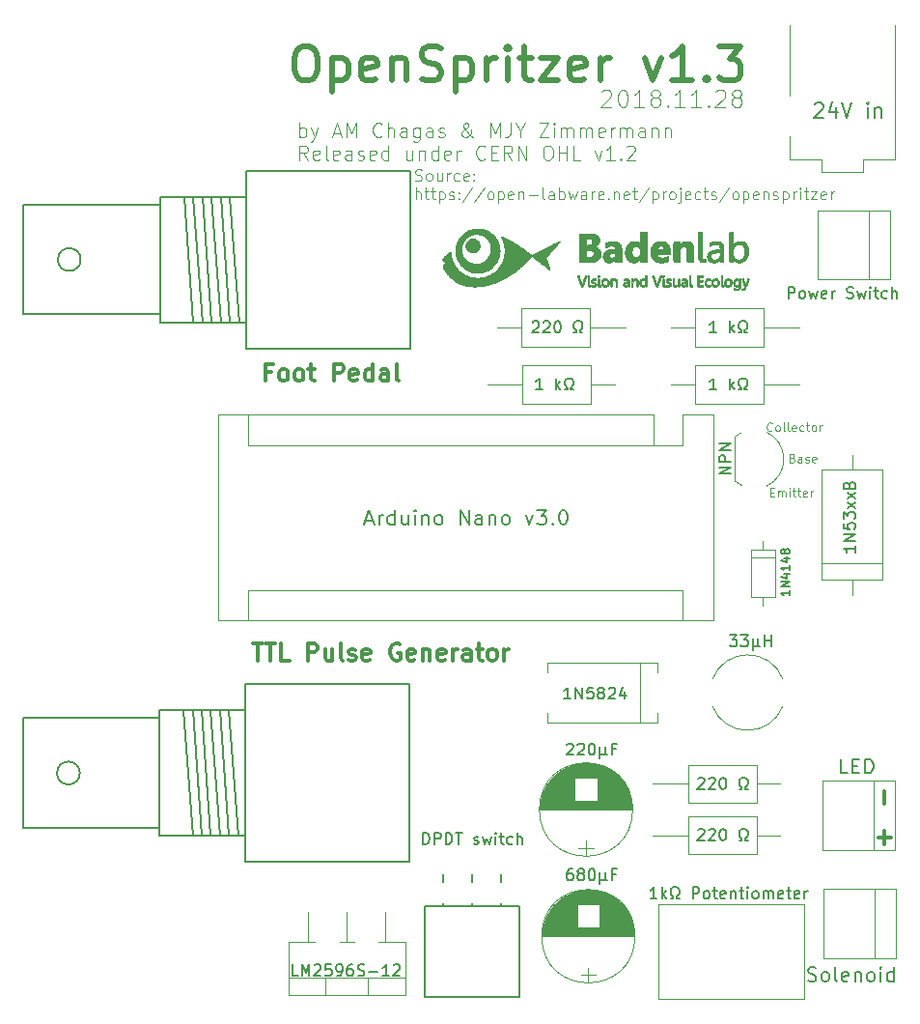
<source format=gbr>
G04 #@! TF.GenerationSoftware,KiCad,Pcbnew,(5.0.0)*
G04 #@! TF.CreationDate,2018-12-05T18:09:54+00:00*
G04 #@! TF.ProjectId,OpenSpritzer_1.3,4F70656E53707269747A65725F312E33,rev?*
G04 #@! TF.SameCoordinates,Original*
G04 #@! TF.FileFunction,Legend,Top*
G04 #@! TF.FilePolarity,Positive*
%FSLAX46Y46*%
G04 Gerber Fmt 4.6, Leading zero omitted, Abs format (unit mm)*
G04 Created by KiCad (PCBNEW (5.0.0)) date 12/05/18 18:09:54*
%MOMM*%
%LPD*%
G01*
G04 APERTURE LIST*
%ADD10C,0.100000*%
%ADD11C,0.125000*%
%ADD12C,0.500000*%
%ADD13C,0.300000*%
%ADD14C,0.120000*%
%ADD15C,0.150000*%
%ADD16C,0.010000*%
%ADD17C,0.200000*%
G04 APERTURE END LIST*
D10*
X146321428Y-99967857D02*
X146285714Y-100003571D01*
X146178571Y-100039285D01*
X146107142Y-100039285D01*
X146000000Y-100003571D01*
X145928571Y-99932142D01*
X145892857Y-99860714D01*
X145857142Y-99717857D01*
X145857142Y-99610714D01*
X145892857Y-99467857D01*
X145928571Y-99396428D01*
X146000000Y-99325000D01*
X146107142Y-99289285D01*
X146178571Y-99289285D01*
X146285714Y-99325000D01*
X146321428Y-99360714D01*
X146750000Y-100039285D02*
X146678571Y-100003571D01*
X146642857Y-99967857D01*
X146607142Y-99896428D01*
X146607142Y-99682142D01*
X146642857Y-99610714D01*
X146678571Y-99575000D01*
X146750000Y-99539285D01*
X146857142Y-99539285D01*
X146928571Y-99575000D01*
X146964285Y-99610714D01*
X147000000Y-99682142D01*
X147000000Y-99896428D01*
X146964285Y-99967857D01*
X146928571Y-100003571D01*
X146857142Y-100039285D01*
X146750000Y-100039285D01*
X147428571Y-100039285D02*
X147357142Y-100003571D01*
X147321428Y-99932142D01*
X147321428Y-99289285D01*
X147821428Y-100039285D02*
X147750000Y-100003571D01*
X147714285Y-99932142D01*
X147714285Y-99289285D01*
X148392857Y-100003571D02*
X148321428Y-100039285D01*
X148178571Y-100039285D01*
X148107142Y-100003571D01*
X148071428Y-99932142D01*
X148071428Y-99646428D01*
X148107142Y-99575000D01*
X148178571Y-99539285D01*
X148321428Y-99539285D01*
X148392857Y-99575000D01*
X148428571Y-99646428D01*
X148428571Y-99717857D01*
X148071428Y-99789285D01*
X149071428Y-100003571D02*
X149000000Y-100039285D01*
X148857142Y-100039285D01*
X148785714Y-100003571D01*
X148750000Y-99967857D01*
X148714285Y-99896428D01*
X148714285Y-99682142D01*
X148750000Y-99610714D01*
X148785714Y-99575000D01*
X148857142Y-99539285D01*
X149000000Y-99539285D01*
X149071428Y-99575000D01*
X149285714Y-99539285D02*
X149571428Y-99539285D01*
X149392857Y-99289285D02*
X149392857Y-99932142D01*
X149428571Y-100003571D01*
X149500000Y-100039285D01*
X149571428Y-100039285D01*
X149928571Y-100039285D02*
X149857142Y-100003571D01*
X149821428Y-99967857D01*
X149785714Y-99896428D01*
X149785714Y-99682142D01*
X149821428Y-99610714D01*
X149857142Y-99575000D01*
X149928571Y-99539285D01*
X150035714Y-99539285D01*
X150107142Y-99575000D01*
X150142857Y-99610714D01*
X150178571Y-99682142D01*
X150178571Y-99896428D01*
X150142857Y-99967857D01*
X150107142Y-100003571D01*
X150035714Y-100039285D01*
X149928571Y-100039285D01*
X150500000Y-100039285D02*
X150500000Y-99539285D01*
X150500000Y-99682142D02*
X150535714Y-99610714D01*
X150571428Y-99575000D01*
X150642857Y-99539285D01*
X150714285Y-99539285D01*
X148089285Y-102396428D02*
X148196428Y-102432142D01*
X148232142Y-102467857D01*
X148267857Y-102539285D01*
X148267857Y-102646428D01*
X148232142Y-102717857D01*
X148196428Y-102753571D01*
X148125000Y-102789285D01*
X147839285Y-102789285D01*
X147839285Y-102039285D01*
X148089285Y-102039285D01*
X148160714Y-102075000D01*
X148196428Y-102110714D01*
X148232142Y-102182142D01*
X148232142Y-102253571D01*
X148196428Y-102325000D01*
X148160714Y-102360714D01*
X148089285Y-102396428D01*
X147839285Y-102396428D01*
X148910714Y-102789285D02*
X148910714Y-102396428D01*
X148875000Y-102325000D01*
X148803571Y-102289285D01*
X148660714Y-102289285D01*
X148589285Y-102325000D01*
X148910714Y-102753571D02*
X148839285Y-102789285D01*
X148660714Y-102789285D01*
X148589285Y-102753571D01*
X148553571Y-102682142D01*
X148553571Y-102610714D01*
X148589285Y-102539285D01*
X148660714Y-102503571D01*
X148839285Y-102503571D01*
X148910714Y-102467857D01*
X149232142Y-102753571D02*
X149303571Y-102789285D01*
X149446428Y-102789285D01*
X149517857Y-102753571D01*
X149553571Y-102682142D01*
X149553571Y-102646428D01*
X149517857Y-102575000D01*
X149446428Y-102539285D01*
X149339285Y-102539285D01*
X149267857Y-102503571D01*
X149232142Y-102432142D01*
X149232142Y-102396428D01*
X149267857Y-102325000D01*
X149339285Y-102289285D01*
X149446428Y-102289285D01*
X149517857Y-102325000D01*
X150160714Y-102753571D02*
X150089285Y-102789285D01*
X149946428Y-102789285D01*
X149875000Y-102753571D01*
X149839285Y-102682142D01*
X149839285Y-102396428D01*
X149875000Y-102325000D01*
X149946428Y-102289285D01*
X150089285Y-102289285D01*
X150160714Y-102325000D01*
X150196428Y-102396428D01*
X150196428Y-102467857D01*
X149839285Y-102539285D01*
X146178571Y-105396428D02*
X146428571Y-105396428D01*
X146535714Y-105789285D02*
X146178571Y-105789285D01*
X146178571Y-105039285D01*
X146535714Y-105039285D01*
X146857142Y-105789285D02*
X146857142Y-105289285D01*
X146857142Y-105360714D02*
X146892857Y-105325000D01*
X146964285Y-105289285D01*
X147071428Y-105289285D01*
X147142857Y-105325000D01*
X147178571Y-105396428D01*
X147178571Y-105789285D01*
X147178571Y-105396428D02*
X147214285Y-105325000D01*
X147285714Y-105289285D01*
X147392857Y-105289285D01*
X147464285Y-105325000D01*
X147500000Y-105396428D01*
X147500000Y-105789285D01*
X147857142Y-105789285D02*
X147857142Y-105289285D01*
X147857142Y-105039285D02*
X147821428Y-105075000D01*
X147857142Y-105110714D01*
X147892857Y-105075000D01*
X147857142Y-105039285D01*
X147857142Y-105110714D01*
X148107142Y-105289285D02*
X148392857Y-105289285D01*
X148214285Y-105039285D02*
X148214285Y-105682142D01*
X148250000Y-105753571D01*
X148321428Y-105789285D01*
X148392857Y-105789285D01*
X148535714Y-105289285D02*
X148821428Y-105289285D01*
X148642857Y-105039285D02*
X148642857Y-105682142D01*
X148678571Y-105753571D01*
X148750000Y-105789285D01*
X148821428Y-105789285D01*
X149357142Y-105753571D02*
X149285714Y-105789285D01*
X149142857Y-105789285D01*
X149071428Y-105753571D01*
X149035714Y-105682142D01*
X149035714Y-105396428D01*
X149071428Y-105325000D01*
X149142857Y-105289285D01*
X149285714Y-105289285D01*
X149357142Y-105325000D01*
X149392857Y-105396428D01*
X149392857Y-105467857D01*
X149035714Y-105539285D01*
X149714285Y-105789285D02*
X149714285Y-105289285D01*
X149714285Y-105432142D02*
X149750000Y-105360714D01*
X149785714Y-105325000D01*
X149857142Y-105289285D01*
X149928571Y-105289285D01*
D11*
X131366964Y-70271428D02*
X131438392Y-70200000D01*
X131581250Y-70128571D01*
X131938392Y-70128571D01*
X132081250Y-70200000D01*
X132152678Y-70271428D01*
X132224107Y-70414285D01*
X132224107Y-70557142D01*
X132152678Y-70771428D01*
X131295535Y-71628571D01*
X132224107Y-71628571D01*
X133152678Y-70128571D02*
X133295535Y-70128571D01*
X133438392Y-70200000D01*
X133509821Y-70271428D01*
X133581250Y-70414285D01*
X133652678Y-70700000D01*
X133652678Y-71057142D01*
X133581250Y-71342857D01*
X133509821Y-71485714D01*
X133438392Y-71557142D01*
X133295535Y-71628571D01*
X133152678Y-71628571D01*
X133009821Y-71557142D01*
X132938392Y-71485714D01*
X132866964Y-71342857D01*
X132795535Y-71057142D01*
X132795535Y-70700000D01*
X132866964Y-70414285D01*
X132938392Y-70271428D01*
X133009821Y-70200000D01*
X133152678Y-70128571D01*
X135081250Y-71628571D02*
X134224107Y-71628571D01*
X134652678Y-71628571D02*
X134652678Y-70128571D01*
X134509821Y-70342857D01*
X134366964Y-70485714D01*
X134224107Y-70557142D01*
X135938392Y-70771428D02*
X135795535Y-70700000D01*
X135724107Y-70628571D01*
X135652678Y-70485714D01*
X135652678Y-70414285D01*
X135724107Y-70271428D01*
X135795535Y-70200000D01*
X135938392Y-70128571D01*
X136224107Y-70128571D01*
X136366964Y-70200000D01*
X136438392Y-70271428D01*
X136509821Y-70414285D01*
X136509821Y-70485714D01*
X136438392Y-70628571D01*
X136366964Y-70700000D01*
X136224107Y-70771428D01*
X135938392Y-70771428D01*
X135795535Y-70842857D01*
X135724107Y-70914285D01*
X135652678Y-71057142D01*
X135652678Y-71342857D01*
X135724107Y-71485714D01*
X135795535Y-71557142D01*
X135938392Y-71628571D01*
X136224107Y-71628571D01*
X136366964Y-71557142D01*
X136438392Y-71485714D01*
X136509821Y-71342857D01*
X136509821Y-71057142D01*
X136438392Y-70914285D01*
X136366964Y-70842857D01*
X136224107Y-70771428D01*
X137152678Y-71485714D02*
X137224107Y-71557142D01*
X137152678Y-71628571D01*
X137081250Y-71557142D01*
X137152678Y-71485714D01*
X137152678Y-71628571D01*
X138652678Y-71628571D02*
X137795535Y-71628571D01*
X138224107Y-71628571D02*
X138224107Y-70128571D01*
X138081250Y-70342857D01*
X137938392Y-70485714D01*
X137795535Y-70557142D01*
X140081250Y-71628571D02*
X139224107Y-71628571D01*
X139652678Y-71628571D02*
X139652678Y-70128571D01*
X139509821Y-70342857D01*
X139366964Y-70485714D01*
X139224107Y-70557142D01*
X140724107Y-71485714D02*
X140795535Y-71557142D01*
X140724107Y-71628571D01*
X140652678Y-71557142D01*
X140724107Y-71485714D01*
X140724107Y-71628571D01*
X141366964Y-70271428D02*
X141438392Y-70200000D01*
X141581250Y-70128571D01*
X141938392Y-70128571D01*
X142081250Y-70200000D01*
X142152678Y-70271428D01*
X142224107Y-70414285D01*
X142224107Y-70557142D01*
X142152678Y-70771428D01*
X141295535Y-71628571D01*
X142224107Y-71628571D01*
X143081250Y-70771428D02*
X142938392Y-70700000D01*
X142866964Y-70628571D01*
X142795535Y-70485714D01*
X142795535Y-70414285D01*
X142866964Y-70271428D01*
X142938392Y-70200000D01*
X143081250Y-70128571D01*
X143366964Y-70128571D01*
X143509821Y-70200000D01*
X143581250Y-70271428D01*
X143652678Y-70414285D01*
X143652678Y-70485714D01*
X143581250Y-70628571D01*
X143509821Y-70700000D01*
X143366964Y-70771428D01*
X143081250Y-70771428D01*
X142938392Y-70842857D01*
X142866964Y-70914285D01*
X142795535Y-71057142D01*
X142795535Y-71342857D01*
X142866964Y-71485714D01*
X142938392Y-71557142D01*
X143081250Y-71628571D01*
X143366964Y-71628571D01*
X143509821Y-71557142D01*
X143581250Y-71485714D01*
X143652678Y-71342857D01*
X143652678Y-71057142D01*
X143581250Y-70914285D01*
X143509821Y-70842857D01*
X143366964Y-70771428D01*
X104878869Y-74265476D02*
X104878869Y-73015476D01*
X104878869Y-73491666D02*
X104997916Y-73432142D01*
X105236011Y-73432142D01*
X105355059Y-73491666D01*
X105414583Y-73551190D01*
X105474107Y-73670238D01*
X105474107Y-74027380D01*
X105414583Y-74146428D01*
X105355059Y-74205952D01*
X105236011Y-74265476D01*
X104997916Y-74265476D01*
X104878869Y-74205952D01*
X105890773Y-73432142D02*
X106188392Y-74265476D01*
X106486011Y-73432142D02*
X106188392Y-74265476D01*
X106069345Y-74563095D01*
X106009821Y-74622619D01*
X105890773Y-74682142D01*
X107855059Y-73908333D02*
X108450297Y-73908333D01*
X107736011Y-74265476D02*
X108152678Y-73015476D01*
X108569345Y-74265476D01*
X108986011Y-74265476D02*
X108986011Y-73015476D01*
X109402678Y-73908333D01*
X109819345Y-73015476D01*
X109819345Y-74265476D01*
X112081250Y-74146428D02*
X112021726Y-74205952D01*
X111843154Y-74265476D01*
X111724107Y-74265476D01*
X111545535Y-74205952D01*
X111426488Y-74086904D01*
X111366964Y-73967857D01*
X111307440Y-73729761D01*
X111307440Y-73551190D01*
X111366964Y-73313095D01*
X111426488Y-73194047D01*
X111545535Y-73075000D01*
X111724107Y-73015476D01*
X111843154Y-73015476D01*
X112021726Y-73075000D01*
X112081250Y-73134523D01*
X112616964Y-74265476D02*
X112616964Y-73015476D01*
X113152678Y-74265476D02*
X113152678Y-73610714D01*
X113093154Y-73491666D01*
X112974107Y-73432142D01*
X112795535Y-73432142D01*
X112676488Y-73491666D01*
X112616964Y-73551190D01*
X114283630Y-74265476D02*
X114283630Y-73610714D01*
X114224107Y-73491666D01*
X114105059Y-73432142D01*
X113866964Y-73432142D01*
X113747916Y-73491666D01*
X114283630Y-74205952D02*
X114164583Y-74265476D01*
X113866964Y-74265476D01*
X113747916Y-74205952D01*
X113688392Y-74086904D01*
X113688392Y-73967857D01*
X113747916Y-73848809D01*
X113866964Y-73789285D01*
X114164583Y-73789285D01*
X114283630Y-73729761D01*
X115414583Y-73432142D02*
X115414583Y-74444047D01*
X115355059Y-74563095D01*
X115295535Y-74622619D01*
X115176488Y-74682142D01*
X114997916Y-74682142D01*
X114878869Y-74622619D01*
X115414583Y-74205952D02*
X115295535Y-74265476D01*
X115057440Y-74265476D01*
X114938392Y-74205952D01*
X114878869Y-74146428D01*
X114819345Y-74027380D01*
X114819345Y-73670238D01*
X114878869Y-73551190D01*
X114938392Y-73491666D01*
X115057440Y-73432142D01*
X115295535Y-73432142D01*
X115414583Y-73491666D01*
X116545535Y-74265476D02*
X116545535Y-73610714D01*
X116486011Y-73491666D01*
X116366964Y-73432142D01*
X116128869Y-73432142D01*
X116009821Y-73491666D01*
X116545535Y-74205952D02*
X116426488Y-74265476D01*
X116128869Y-74265476D01*
X116009821Y-74205952D01*
X115950297Y-74086904D01*
X115950297Y-73967857D01*
X116009821Y-73848809D01*
X116128869Y-73789285D01*
X116426488Y-73789285D01*
X116545535Y-73729761D01*
X117081250Y-74205952D02*
X117200297Y-74265476D01*
X117438392Y-74265476D01*
X117557440Y-74205952D01*
X117616964Y-74086904D01*
X117616964Y-74027380D01*
X117557440Y-73908333D01*
X117438392Y-73848809D01*
X117259821Y-73848809D01*
X117140773Y-73789285D01*
X117081250Y-73670238D01*
X117081250Y-73610714D01*
X117140773Y-73491666D01*
X117259821Y-73432142D01*
X117438392Y-73432142D01*
X117557440Y-73491666D01*
X120116964Y-74265476D02*
X120057440Y-74265476D01*
X119938392Y-74205952D01*
X119759821Y-74027380D01*
X119462202Y-73670238D01*
X119343154Y-73491666D01*
X119283630Y-73313095D01*
X119283630Y-73194047D01*
X119343154Y-73075000D01*
X119462202Y-73015476D01*
X119521726Y-73015476D01*
X119640773Y-73075000D01*
X119700297Y-73194047D01*
X119700297Y-73253571D01*
X119640773Y-73372619D01*
X119581250Y-73432142D01*
X119224107Y-73670238D01*
X119164583Y-73729761D01*
X119105059Y-73848809D01*
X119105059Y-74027380D01*
X119164583Y-74146428D01*
X119224107Y-74205952D01*
X119343154Y-74265476D01*
X119521726Y-74265476D01*
X119640773Y-74205952D01*
X119700297Y-74146428D01*
X119878869Y-73908333D01*
X119938392Y-73729761D01*
X119938392Y-73610714D01*
X121605059Y-74265476D02*
X121605059Y-73015476D01*
X122021726Y-73908333D01*
X122438392Y-73015476D01*
X122438392Y-74265476D01*
X123390773Y-73015476D02*
X123390773Y-73908333D01*
X123331250Y-74086904D01*
X123212202Y-74205952D01*
X123033630Y-74265476D01*
X122914583Y-74265476D01*
X124224107Y-73670238D02*
X124224107Y-74265476D01*
X123807440Y-73015476D02*
X124224107Y-73670238D01*
X124640773Y-73015476D01*
X125890773Y-73015476D02*
X126724107Y-73015476D01*
X125890773Y-74265476D01*
X126724107Y-74265476D01*
X127200297Y-74265476D02*
X127200297Y-73432142D01*
X127200297Y-73015476D02*
X127140773Y-73075000D01*
X127200297Y-73134523D01*
X127259821Y-73075000D01*
X127200297Y-73015476D01*
X127200297Y-73134523D01*
X127795535Y-74265476D02*
X127795535Y-73432142D01*
X127795535Y-73551190D02*
X127855059Y-73491666D01*
X127974107Y-73432142D01*
X128152678Y-73432142D01*
X128271726Y-73491666D01*
X128331250Y-73610714D01*
X128331250Y-74265476D01*
X128331250Y-73610714D02*
X128390773Y-73491666D01*
X128509821Y-73432142D01*
X128688392Y-73432142D01*
X128807440Y-73491666D01*
X128866964Y-73610714D01*
X128866964Y-74265476D01*
X129462202Y-74265476D02*
X129462202Y-73432142D01*
X129462202Y-73551190D02*
X129521726Y-73491666D01*
X129640773Y-73432142D01*
X129819345Y-73432142D01*
X129938392Y-73491666D01*
X129997916Y-73610714D01*
X129997916Y-74265476D01*
X129997916Y-73610714D02*
X130057440Y-73491666D01*
X130176488Y-73432142D01*
X130355059Y-73432142D01*
X130474107Y-73491666D01*
X130533630Y-73610714D01*
X130533630Y-74265476D01*
X131605059Y-74205952D02*
X131486011Y-74265476D01*
X131247916Y-74265476D01*
X131128869Y-74205952D01*
X131069345Y-74086904D01*
X131069345Y-73610714D01*
X131128869Y-73491666D01*
X131247916Y-73432142D01*
X131486011Y-73432142D01*
X131605059Y-73491666D01*
X131664583Y-73610714D01*
X131664583Y-73729761D01*
X131069345Y-73848809D01*
X132200297Y-74265476D02*
X132200297Y-73432142D01*
X132200297Y-73670238D02*
X132259821Y-73551190D01*
X132319345Y-73491666D01*
X132438392Y-73432142D01*
X132557440Y-73432142D01*
X132974107Y-74265476D02*
X132974107Y-73432142D01*
X132974107Y-73551190D02*
X133033630Y-73491666D01*
X133152678Y-73432142D01*
X133331250Y-73432142D01*
X133450297Y-73491666D01*
X133509821Y-73610714D01*
X133509821Y-74265476D01*
X133509821Y-73610714D02*
X133569345Y-73491666D01*
X133688392Y-73432142D01*
X133866964Y-73432142D01*
X133986011Y-73491666D01*
X134045535Y-73610714D01*
X134045535Y-74265476D01*
X135176488Y-74265476D02*
X135176488Y-73610714D01*
X135116964Y-73491666D01*
X134997916Y-73432142D01*
X134759821Y-73432142D01*
X134640773Y-73491666D01*
X135176488Y-74205952D02*
X135057440Y-74265476D01*
X134759821Y-74265476D01*
X134640773Y-74205952D01*
X134581250Y-74086904D01*
X134581250Y-73967857D01*
X134640773Y-73848809D01*
X134759821Y-73789285D01*
X135057440Y-73789285D01*
X135176488Y-73729761D01*
X135771726Y-73432142D02*
X135771726Y-74265476D01*
X135771726Y-73551190D02*
X135831250Y-73491666D01*
X135950297Y-73432142D01*
X136128869Y-73432142D01*
X136247916Y-73491666D01*
X136307440Y-73610714D01*
X136307440Y-74265476D01*
X136902678Y-73432142D02*
X136902678Y-74265476D01*
X136902678Y-73551190D02*
X136962202Y-73491666D01*
X137081250Y-73432142D01*
X137259821Y-73432142D01*
X137378869Y-73491666D01*
X137438392Y-73610714D01*
X137438392Y-74265476D01*
X105593154Y-76265476D02*
X105176488Y-75670238D01*
X104878869Y-76265476D02*
X104878869Y-75015476D01*
X105355059Y-75015476D01*
X105474107Y-75075000D01*
X105533630Y-75134523D01*
X105593154Y-75253571D01*
X105593154Y-75432142D01*
X105533630Y-75551190D01*
X105474107Y-75610714D01*
X105355059Y-75670238D01*
X104878869Y-75670238D01*
X106605059Y-76205952D02*
X106486011Y-76265476D01*
X106247916Y-76265476D01*
X106128869Y-76205952D01*
X106069345Y-76086904D01*
X106069345Y-75610714D01*
X106128869Y-75491666D01*
X106247916Y-75432142D01*
X106486011Y-75432142D01*
X106605059Y-75491666D01*
X106664583Y-75610714D01*
X106664583Y-75729761D01*
X106069345Y-75848809D01*
X107378869Y-76265476D02*
X107259821Y-76205952D01*
X107200297Y-76086904D01*
X107200297Y-75015476D01*
X108331250Y-76205952D02*
X108212202Y-76265476D01*
X107974107Y-76265476D01*
X107855059Y-76205952D01*
X107795535Y-76086904D01*
X107795535Y-75610714D01*
X107855059Y-75491666D01*
X107974107Y-75432142D01*
X108212202Y-75432142D01*
X108331250Y-75491666D01*
X108390773Y-75610714D01*
X108390773Y-75729761D01*
X107795535Y-75848809D01*
X109462202Y-76265476D02*
X109462202Y-75610714D01*
X109402678Y-75491666D01*
X109283630Y-75432142D01*
X109045535Y-75432142D01*
X108926488Y-75491666D01*
X109462202Y-76205952D02*
X109343154Y-76265476D01*
X109045535Y-76265476D01*
X108926488Y-76205952D01*
X108866964Y-76086904D01*
X108866964Y-75967857D01*
X108926488Y-75848809D01*
X109045535Y-75789285D01*
X109343154Y-75789285D01*
X109462202Y-75729761D01*
X109997916Y-76205952D02*
X110116964Y-76265476D01*
X110355059Y-76265476D01*
X110474107Y-76205952D01*
X110533630Y-76086904D01*
X110533630Y-76027380D01*
X110474107Y-75908333D01*
X110355059Y-75848809D01*
X110176488Y-75848809D01*
X110057440Y-75789285D01*
X109997916Y-75670238D01*
X109997916Y-75610714D01*
X110057440Y-75491666D01*
X110176488Y-75432142D01*
X110355059Y-75432142D01*
X110474107Y-75491666D01*
X111545535Y-76205952D02*
X111426488Y-76265476D01*
X111188392Y-76265476D01*
X111069345Y-76205952D01*
X111009821Y-76086904D01*
X111009821Y-75610714D01*
X111069345Y-75491666D01*
X111188392Y-75432142D01*
X111426488Y-75432142D01*
X111545535Y-75491666D01*
X111605059Y-75610714D01*
X111605059Y-75729761D01*
X111009821Y-75848809D01*
X112676488Y-76265476D02*
X112676488Y-75015476D01*
X112676488Y-76205952D02*
X112557440Y-76265476D01*
X112319345Y-76265476D01*
X112200297Y-76205952D01*
X112140773Y-76146428D01*
X112081250Y-76027380D01*
X112081250Y-75670238D01*
X112140773Y-75551190D01*
X112200297Y-75491666D01*
X112319345Y-75432142D01*
X112557440Y-75432142D01*
X112676488Y-75491666D01*
X114759821Y-75432142D02*
X114759821Y-76265476D01*
X114224107Y-75432142D02*
X114224107Y-76086904D01*
X114283630Y-76205952D01*
X114402678Y-76265476D01*
X114581250Y-76265476D01*
X114700297Y-76205952D01*
X114759821Y-76146428D01*
X115355059Y-75432142D02*
X115355059Y-76265476D01*
X115355059Y-75551190D02*
X115414583Y-75491666D01*
X115533630Y-75432142D01*
X115712202Y-75432142D01*
X115831250Y-75491666D01*
X115890773Y-75610714D01*
X115890773Y-76265476D01*
X117021726Y-76265476D02*
X117021726Y-75015476D01*
X117021726Y-76205952D02*
X116902678Y-76265476D01*
X116664583Y-76265476D01*
X116545535Y-76205952D01*
X116486011Y-76146428D01*
X116426488Y-76027380D01*
X116426488Y-75670238D01*
X116486011Y-75551190D01*
X116545535Y-75491666D01*
X116664583Y-75432142D01*
X116902678Y-75432142D01*
X117021726Y-75491666D01*
X118093154Y-76205952D02*
X117974107Y-76265476D01*
X117736011Y-76265476D01*
X117616964Y-76205952D01*
X117557440Y-76086904D01*
X117557440Y-75610714D01*
X117616964Y-75491666D01*
X117736011Y-75432142D01*
X117974107Y-75432142D01*
X118093154Y-75491666D01*
X118152678Y-75610714D01*
X118152678Y-75729761D01*
X117557440Y-75848809D01*
X118688392Y-76265476D02*
X118688392Y-75432142D01*
X118688392Y-75670238D02*
X118747916Y-75551190D01*
X118807440Y-75491666D01*
X118926488Y-75432142D01*
X119045535Y-75432142D01*
X121128869Y-76146428D02*
X121069345Y-76205952D01*
X120890773Y-76265476D01*
X120771726Y-76265476D01*
X120593154Y-76205952D01*
X120474107Y-76086904D01*
X120414583Y-75967857D01*
X120355059Y-75729761D01*
X120355059Y-75551190D01*
X120414583Y-75313095D01*
X120474107Y-75194047D01*
X120593154Y-75075000D01*
X120771726Y-75015476D01*
X120890773Y-75015476D01*
X121069345Y-75075000D01*
X121128869Y-75134523D01*
X121664583Y-75610714D02*
X122081250Y-75610714D01*
X122259821Y-76265476D02*
X121664583Y-76265476D01*
X121664583Y-75015476D01*
X122259821Y-75015476D01*
X123509821Y-76265476D02*
X123093154Y-75670238D01*
X122795535Y-76265476D02*
X122795535Y-75015476D01*
X123271726Y-75015476D01*
X123390773Y-75075000D01*
X123450297Y-75134523D01*
X123509821Y-75253571D01*
X123509821Y-75432142D01*
X123450297Y-75551190D01*
X123390773Y-75610714D01*
X123271726Y-75670238D01*
X122795535Y-75670238D01*
X124045535Y-76265476D02*
X124045535Y-75015476D01*
X124759821Y-76265476D01*
X124759821Y-75015476D01*
X126545535Y-75015476D02*
X126783630Y-75015476D01*
X126902678Y-75075000D01*
X127021726Y-75194047D01*
X127081250Y-75432142D01*
X127081250Y-75848809D01*
X127021726Y-76086904D01*
X126902678Y-76205952D01*
X126783630Y-76265476D01*
X126545535Y-76265476D01*
X126426488Y-76205952D01*
X126307440Y-76086904D01*
X126247916Y-75848809D01*
X126247916Y-75432142D01*
X126307440Y-75194047D01*
X126426488Y-75075000D01*
X126545535Y-75015476D01*
X127616964Y-76265476D02*
X127616964Y-75015476D01*
X127616964Y-75610714D02*
X128331250Y-75610714D01*
X128331250Y-76265476D02*
X128331250Y-75015476D01*
X129521726Y-76265476D02*
X128926488Y-76265476D01*
X128926488Y-75015476D01*
X130771726Y-75432142D02*
X131069345Y-76265476D01*
X131366964Y-75432142D01*
X132497916Y-76265476D02*
X131783630Y-76265476D01*
X132140773Y-76265476D02*
X132140773Y-75015476D01*
X132021726Y-75194047D01*
X131902678Y-75313095D01*
X131783630Y-75372619D01*
X133033630Y-76146428D02*
X133093154Y-76205952D01*
X133033630Y-76265476D01*
X132974107Y-76205952D01*
X133033630Y-76146428D01*
X133033630Y-76265476D01*
X133569345Y-75134523D02*
X133628869Y-75075000D01*
X133747916Y-75015476D01*
X134045535Y-75015476D01*
X134164583Y-75075000D01*
X134224107Y-75134523D01*
X134283630Y-75253571D01*
X134283630Y-75372619D01*
X134224107Y-75551190D01*
X133509821Y-76265476D01*
X134283630Y-76265476D01*
X115021726Y-78042261D02*
X115164583Y-78089880D01*
X115402678Y-78089880D01*
X115497916Y-78042261D01*
X115545535Y-77994642D01*
X115593154Y-77899404D01*
X115593154Y-77804166D01*
X115545535Y-77708928D01*
X115497916Y-77661309D01*
X115402678Y-77613690D01*
X115212202Y-77566071D01*
X115116964Y-77518452D01*
X115069345Y-77470833D01*
X115021726Y-77375595D01*
X115021726Y-77280357D01*
X115069345Y-77185119D01*
X115116964Y-77137500D01*
X115212202Y-77089880D01*
X115450297Y-77089880D01*
X115593154Y-77137500D01*
X116164583Y-78089880D02*
X116069345Y-78042261D01*
X116021726Y-77994642D01*
X115974107Y-77899404D01*
X115974107Y-77613690D01*
X116021726Y-77518452D01*
X116069345Y-77470833D01*
X116164583Y-77423214D01*
X116307440Y-77423214D01*
X116402678Y-77470833D01*
X116450297Y-77518452D01*
X116497916Y-77613690D01*
X116497916Y-77899404D01*
X116450297Y-77994642D01*
X116402678Y-78042261D01*
X116307440Y-78089880D01*
X116164583Y-78089880D01*
X117355059Y-77423214D02*
X117355059Y-78089880D01*
X116926488Y-77423214D02*
X116926488Y-77947023D01*
X116974107Y-78042261D01*
X117069345Y-78089880D01*
X117212202Y-78089880D01*
X117307440Y-78042261D01*
X117355059Y-77994642D01*
X117831250Y-78089880D02*
X117831250Y-77423214D01*
X117831250Y-77613690D02*
X117878869Y-77518452D01*
X117926488Y-77470833D01*
X118021726Y-77423214D01*
X118116964Y-77423214D01*
X118878869Y-78042261D02*
X118783630Y-78089880D01*
X118593154Y-78089880D01*
X118497916Y-78042261D01*
X118450297Y-77994642D01*
X118402678Y-77899404D01*
X118402678Y-77613690D01*
X118450297Y-77518452D01*
X118497916Y-77470833D01*
X118593154Y-77423214D01*
X118783630Y-77423214D01*
X118878869Y-77470833D01*
X119688392Y-78042261D02*
X119593154Y-78089880D01*
X119402678Y-78089880D01*
X119307440Y-78042261D01*
X119259821Y-77947023D01*
X119259821Y-77566071D01*
X119307440Y-77470833D01*
X119402678Y-77423214D01*
X119593154Y-77423214D01*
X119688392Y-77470833D01*
X119736011Y-77566071D01*
X119736011Y-77661309D01*
X119259821Y-77756547D01*
X120164583Y-77994642D02*
X120212202Y-78042261D01*
X120164583Y-78089880D01*
X120116964Y-78042261D01*
X120164583Y-77994642D01*
X120164583Y-78089880D01*
X120164583Y-77470833D02*
X120212202Y-77518452D01*
X120164583Y-77566071D01*
X120116964Y-77518452D01*
X120164583Y-77470833D01*
X120164583Y-77566071D01*
X115069345Y-79714880D02*
X115069345Y-78714880D01*
X115497916Y-79714880D02*
X115497916Y-79191071D01*
X115450297Y-79095833D01*
X115355059Y-79048214D01*
X115212202Y-79048214D01*
X115116964Y-79095833D01*
X115069345Y-79143452D01*
X115831250Y-79048214D02*
X116212202Y-79048214D01*
X115974107Y-78714880D02*
X115974107Y-79572023D01*
X116021726Y-79667261D01*
X116116964Y-79714880D01*
X116212202Y-79714880D01*
X116402678Y-79048214D02*
X116783630Y-79048214D01*
X116545535Y-78714880D02*
X116545535Y-79572023D01*
X116593154Y-79667261D01*
X116688392Y-79714880D01*
X116783630Y-79714880D01*
X117116964Y-79048214D02*
X117116964Y-80048214D01*
X117116964Y-79095833D02*
X117212202Y-79048214D01*
X117402678Y-79048214D01*
X117497916Y-79095833D01*
X117545535Y-79143452D01*
X117593154Y-79238690D01*
X117593154Y-79524404D01*
X117545535Y-79619642D01*
X117497916Y-79667261D01*
X117402678Y-79714880D01*
X117212202Y-79714880D01*
X117116964Y-79667261D01*
X117974107Y-79667261D02*
X118069345Y-79714880D01*
X118259821Y-79714880D01*
X118355059Y-79667261D01*
X118402678Y-79572023D01*
X118402678Y-79524404D01*
X118355059Y-79429166D01*
X118259821Y-79381547D01*
X118116964Y-79381547D01*
X118021726Y-79333928D01*
X117974107Y-79238690D01*
X117974107Y-79191071D01*
X118021726Y-79095833D01*
X118116964Y-79048214D01*
X118259821Y-79048214D01*
X118355059Y-79095833D01*
X118831250Y-79619642D02*
X118878869Y-79667261D01*
X118831250Y-79714880D01*
X118783630Y-79667261D01*
X118831250Y-79619642D01*
X118831250Y-79714880D01*
X118831250Y-79095833D02*
X118878869Y-79143452D01*
X118831250Y-79191071D01*
X118783630Y-79143452D01*
X118831250Y-79095833D01*
X118831250Y-79191071D01*
X120021726Y-78667261D02*
X119164583Y-79952976D01*
X121069345Y-78667261D02*
X120212202Y-79952976D01*
X121545535Y-79714880D02*
X121450297Y-79667261D01*
X121402678Y-79619642D01*
X121355059Y-79524404D01*
X121355059Y-79238690D01*
X121402678Y-79143452D01*
X121450297Y-79095833D01*
X121545535Y-79048214D01*
X121688392Y-79048214D01*
X121783630Y-79095833D01*
X121831250Y-79143452D01*
X121878869Y-79238690D01*
X121878869Y-79524404D01*
X121831250Y-79619642D01*
X121783630Y-79667261D01*
X121688392Y-79714880D01*
X121545535Y-79714880D01*
X122307440Y-79048214D02*
X122307440Y-80048214D01*
X122307440Y-79095833D02*
X122402678Y-79048214D01*
X122593154Y-79048214D01*
X122688392Y-79095833D01*
X122736011Y-79143452D01*
X122783630Y-79238690D01*
X122783630Y-79524404D01*
X122736011Y-79619642D01*
X122688392Y-79667261D01*
X122593154Y-79714880D01*
X122402678Y-79714880D01*
X122307440Y-79667261D01*
X123593154Y-79667261D02*
X123497916Y-79714880D01*
X123307440Y-79714880D01*
X123212202Y-79667261D01*
X123164583Y-79572023D01*
X123164583Y-79191071D01*
X123212202Y-79095833D01*
X123307440Y-79048214D01*
X123497916Y-79048214D01*
X123593154Y-79095833D01*
X123640773Y-79191071D01*
X123640773Y-79286309D01*
X123164583Y-79381547D01*
X124069345Y-79048214D02*
X124069345Y-79714880D01*
X124069345Y-79143452D02*
X124116964Y-79095833D01*
X124212202Y-79048214D01*
X124355059Y-79048214D01*
X124450297Y-79095833D01*
X124497916Y-79191071D01*
X124497916Y-79714880D01*
X124974107Y-79333928D02*
X125736011Y-79333928D01*
X126355059Y-79714880D02*
X126259821Y-79667261D01*
X126212202Y-79572023D01*
X126212202Y-78714880D01*
X127164583Y-79714880D02*
X127164583Y-79191071D01*
X127116964Y-79095833D01*
X127021726Y-79048214D01*
X126831250Y-79048214D01*
X126736011Y-79095833D01*
X127164583Y-79667261D02*
X127069345Y-79714880D01*
X126831250Y-79714880D01*
X126736011Y-79667261D01*
X126688392Y-79572023D01*
X126688392Y-79476785D01*
X126736011Y-79381547D01*
X126831250Y-79333928D01*
X127069345Y-79333928D01*
X127164583Y-79286309D01*
X127640773Y-79714880D02*
X127640773Y-78714880D01*
X127640773Y-79095833D02*
X127736011Y-79048214D01*
X127926488Y-79048214D01*
X128021726Y-79095833D01*
X128069345Y-79143452D01*
X128116964Y-79238690D01*
X128116964Y-79524404D01*
X128069345Y-79619642D01*
X128021726Y-79667261D01*
X127926488Y-79714880D01*
X127736011Y-79714880D01*
X127640773Y-79667261D01*
X128450297Y-79048214D02*
X128640773Y-79714880D01*
X128831250Y-79238690D01*
X129021726Y-79714880D01*
X129212202Y-79048214D01*
X130021726Y-79714880D02*
X130021726Y-79191071D01*
X129974107Y-79095833D01*
X129878869Y-79048214D01*
X129688392Y-79048214D01*
X129593154Y-79095833D01*
X130021726Y-79667261D02*
X129926488Y-79714880D01*
X129688392Y-79714880D01*
X129593154Y-79667261D01*
X129545535Y-79572023D01*
X129545535Y-79476785D01*
X129593154Y-79381547D01*
X129688392Y-79333928D01*
X129926488Y-79333928D01*
X130021726Y-79286309D01*
X130497916Y-79714880D02*
X130497916Y-79048214D01*
X130497916Y-79238690D02*
X130545535Y-79143452D01*
X130593154Y-79095833D01*
X130688392Y-79048214D01*
X130783630Y-79048214D01*
X131497916Y-79667261D02*
X131402678Y-79714880D01*
X131212202Y-79714880D01*
X131116964Y-79667261D01*
X131069345Y-79572023D01*
X131069345Y-79191071D01*
X131116964Y-79095833D01*
X131212202Y-79048214D01*
X131402678Y-79048214D01*
X131497916Y-79095833D01*
X131545535Y-79191071D01*
X131545535Y-79286309D01*
X131069345Y-79381547D01*
X131974107Y-79619642D02*
X132021726Y-79667261D01*
X131974107Y-79714880D01*
X131926488Y-79667261D01*
X131974107Y-79619642D01*
X131974107Y-79714880D01*
X132450297Y-79048214D02*
X132450297Y-79714880D01*
X132450297Y-79143452D02*
X132497916Y-79095833D01*
X132593154Y-79048214D01*
X132736011Y-79048214D01*
X132831250Y-79095833D01*
X132878869Y-79191071D01*
X132878869Y-79714880D01*
X133736011Y-79667261D02*
X133640773Y-79714880D01*
X133450297Y-79714880D01*
X133355059Y-79667261D01*
X133307440Y-79572023D01*
X133307440Y-79191071D01*
X133355059Y-79095833D01*
X133450297Y-79048214D01*
X133640773Y-79048214D01*
X133736011Y-79095833D01*
X133783630Y-79191071D01*
X133783630Y-79286309D01*
X133307440Y-79381547D01*
X134069345Y-79048214D02*
X134450297Y-79048214D01*
X134212202Y-78714880D02*
X134212202Y-79572023D01*
X134259821Y-79667261D01*
X134355059Y-79714880D01*
X134450297Y-79714880D01*
X135497916Y-78667261D02*
X134640773Y-79952976D01*
X135831250Y-79048214D02*
X135831250Y-80048214D01*
X135831250Y-79095833D02*
X135926488Y-79048214D01*
X136116964Y-79048214D01*
X136212202Y-79095833D01*
X136259821Y-79143452D01*
X136307440Y-79238690D01*
X136307440Y-79524404D01*
X136259821Y-79619642D01*
X136212202Y-79667261D01*
X136116964Y-79714880D01*
X135926488Y-79714880D01*
X135831250Y-79667261D01*
X136736011Y-79714880D02*
X136736011Y-79048214D01*
X136736011Y-79238690D02*
X136783630Y-79143452D01*
X136831250Y-79095833D01*
X136926488Y-79048214D01*
X137021726Y-79048214D01*
X137497916Y-79714880D02*
X137402678Y-79667261D01*
X137355059Y-79619642D01*
X137307440Y-79524404D01*
X137307440Y-79238690D01*
X137355059Y-79143452D01*
X137402678Y-79095833D01*
X137497916Y-79048214D01*
X137640773Y-79048214D01*
X137736011Y-79095833D01*
X137783630Y-79143452D01*
X137831250Y-79238690D01*
X137831250Y-79524404D01*
X137783630Y-79619642D01*
X137736011Y-79667261D01*
X137640773Y-79714880D01*
X137497916Y-79714880D01*
X138259821Y-79048214D02*
X138259821Y-79905357D01*
X138212202Y-80000595D01*
X138116964Y-80048214D01*
X138069345Y-80048214D01*
X138259821Y-78714880D02*
X138212202Y-78762500D01*
X138259821Y-78810119D01*
X138307440Y-78762500D01*
X138259821Y-78714880D01*
X138259821Y-78810119D01*
X139116964Y-79667261D02*
X139021726Y-79714880D01*
X138831250Y-79714880D01*
X138736011Y-79667261D01*
X138688392Y-79572023D01*
X138688392Y-79191071D01*
X138736011Y-79095833D01*
X138831250Y-79048214D01*
X139021726Y-79048214D01*
X139116964Y-79095833D01*
X139164583Y-79191071D01*
X139164583Y-79286309D01*
X138688392Y-79381547D01*
X140021726Y-79667261D02*
X139926488Y-79714880D01*
X139736011Y-79714880D01*
X139640773Y-79667261D01*
X139593154Y-79619642D01*
X139545535Y-79524404D01*
X139545535Y-79238690D01*
X139593154Y-79143452D01*
X139640773Y-79095833D01*
X139736011Y-79048214D01*
X139926488Y-79048214D01*
X140021726Y-79095833D01*
X140307440Y-79048214D02*
X140688392Y-79048214D01*
X140450297Y-78714880D02*
X140450297Y-79572023D01*
X140497916Y-79667261D01*
X140593154Y-79714880D01*
X140688392Y-79714880D01*
X140974107Y-79667261D02*
X141069345Y-79714880D01*
X141259821Y-79714880D01*
X141355059Y-79667261D01*
X141402678Y-79572023D01*
X141402678Y-79524404D01*
X141355059Y-79429166D01*
X141259821Y-79381547D01*
X141116964Y-79381547D01*
X141021726Y-79333928D01*
X140974107Y-79238690D01*
X140974107Y-79191071D01*
X141021726Y-79095833D01*
X141116964Y-79048214D01*
X141259821Y-79048214D01*
X141355059Y-79095833D01*
X142545535Y-78667261D02*
X141688392Y-79952976D01*
X143021726Y-79714880D02*
X142926488Y-79667261D01*
X142878869Y-79619642D01*
X142831250Y-79524404D01*
X142831250Y-79238690D01*
X142878869Y-79143452D01*
X142926488Y-79095833D01*
X143021726Y-79048214D01*
X143164583Y-79048214D01*
X143259821Y-79095833D01*
X143307440Y-79143452D01*
X143355059Y-79238690D01*
X143355059Y-79524404D01*
X143307440Y-79619642D01*
X143259821Y-79667261D01*
X143164583Y-79714880D01*
X143021726Y-79714880D01*
X143783630Y-79048214D02*
X143783630Y-80048214D01*
X143783630Y-79095833D02*
X143878869Y-79048214D01*
X144069345Y-79048214D01*
X144164583Y-79095833D01*
X144212202Y-79143452D01*
X144259821Y-79238690D01*
X144259821Y-79524404D01*
X144212202Y-79619642D01*
X144164583Y-79667261D01*
X144069345Y-79714880D01*
X143878869Y-79714880D01*
X143783630Y-79667261D01*
X145069345Y-79667261D02*
X144974107Y-79714880D01*
X144783630Y-79714880D01*
X144688392Y-79667261D01*
X144640773Y-79572023D01*
X144640773Y-79191071D01*
X144688392Y-79095833D01*
X144783630Y-79048214D01*
X144974107Y-79048214D01*
X145069345Y-79095833D01*
X145116964Y-79191071D01*
X145116964Y-79286309D01*
X144640773Y-79381547D01*
X145545535Y-79048214D02*
X145545535Y-79714880D01*
X145545535Y-79143452D02*
X145593154Y-79095833D01*
X145688392Y-79048214D01*
X145831250Y-79048214D01*
X145926488Y-79095833D01*
X145974107Y-79191071D01*
X145974107Y-79714880D01*
X146402678Y-79667261D02*
X146497916Y-79714880D01*
X146688392Y-79714880D01*
X146783630Y-79667261D01*
X146831250Y-79572023D01*
X146831250Y-79524404D01*
X146783630Y-79429166D01*
X146688392Y-79381547D01*
X146545535Y-79381547D01*
X146450297Y-79333928D01*
X146402678Y-79238690D01*
X146402678Y-79191071D01*
X146450297Y-79095833D01*
X146545535Y-79048214D01*
X146688392Y-79048214D01*
X146783630Y-79095833D01*
X147259821Y-79048214D02*
X147259821Y-80048214D01*
X147259821Y-79095833D02*
X147355059Y-79048214D01*
X147545535Y-79048214D01*
X147640773Y-79095833D01*
X147688392Y-79143452D01*
X147736011Y-79238690D01*
X147736011Y-79524404D01*
X147688392Y-79619642D01*
X147640773Y-79667261D01*
X147545535Y-79714880D01*
X147355059Y-79714880D01*
X147259821Y-79667261D01*
X148164583Y-79714880D02*
X148164583Y-79048214D01*
X148164583Y-79238690D02*
X148212202Y-79143452D01*
X148259821Y-79095833D01*
X148355059Y-79048214D01*
X148450297Y-79048214D01*
X148783630Y-79714880D02*
X148783630Y-79048214D01*
X148783630Y-78714880D02*
X148736011Y-78762500D01*
X148783630Y-78810119D01*
X148831250Y-78762500D01*
X148783630Y-78714880D01*
X148783630Y-78810119D01*
X149116964Y-79048214D02*
X149497916Y-79048214D01*
X149259821Y-78714880D02*
X149259821Y-79572023D01*
X149307440Y-79667261D01*
X149402678Y-79714880D01*
X149497916Y-79714880D01*
X149736011Y-79048214D02*
X150259821Y-79048214D01*
X149736011Y-79714880D01*
X150259821Y-79714880D01*
X151021726Y-79667261D02*
X150926488Y-79714880D01*
X150736011Y-79714880D01*
X150640773Y-79667261D01*
X150593154Y-79572023D01*
X150593154Y-79191071D01*
X150640773Y-79095833D01*
X150736011Y-79048214D01*
X150926488Y-79048214D01*
X151021726Y-79095833D01*
X151069345Y-79191071D01*
X151069345Y-79286309D01*
X150593154Y-79381547D01*
X151497916Y-79714880D02*
X151497916Y-79048214D01*
X151497916Y-79238690D02*
X151545535Y-79143452D01*
X151593154Y-79095833D01*
X151688392Y-79048214D01*
X151783630Y-79048214D01*
D12*
X105142857Y-66307142D02*
X105714285Y-66307142D01*
X106000000Y-66450000D01*
X106285714Y-66735714D01*
X106428571Y-67307142D01*
X106428571Y-68307142D01*
X106285714Y-68878571D01*
X106000000Y-69164285D01*
X105714285Y-69307142D01*
X105142857Y-69307142D01*
X104857142Y-69164285D01*
X104571428Y-68878571D01*
X104428571Y-68307142D01*
X104428571Y-67307142D01*
X104571428Y-66735714D01*
X104857142Y-66450000D01*
X105142857Y-66307142D01*
X107714285Y-67307142D02*
X107714285Y-70307142D01*
X107714285Y-67450000D02*
X108000000Y-67307142D01*
X108571428Y-67307142D01*
X108857142Y-67450000D01*
X109000000Y-67592857D01*
X109142857Y-67878571D01*
X109142857Y-68735714D01*
X109000000Y-69021428D01*
X108857142Y-69164285D01*
X108571428Y-69307142D01*
X108000000Y-69307142D01*
X107714285Y-69164285D01*
X111571428Y-69164285D02*
X111285714Y-69307142D01*
X110714285Y-69307142D01*
X110428571Y-69164285D01*
X110285714Y-68878571D01*
X110285714Y-67735714D01*
X110428571Y-67450000D01*
X110714285Y-67307142D01*
X111285714Y-67307142D01*
X111571428Y-67450000D01*
X111714285Y-67735714D01*
X111714285Y-68021428D01*
X110285714Y-68307142D01*
X113000000Y-67307142D02*
X113000000Y-69307142D01*
X113000000Y-67592857D02*
X113142857Y-67450000D01*
X113428571Y-67307142D01*
X113857142Y-67307142D01*
X114142857Y-67450000D01*
X114285714Y-67735714D01*
X114285714Y-69307142D01*
X115571428Y-69164285D02*
X116000000Y-69307142D01*
X116714285Y-69307142D01*
X117000000Y-69164285D01*
X117142857Y-69021428D01*
X117285714Y-68735714D01*
X117285714Y-68450000D01*
X117142857Y-68164285D01*
X117000000Y-68021428D01*
X116714285Y-67878571D01*
X116142857Y-67735714D01*
X115857142Y-67592857D01*
X115714285Y-67450000D01*
X115571428Y-67164285D01*
X115571428Y-66878571D01*
X115714285Y-66592857D01*
X115857142Y-66450000D01*
X116142857Y-66307142D01*
X116857142Y-66307142D01*
X117285714Y-66450000D01*
X118571428Y-67307142D02*
X118571428Y-70307142D01*
X118571428Y-67450000D02*
X118857142Y-67307142D01*
X119428571Y-67307142D01*
X119714285Y-67450000D01*
X119857142Y-67592857D01*
X120000000Y-67878571D01*
X120000000Y-68735714D01*
X119857142Y-69021428D01*
X119714285Y-69164285D01*
X119428571Y-69307142D01*
X118857142Y-69307142D01*
X118571428Y-69164285D01*
X121285714Y-69307142D02*
X121285714Y-67307142D01*
X121285714Y-67878571D02*
X121428571Y-67592857D01*
X121571428Y-67450000D01*
X121857142Y-67307142D01*
X122142857Y-67307142D01*
X123142857Y-69307142D02*
X123142857Y-67307142D01*
X123142857Y-66307142D02*
X123000000Y-66450000D01*
X123142857Y-66592857D01*
X123285714Y-66450000D01*
X123142857Y-66307142D01*
X123142857Y-66592857D01*
X124142857Y-67307142D02*
X125285714Y-67307142D01*
X124571428Y-66307142D02*
X124571428Y-68878571D01*
X124714285Y-69164285D01*
X125000000Y-69307142D01*
X125285714Y-69307142D01*
X126000000Y-67307142D02*
X127571428Y-67307142D01*
X126000000Y-69307142D01*
X127571428Y-69307142D01*
X129857142Y-69164285D02*
X129571428Y-69307142D01*
X129000000Y-69307142D01*
X128714285Y-69164285D01*
X128571428Y-68878571D01*
X128571428Y-67735714D01*
X128714285Y-67450000D01*
X129000000Y-67307142D01*
X129571428Y-67307142D01*
X129857142Y-67450000D01*
X130000000Y-67735714D01*
X130000000Y-68021428D01*
X128571428Y-68307142D01*
X131285714Y-69307142D02*
X131285714Y-67307142D01*
X131285714Y-67878571D02*
X131428571Y-67592857D01*
X131571428Y-67450000D01*
X131857142Y-67307142D01*
X132142857Y-67307142D01*
X135142857Y-67307142D02*
X135857142Y-69307142D01*
X136571428Y-67307142D01*
X139285714Y-69307142D02*
X137571428Y-69307142D01*
X138428571Y-69307142D02*
X138428571Y-66307142D01*
X138142857Y-66735714D01*
X137857142Y-67021428D01*
X137571428Y-67164285D01*
X140571428Y-69021428D02*
X140714285Y-69164285D01*
X140571428Y-69307142D01*
X140428571Y-69164285D01*
X140571428Y-69021428D01*
X140571428Y-69307142D01*
X141714285Y-66307142D02*
X143571428Y-66307142D01*
X142571428Y-67450000D01*
X143000000Y-67450000D01*
X143285714Y-67592857D01*
X143428571Y-67735714D01*
X143571428Y-68021428D01*
X143571428Y-68735714D01*
X143428571Y-69021428D01*
X143285714Y-69164285D01*
X143000000Y-69307142D01*
X142142857Y-69307142D01*
X141857142Y-69164285D01*
X141714285Y-69021428D01*
D13*
X155608571Y-135647142D02*
X156751428Y-135647142D01*
X156180000Y-136218571D02*
X156180000Y-135075714D01*
X156167142Y-131588571D02*
X156167142Y-132731428D01*
D14*
G04 #@! TO.C,*
X149125000Y-141500000D02*
X149125000Y-149800000D01*
X136375000Y-141500000D02*
X136375000Y-149780000D01*
X149125000Y-141500000D02*
X136375000Y-141500000D01*
X149125000Y-149780000D02*
X136375000Y-149780000D01*
X150675000Y-111585500D02*
X156005000Y-111585500D01*
X153340000Y-102110000D02*
X153340000Y-103425000D01*
X153340000Y-114390000D02*
X153340000Y-113075000D01*
X150675000Y-103425000D02*
X150675000Y-113075000D01*
X156005000Y-103425000D02*
X150675000Y-103425000D01*
X156005000Y-113075000D02*
X156005000Y-103425000D01*
X150675000Y-113075000D02*
X156005000Y-113075000D01*
X139560000Y-89290000D02*
X139560000Y-92610000D01*
X139560000Y-92610000D02*
X145560000Y-92610000D01*
X145560000Y-92610000D02*
X145560000Y-89290000D01*
X145560000Y-89290000D02*
X139560000Y-89290000D01*
X137480000Y-90950000D02*
X139560000Y-90950000D01*
X145560000Y-90950000D02*
X148680000Y-90950000D01*
X144940000Y-132610000D02*
X144940000Y-129290000D01*
X144940000Y-129290000D02*
X138940000Y-129290000D01*
X138940000Y-129290000D02*
X138940000Y-132610000D01*
X138940000Y-132610000D02*
X144940000Y-132610000D01*
X147020000Y-130950000D02*
X144940000Y-130950000D01*
X138940000Y-130950000D02*
X135820000Y-130950000D01*
X144940000Y-137110000D02*
X144940000Y-133790000D01*
X144940000Y-133790000D02*
X138940000Y-133790000D01*
X138940000Y-133790000D02*
X138940000Y-137110000D01*
X138940000Y-137110000D02*
X144940000Y-137110000D01*
X147020000Y-135450000D02*
X144940000Y-135450000D01*
X138940000Y-135450000D02*
X135820000Y-135450000D01*
X139560000Y-94290000D02*
X139560000Y-97610000D01*
X139560000Y-97610000D02*
X145560000Y-97610000D01*
X145560000Y-97610000D02*
X145560000Y-94290000D01*
X145560000Y-94290000D02*
X139560000Y-94290000D01*
X137480000Y-95950000D02*
X139560000Y-95950000D01*
X145560000Y-95950000D02*
X148680000Y-95950000D01*
X124310000Y-89290000D02*
X124310000Y-92610000D01*
X124310000Y-92610000D02*
X130310000Y-92610000D01*
X130310000Y-92610000D02*
X130310000Y-89290000D01*
X130310000Y-89290000D02*
X124310000Y-89290000D01*
X122230000Y-90950000D02*
X124310000Y-90950000D01*
X130310000Y-90950000D02*
X133430000Y-90950000D01*
X130440000Y-97610000D02*
X130440000Y-94290000D01*
X130440000Y-94290000D02*
X124440000Y-94290000D01*
X124440000Y-94290000D02*
X124440000Y-97610000D01*
X124440000Y-97610000D02*
X130440000Y-97610000D01*
X132520000Y-95950000D02*
X130440000Y-95950000D01*
X124440000Y-95950000D02*
X121320000Y-95950000D01*
X156670000Y-86760000D02*
X150330000Y-86760000D01*
X156670000Y-80680000D02*
X150330000Y-80680000D01*
X156670000Y-80680000D02*
X156670000Y-86760000D01*
X150330000Y-86760000D02*
X150330000Y-80680000D01*
X154770000Y-86760000D02*
X154770000Y-80680000D01*
X141084971Y-124129924D02*
G75*
G03X147265000Y-124130000I3090029J1179924D01*
G01*
X141084971Y-121770076D02*
G75*
G02X147265000Y-121770000I3090029J-1179924D01*
G01*
X135930000Y-101270000D02*
X138470000Y-101270000D01*
X138470000Y-101270000D02*
X138470000Y-98600000D01*
X135930000Y-98600000D02*
X97700000Y-98600000D01*
X141140000Y-98600000D02*
X138470000Y-98600000D01*
X138470000Y-113970000D02*
X138470000Y-116640000D01*
X138470000Y-113970000D02*
X100370000Y-113970000D01*
X100370000Y-113970000D02*
X100370000Y-116640000D01*
X135930000Y-101270000D02*
X135930000Y-98600000D01*
X135930000Y-101270000D02*
X100370000Y-101270000D01*
X100370000Y-101270000D02*
X100370000Y-98600000D01*
X97700000Y-98600000D02*
X97700000Y-116640000D01*
X97700000Y-116640000D02*
X141140000Y-116640000D01*
X141140000Y-116640000D02*
X141140000Y-98600000D01*
G04 #@! TO.C,NPN*
X143637736Y-104792383D02*
G75*
G02X143050000Y-104400000I1112264J2302383D01*
G01*
X145848807Y-104846400D02*
G75*
G03X147350000Y-102490000I-1098807J2356400D01*
G01*
X145848807Y-100133600D02*
G75*
G02X147350000Y-102490000I-1098807J-2356400D01*
G01*
X143627955Y-100167369D02*
G75*
G03X143050000Y-100550000I1122045J-2322631D01*
G01*
X143050000Y-100550000D02*
X143050000Y-104400000D01*
G04 #@! TO.C,*
X157100000Y-76260000D02*
X154310000Y-76260000D01*
X157090000Y-64450000D02*
X157100000Y-76260000D01*
X147900000Y-76250000D02*
X147900000Y-74200000D01*
X150690000Y-76260000D02*
X147900000Y-76260000D01*
X147900000Y-70600000D02*
X147900000Y-64450000D01*
X154310000Y-76260000D02*
X154310000Y-77320000D01*
X150690000Y-77320000D02*
X154310000Y-77320000D01*
X150690000Y-76260000D02*
X150690000Y-77320000D01*
X136260000Y-124730000D02*
X136260000Y-125610000D01*
X136260000Y-125610000D02*
X126640000Y-125610000D01*
X126640000Y-125610000D02*
X126640000Y-124730000D01*
X136260000Y-121170000D02*
X136260000Y-120290000D01*
X136260000Y-120290000D02*
X126640000Y-120290000D01*
X126640000Y-120290000D02*
X126640000Y-121170000D01*
X134775000Y-125610000D02*
X134775000Y-120290000D01*
D15*
X115875000Y-149655000D02*
X124125000Y-149655000D01*
X124125000Y-141650000D02*
X124125000Y-149650000D01*
X115875000Y-141650000D02*
X115875000Y-149650000D01*
X120000000Y-141400000D02*
X120000000Y-141650000D01*
X122540000Y-141650000D02*
X122540000Y-141400000D01*
X117460000Y-141400000D02*
X117460000Y-141650000D01*
X120000000Y-138850000D02*
X120000000Y-139550000D01*
X115875000Y-141650000D02*
X124125000Y-141650000D01*
X122540000Y-138850000D02*
X122540000Y-139550000D01*
X117460000Y-138850000D02*
X117460000Y-139550000D01*
D14*
X134290000Y-144300000D02*
G75*
G03X134290000Y-144300000I-4090000J0D01*
G01*
X126150000Y-144300000D02*
X134250000Y-144300000D01*
X126150000Y-144260000D02*
X134250000Y-144260000D01*
X126150000Y-144220000D02*
X134250000Y-144220000D01*
X126151000Y-144180000D02*
X134249000Y-144180000D01*
X126153000Y-144140000D02*
X134247000Y-144140000D01*
X126154000Y-144100000D02*
X134246000Y-144100000D01*
X126157000Y-144060000D02*
X134243000Y-144060000D01*
X126159000Y-144020000D02*
X134241000Y-144020000D01*
X126162000Y-143980000D02*
X134238000Y-143980000D01*
X126165000Y-143940000D02*
X134235000Y-143940000D01*
X126169000Y-143900000D02*
X134231000Y-143900000D01*
X126173000Y-143860000D02*
X134227000Y-143860000D01*
X126178000Y-143820000D02*
X134222000Y-143820000D01*
X126183000Y-143780000D02*
X134217000Y-143780000D01*
X126188000Y-143740000D02*
X134212000Y-143740000D01*
X126194000Y-143700000D02*
X134206000Y-143700000D01*
X126200000Y-143660000D02*
X134200000Y-143660000D01*
X126206000Y-143620000D02*
X134194000Y-143620000D01*
X126213000Y-143579000D02*
X134187000Y-143579000D01*
X126221000Y-143539000D02*
X134179000Y-143539000D01*
X126229000Y-143499000D02*
X129220000Y-143499000D01*
X131180000Y-143499000D02*
X134171000Y-143499000D01*
X126237000Y-143459000D02*
X129220000Y-143459000D01*
X131180000Y-143459000D02*
X134163000Y-143459000D01*
X126245000Y-143419000D02*
X129220000Y-143419000D01*
X131180000Y-143419000D02*
X134155000Y-143419000D01*
X126254000Y-143379000D02*
X129220000Y-143379000D01*
X131180000Y-143379000D02*
X134146000Y-143379000D01*
X126264000Y-143339000D02*
X129220000Y-143339000D01*
X131180000Y-143339000D02*
X134136000Y-143339000D01*
X126274000Y-143299000D02*
X129220000Y-143299000D01*
X131180000Y-143299000D02*
X134126000Y-143299000D01*
X126284000Y-143259000D02*
X129220000Y-143259000D01*
X131180000Y-143259000D02*
X134116000Y-143259000D01*
X126295000Y-143219000D02*
X129220000Y-143219000D01*
X131180000Y-143219000D02*
X134105000Y-143219000D01*
X126306000Y-143179000D02*
X129220000Y-143179000D01*
X131180000Y-143179000D02*
X134094000Y-143179000D01*
X126317000Y-143139000D02*
X129220000Y-143139000D01*
X131180000Y-143139000D02*
X134083000Y-143139000D01*
X126330000Y-143099000D02*
X129220000Y-143099000D01*
X131180000Y-143099000D02*
X134070000Y-143099000D01*
X126342000Y-143059000D02*
X129220000Y-143059000D01*
X131180000Y-143059000D02*
X134058000Y-143059000D01*
X126355000Y-143019000D02*
X129220000Y-143019000D01*
X131180000Y-143019000D02*
X134045000Y-143019000D01*
X126368000Y-142979000D02*
X129220000Y-142979000D01*
X131180000Y-142979000D02*
X134032000Y-142979000D01*
X126382000Y-142939000D02*
X129220000Y-142939000D01*
X131180000Y-142939000D02*
X134018000Y-142939000D01*
X126397000Y-142899000D02*
X129220000Y-142899000D01*
X131180000Y-142899000D02*
X134003000Y-142899000D01*
X126411000Y-142859000D02*
X129220000Y-142859000D01*
X131180000Y-142859000D02*
X133989000Y-142859000D01*
X126427000Y-142819000D02*
X129220000Y-142819000D01*
X131180000Y-142819000D02*
X133973000Y-142819000D01*
X126442000Y-142779000D02*
X129220000Y-142779000D01*
X131180000Y-142779000D02*
X133958000Y-142779000D01*
X126459000Y-142739000D02*
X129220000Y-142739000D01*
X131180000Y-142739000D02*
X133941000Y-142739000D01*
X126475000Y-142699000D02*
X129220000Y-142699000D01*
X131180000Y-142699000D02*
X133925000Y-142699000D01*
X126493000Y-142659000D02*
X129220000Y-142659000D01*
X131180000Y-142659000D02*
X133907000Y-142659000D01*
X126510000Y-142619000D02*
X129220000Y-142619000D01*
X131180000Y-142619000D02*
X133890000Y-142619000D01*
X126529000Y-142579000D02*
X129220000Y-142579000D01*
X131180000Y-142579000D02*
X133871000Y-142579000D01*
X126548000Y-142539000D02*
X129220000Y-142539000D01*
X131180000Y-142539000D02*
X133852000Y-142539000D01*
X126567000Y-142499000D02*
X129220000Y-142499000D01*
X131180000Y-142499000D02*
X133833000Y-142499000D01*
X126587000Y-142459000D02*
X129220000Y-142459000D01*
X131180000Y-142459000D02*
X133813000Y-142459000D01*
X126607000Y-142419000D02*
X129220000Y-142419000D01*
X131180000Y-142419000D02*
X133793000Y-142419000D01*
X126628000Y-142379000D02*
X129220000Y-142379000D01*
X131180000Y-142379000D02*
X133772000Y-142379000D01*
X126650000Y-142339000D02*
X129220000Y-142339000D01*
X131180000Y-142339000D02*
X133750000Y-142339000D01*
X126672000Y-142299000D02*
X129220000Y-142299000D01*
X131180000Y-142299000D02*
X133728000Y-142299000D01*
X126695000Y-142259000D02*
X129220000Y-142259000D01*
X131180000Y-142259000D02*
X133705000Y-142259000D01*
X126718000Y-142219000D02*
X129220000Y-142219000D01*
X131180000Y-142219000D02*
X133682000Y-142219000D01*
X126742000Y-142179000D02*
X129220000Y-142179000D01*
X131180000Y-142179000D02*
X133658000Y-142179000D01*
X126766000Y-142139000D02*
X129220000Y-142139000D01*
X131180000Y-142139000D02*
X133634000Y-142139000D01*
X126792000Y-142099000D02*
X129220000Y-142099000D01*
X131180000Y-142099000D02*
X133608000Y-142099000D01*
X126817000Y-142059000D02*
X129220000Y-142059000D01*
X131180000Y-142059000D02*
X133583000Y-142059000D01*
X126844000Y-142019000D02*
X129220000Y-142019000D01*
X131180000Y-142019000D02*
X133556000Y-142019000D01*
X126871000Y-141979000D02*
X129220000Y-141979000D01*
X131180000Y-141979000D02*
X133529000Y-141979000D01*
X126899000Y-141939000D02*
X129220000Y-141939000D01*
X131180000Y-141939000D02*
X133501000Y-141939000D01*
X126928000Y-141899000D02*
X129220000Y-141899000D01*
X131180000Y-141899000D02*
X133472000Y-141899000D01*
X126957000Y-141859000D02*
X129220000Y-141859000D01*
X131180000Y-141859000D02*
X133443000Y-141859000D01*
X126987000Y-141819000D02*
X129220000Y-141819000D01*
X131180000Y-141819000D02*
X133413000Y-141819000D01*
X127018000Y-141779000D02*
X129220000Y-141779000D01*
X131180000Y-141779000D02*
X133382000Y-141779000D01*
X127050000Y-141739000D02*
X129220000Y-141739000D01*
X131180000Y-141739000D02*
X133350000Y-141739000D01*
X127082000Y-141699000D02*
X129220000Y-141699000D01*
X131180000Y-141699000D02*
X133318000Y-141699000D01*
X127116000Y-141659000D02*
X129220000Y-141659000D01*
X131180000Y-141659000D02*
X133284000Y-141659000D01*
X127150000Y-141619000D02*
X129220000Y-141619000D01*
X131180000Y-141619000D02*
X133250000Y-141619000D01*
X127185000Y-141579000D02*
X129220000Y-141579000D01*
X131180000Y-141579000D02*
X133215000Y-141579000D01*
X127221000Y-141539000D02*
X133179000Y-141539000D01*
X127258000Y-141499000D02*
X133142000Y-141499000D01*
X127296000Y-141459000D02*
X133104000Y-141459000D01*
X127335000Y-141419000D02*
X133065000Y-141419000D01*
X127376000Y-141379000D02*
X133024000Y-141379000D01*
X127417000Y-141339000D02*
X132983000Y-141339000D01*
X127460000Y-141299000D02*
X132940000Y-141299000D01*
X127503000Y-141259000D02*
X132897000Y-141259000D01*
X127548000Y-141219000D02*
X132852000Y-141219000D01*
X127595000Y-141179000D02*
X132805000Y-141179000D01*
X127643000Y-141139000D02*
X132757000Y-141139000D01*
X127692000Y-141099000D02*
X132708000Y-141099000D01*
X127743000Y-141059000D02*
X132657000Y-141059000D01*
X127796000Y-141019000D02*
X132604000Y-141019000D01*
X127851000Y-140979000D02*
X132549000Y-140979000D01*
X127907000Y-140939000D02*
X132493000Y-140939000D01*
X127966000Y-140899000D02*
X132434000Y-140899000D01*
X128027000Y-140859000D02*
X132373000Y-140859000D01*
X128091000Y-140819000D02*
X132309000Y-140819000D01*
X128157000Y-140779000D02*
X132243000Y-140779000D01*
X128226000Y-140739000D02*
X132174000Y-140739000D01*
X128298000Y-140699000D02*
X132102000Y-140699000D01*
X128374000Y-140659000D02*
X132026000Y-140659000D01*
X128455000Y-140619000D02*
X131945000Y-140619000D01*
X128540000Y-140579000D02*
X131860000Y-140579000D01*
X128630000Y-140539000D02*
X131770000Y-140539000D01*
X128727000Y-140499000D02*
X131673000Y-140499000D01*
X128831000Y-140459000D02*
X131569000Y-140459000D01*
X128946000Y-140419000D02*
X131454000Y-140419000D01*
X129073000Y-140379000D02*
X131327000Y-140379000D01*
X129217000Y-140339000D02*
X131183000Y-140339000D01*
X129386000Y-140299000D02*
X131014000Y-140299000D01*
X129602000Y-140259000D02*
X130798000Y-140259000D01*
X129954000Y-140219000D02*
X130446000Y-140219000D01*
X130200000Y-148250000D02*
X130200000Y-147050000D01*
X129550000Y-147650000D02*
X130850000Y-147650000D01*
X129350000Y-136550000D02*
X130650000Y-136550000D01*
X130000000Y-137150000D02*
X130000000Y-135950000D01*
X129754000Y-129119000D02*
X130246000Y-129119000D01*
X129402000Y-129159000D02*
X130598000Y-129159000D01*
X129186000Y-129199000D02*
X130814000Y-129199000D01*
X129017000Y-129239000D02*
X130983000Y-129239000D01*
X128873000Y-129279000D02*
X131127000Y-129279000D01*
X128746000Y-129319000D02*
X131254000Y-129319000D01*
X128631000Y-129359000D02*
X131369000Y-129359000D01*
X128527000Y-129399000D02*
X131473000Y-129399000D01*
X128430000Y-129439000D02*
X131570000Y-129439000D01*
X128340000Y-129479000D02*
X131660000Y-129479000D01*
X128255000Y-129519000D02*
X131745000Y-129519000D01*
X128174000Y-129559000D02*
X131826000Y-129559000D01*
X128098000Y-129599000D02*
X131902000Y-129599000D01*
X128026000Y-129639000D02*
X131974000Y-129639000D01*
X127957000Y-129679000D02*
X132043000Y-129679000D01*
X127891000Y-129719000D02*
X132109000Y-129719000D01*
X127827000Y-129759000D02*
X132173000Y-129759000D01*
X127766000Y-129799000D02*
X132234000Y-129799000D01*
X127707000Y-129839000D02*
X132293000Y-129839000D01*
X127651000Y-129879000D02*
X132349000Y-129879000D01*
X127596000Y-129919000D02*
X132404000Y-129919000D01*
X127543000Y-129959000D02*
X132457000Y-129959000D01*
X127492000Y-129999000D02*
X132508000Y-129999000D01*
X127443000Y-130039000D02*
X132557000Y-130039000D01*
X127395000Y-130079000D02*
X132605000Y-130079000D01*
X127348000Y-130119000D02*
X132652000Y-130119000D01*
X127303000Y-130159000D02*
X132697000Y-130159000D01*
X127260000Y-130199000D02*
X132740000Y-130199000D01*
X127217000Y-130239000D02*
X132783000Y-130239000D01*
X127176000Y-130279000D02*
X132824000Y-130279000D01*
X127135000Y-130319000D02*
X132865000Y-130319000D01*
X127096000Y-130359000D02*
X132904000Y-130359000D01*
X127058000Y-130399000D02*
X132942000Y-130399000D01*
X127021000Y-130439000D02*
X132979000Y-130439000D01*
X130980000Y-130479000D02*
X133015000Y-130479000D01*
X126985000Y-130479000D02*
X129020000Y-130479000D01*
X130980000Y-130519000D02*
X133050000Y-130519000D01*
X126950000Y-130519000D02*
X129020000Y-130519000D01*
X130980000Y-130559000D02*
X133084000Y-130559000D01*
X126916000Y-130559000D02*
X129020000Y-130559000D01*
X130980000Y-130599000D02*
X133118000Y-130599000D01*
X126882000Y-130599000D02*
X129020000Y-130599000D01*
X130980000Y-130639000D02*
X133150000Y-130639000D01*
X126850000Y-130639000D02*
X129020000Y-130639000D01*
X130980000Y-130679000D02*
X133182000Y-130679000D01*
X126818000Y-130679000D02*
X129020000Y-130679000D01*
X130980000Y-130719000D02*
X133213000Y-130719000D01*
X126787000Y-130719000D02*
X129020000Y-130719000D01*
X130980000Y-130759000D02*
X133243000Y-130759000D01*
X126757000Y-130759000D02*
X129020000Y-130759000D01*
X130980000Y-130799000D02*
X133272000Y-130799000D01*
X126728000Y-130799000D02*
X129020000Y-130799000D01*
X130980000Y-130839000D02*
X133301000Y-130839000D01*
X126699000Y-130839000D02*
X129020000Y-130839000D01*
X130980000Y-130879000D02*
X133329000Y-130879000D01*
X126671000Y-130879000D02*
X129020000Y-130879000D01*
X130980000Y-130919000D02*
X133356000Y-130919000D01*
X126644000Y-130919000D02*
X129020000Y-130919000D01*
X130980000Y-130959000D02*
X133383000Y-130959000D01*
X126617000Y-130959000D02*
X129020000Y-130959000D01*
X130980000Y-130999000D02*
X133408000Y-130999000D01*
X126592000Y-130999000D02*
X129020000Y-130999000D01*
X130980000Y-131039000D02*
X133434000Y-131039000D01*
X126566000Y-131039000D02*
X129020000Y-131039000D01*
X130980000Y-131079000D02*
X133458000Y-131079000D01*
X126542000Y-131079000D02*
X129020000Y-131079000D01*
X130980000Y-131119000D02*
X133482000Y-131119000D01*
X126518000Y-131119000D02*
X129020000Y-131119000D01*
X130980000Y-131159000D02*
X133505000Y-131159000D01*
X126495000Y-131159000D02*
X129020000Y-131159000D01*
X130980000Y-131199000D02*
X133528000Y-131199000D01*
X126472000Y-131199000D02*
X129020000Y-131199000D01*
X130980000Y-131239000D02*
X133550000Y-131239000D01*
X126450000Y-131239000D02*
X129020000Y-131239000D01*
X130980000Y-131279000D02*
X133572000Y-131279000D01*
X126428000Y-131279000D02*
X129020000Y-131279000D01*
X130980000Y-131319000D02*
X133593000Y-131319000D01*
X126407000Y-131319000D02*
X129020000Y-131319000D01*
X130980000Y-131359000D02*
X133613000Y-131359000D01*
X126387000Y-131359000D02*
X129020000Y-131359000D01*
X130980000Y-131399000D02*
X133633000Y-131399000D01*
X126367000Y-131399000D02*
X129020000Y-131399000D01*
X130980000Y-131439000D02*
X133652000Y-131439000D01*
X126348000Y-131439000D02*
X129020000Y-131439000D01*
X130980000Y-131479000D02*
X133671000Y-131479000D01*
X126329000Y-131479000D02*
X129020000Y-131479000D01*
X130980000Y-131519000D02*
X133690000Y-131519000D01*
X126310000Y-131519000D02*
X129020000Y-131519000D01*
X130980000Y-131559000D02*
X133707000Y-131559000D01*
X126293000Y-131559000D02*
X129020000Y-131559000D01*
X130980000Y-131599000D02*
X133725000Y-131599000D01*
X126275000Y-131599000D02*
X129020000Y-131599000D01*
X130980000Y-131639000D02*
X133741000Y-131639000D01*
X126259000Y-131639000D02*
X129020000Y-131639000D01*
X130980000Y-131679000D02*
X133758000Y-131679000D01*
X126242000Y-131679000D02*
X129020000Y-131679000D01*
X130980000Y-131719000D02*
X133773000Y-131719000D01*
X126227000Y-131719000D02*
X129020000Y-131719000D01*
X130980000Y-131759000D02*
X133789000Y-131759000D01*
X126211000Y-131759000D02*
X129020000Y-131759000D01*
X130980000Y-131799000D02*
X133803000Y-131799000D01*
X126197000Y-131799000D02*
X129020000Y-131799000D01*
X130980000Y-131839000D02*
X133818000Y-131839000D01*
X126182000Y-131839000D02*
X129020000Y-131839000D01*
X130980000Y-131879000D02*
X133832000Y-131879000D01*
X126168000Y-131879000D02*
X129020000Y-131879000D01*
X130980000Y-131919000D02*
X133845000Y-131919000D01*
X126155000Y-131919000D02*
X129020000Y-131919000D01*
X130980000Y-131959000D02*
X133858000Y-131959000D01*
X126142000Y-131959000D02*
X129020000Y-131959000D01*
X130980000Y-131999000D02*
X133870000Y-131999000D01*
X126130000Y-131999000D02*
X129020000Y-131999000D01*
X130980000Y-132039000D02*
X133883000Y-132039000D01*
X126117000Y-132039000D02*
X129020000Y-132039000D01*
X130980000Y-132079000D02*
X133894000Y-132079000D01*
X126106000Y-132079000D02*
X129020000Y-132079000D01*
X130980000Y-132119000D02*
X133905000Y-132119000D01*
X126095000Y-132119000D02*
X129020000Y-132119000D01*
X130980000Y-132159000D02*
X133916000Y-132159000D01*
X126084000Y-132159000D02*
X129020000Y-132159000D01*
X130980000Y-132199000D02*
X133926000Y-132199000D01*
X126074000Y-132199000D02*
X129020000Y-132199000D01*
X130980000Y-132239000D02*
X133936000Y-132239000D01*
X126064000Y-132239000D02*
X129020000Y-132239000D01*
X130980000Y-132279000D02*
X133946000Y-132279000D01*
X126054000Y-132279000D02*
X129020000Y-132279000D01*
X130980000Y-132319000D02*
X133955000Y-132319000D01*
X126045000Y-132319000D02*
X129020000Y-132319000D01*
X130980000Y-132359000D02*
X133963000Y-132359000D01*
X126037000Y-132359000D02*
X129020000Y-132359000D01*
X130980000Y-132399000D02*
X133971000Y-132399000D01*
X126029000Y-132399000D02*
X129020000Y-132399000D01*
X126021000Y-132439000D02*
X133979000Y-132439000D01*
X126013000Y-132479000D02*
X133987000Y-132479000D01*
X126006000Y-132520000D02*
X133994000Y-132520000D01*
X126000000Y-132560000D02*
X134000000Y-132560000D01*
X125994000Y-132600000D02*
X134006000Y-132600000D01*
X125988000Y-132640000D02*
X134012000Y-132640000D01*
X125983000Y-132680000D02*
X134017000Y-132680000D01*
X125978000Y-132720000D02*
X134022000Y-132720000D01*
X125973000Y-132760000D02*
X134027000Y-132760000D01*
X125969000Y-132800000D02*
X134031000Y-132800000D01*
X125965000Y-132840000D02*
X134035000Y-132840000D01*
X125962000Y-132880000D02*
X134038000Y-132880000D01*
X125959000Y-132920000D02*
X134041000Y-132920000D01*
X125957000Y-132960000D02*
X134043000Y-132960000D01*
X125954000Y-133000000D02*
X134046000Y-133000000D01*
X125953000Y-133040000D02*
X134047000Y-133040000D01*
X125951000Y-133080000D02*
X134049000Y-133080000D01*
X125950000Y-133120000D02*
X134050000Y-133120000D01*
X125950000Y-133160000D02*
X134050000Y-133160000D01*
X125950000Y-133200000D02*
X134050000Y-133200000D01*
X134090000Y-133200000D02*
G75*
G03X134090000Y-133200000I-4090000J0D01*
G01*
X155210000Y-136760000D02*
X155210000Y-130680000D01*
X150770000Y-136760000D02*
X150770000Y-130680000D01*
X157110000Y-130680000D02*
X157110000Y-136760000D01*
X157110000Y-130680000D02*
X150770000Y-130680000D01*
X157110000Y-136760000D02*
X150770000Y-136760000D01*
X157170000Y-146260000D02*
X150830000Y-146260000D01*
X157170000Y-140180000D02*
X150830000Y-140180000D01*
X157170000Y-140180000D02*
X157170000Y-146260000D01*
X150830000Y-146260000D02*
X150830000Y-140180000D01*
X155270000Y-146260000D02*
X155270000Y-140180000D01*
D15*
X95574160Y-90499100D02*
X94774060Y-79500900D01*
X96374260Y-90499100D02*
X95574160Y-79500900D01*
X97174360Y-90499100D02*
X96374260Y-79500900D01*
X97974460Y-90499100D02*
X97174360Y-79500900D01*
X98774560Y-90499100D02*
X97974460Y-79500900D01*
X99574660Y-90499100D02*
X98774560Y-79500900D01*
X85675780Y-85000000D02*
G75*
G03X85675780Y-85000000I-1000760J0D01*
G01*
X92676020Y-80199400D02*
X80674520Y-80199400D01*
X80674520Y-80199400D02*
X80674520Y-89800600D01*
X80674520Y-89800600D02*
X92676020Y-89800600D01*
X100174100Y-79500900D02*
X92676020Y-79500900D01*
X92676020Y-79500900D02*
X92676020Y-90499100D01*
X92676020Y-90499100D02*
X100174100Y-90499100D01*
X114575900Y-92800340D02*
X114575900Y-77199660D01*
X114575900Y-77199660D02*
X100174100Y-77199660D01*
X100174100Y-77199660D02*
X100174100Y-92800340D01*
X100174100Y-92800340D02*
X114575900Y-92800340D01*
D14*
X146560000Y-110450000D02*
X144440000Y-110450000D01*
X144440000Y-110450000D02*
X144440000Y-114570000D01*
X144440000Y-114570000D02*
X146560000Y-114570000D01*
X146560000Y-114570000D02*
X146560000Y-110450000D01*
X145500000Y-109680000D02*
X145500000Y-110450000D01*
X145500000Y-115340000D02*
X145500000Y-114570000D01*
X146560000Y-111110000D02*
X144440000Y-111110000D01*
X114121000Y-149470000D02*
X103880000Y-149470000D01*
X114121000Y-144829000D02*
X111765000Y-144829000D01*
X109635000Y-144829000D02*
X108365000Y-144829000D01*
X106235000Y-144829000D02*
X103880000Y-144829000D01*
X114121000Y-149470000D02*
X114121000Y-144829000D01*
X103880000Y-149470000D02*
X103880000Y-144829000D01*
X114121000Y-147961000D02*
X103880000Y-147961000D01*
X110850000Y-149470000D02*
X110850000Y-147961000D01*
X107150000Y-149470000D02*
X107150000Y-147961000D01*
X112400000Y-144829000D02*
X112400000Y-142199000D01*
X109000000Y-144829000D02*
X109000000Y-142215000D01*
X105600000Y-144829000D02*
X105600000Y-142215000D01*
D15*
X100099100Y-137800340D02*
X114500900Y-137800340D01*
X100099100Y-122199660D02*
X100099100Y-137800340D01*
X114500900Y-122199660D02*
X100099100Y-122199660D01*
X114500900Y-137800340D02*
X114500900Y-122199660D01*
X92601020Y-135499100D02*
X100099100Y-135499100D01*
X92601020Y-124500900D02*
X92601020Y-135499100D01*
X100099100Y-124500900D02*
X92601020Y-124500900D01*
X80599520Y-134800600D02*
X92601020Y-134800600D01*
X80599520Y-125199400D02*
X80599520Y-134800600D01*
X92601020Y-125199400D02*
X80599520Y-125199400D01*
X85600780Y-130000000D02*
G75*
G03X85600780Y-130000000I-1000760J0D01*
G01*
X99499660Y-135499100D02*
X98699560Y-124500900D01*
X98699560Y-135499100D02*
X97899460Y-124500900D01*
X97899460Y-135499100D02*
X97099360Y-124500900D01*
X97099360Y-135499100D02*
X96299260Y-124500900D01*
X96299260Y-135499100D02*
X95499160Y-124500900D01*
X95499160Y-135499100D02*
X94699060Y-124500900D01*
D16*
G36*
X120089382Y-83156634D02*
X120137414Y-83163298D01*
X120144040Y-83164372D01*
X120251034Y-83191709D01*
X120349387Y-83236379D01*
X120437382Y-83296678D01*
X120513301Y-83370905D01*
X120575427Y-83457355D01*
X120622044Y-83554326D01*
X120651435Y-83660114D01*
X120653052Y-83669273D01*
X120660672Y-83717803D01*
X120664246Y-83754706D01*
X120663791Y-83788262D01*
X120659324Y-83826756D01*
X120653432Y-83863356D01*
X120625587Y-83973448D01*
X120581018Y-84072145D01*
X120519377Y-84160081D01*
X120455435Y-84224967D01*
X120397204Y-84272000D01*
X120340277Y-84307719D01*
X120276137Y-84337045D01*
X120235903Y-84351819D01*
X120165868Y-84369093D01*
X120085971Y-84377624D01*
X120003423Y-84377396D01*
X119925435Y-84368392D01*
X119864640Y-84352609D01*
X119758105Y-84304245D01*
X119664331Y-84240501D01*
X119584317Y-84162344D01*
X119519067Y-84070740D01*
X119472397Y-83974034D01*
X119460973Y-83942528D01*
X119453248Y-83914078D01*
X119448484Y-83883290D01*
X119445942Y-83844769D01*
X119444882Y-83793123D01*
X119444730Y-83772101D01*
X119444888Y-83714124D01*
X119446504Y-83671122D01*
X119450208Y-83637764D01*
X119456627Y-83608720D01*
X119466391Y-83578662D01*
X119468094Y-83573981D01*
X119515668Y-83472368D01*
X119578777Y-83382070D01*
X119655499Y-83304687D01*
X119743908Y-83241820D01*
X119842080Y-83195069D01*
X119948091Y-83166035D01*
X119961160Y-83163831D01*
X120010873Y-83156929D01*
X120050407Y-83154520D01*
X120089382Y-83156634D01*
X120089382Y-83156634D01*
G37*
X120089382Y-83156634D02*
X120137414Y-83163298D01*
X120144040Y-83164372D01*
X120251034Y-83191709D01*
X120349387Y-83236379D01*
X120437382Y-83296678D01*
X120513301Y-83370905D01*
X120575427Y-83457355D01*
X120622044Y-83554326D01*
X120651435Y-83660114D01*
X120653052Y-83669273D01*
X120660672Y-83717803D01*
X120664246Y-83754706D01*
X120663791Y-83788262D01*
X120659324Y-83826756D01*
X120653432Y-83863356D01*
X120625587Y-83973448D01*
X120581018Y-84072145D01*
X120519377Y-84160081D01*
X120455435Y-84224967D01*
X120397204Y-84272000D01*
X120340277Y-84307719D01*
X120276137Y-84337045D01*
X120235903Y-84351819D01*
X120165868Y-84369093D01*
X120085971Y-84377624D01*
X120003423Y-84377396D01*
X119925435Y-84368392D01*
X119864640Y-84352609D01*
X119758105Y-84304245D01*
X119664331Y-84240501D01*
X119584317Y-84162344D01*
X119519067Y-84070740D01*
X119472397Y-83974034D01*
X119460973Y-83942528D01*
X119453248Y-83914078D01*
X119448484Y-83883290D01*
X119445942Y-83844769D01*
X119444882Y-83793123D01*
X119444730Y-83772101D01*
X119444888Y-83714124D01*
X119446504Y-83671122D01*
X119450208Y-83637764D01*
X119456627Y-83608720D01*
X119466391Y-83578662D01*
X119468094Y-83573981D01*
X119515668Y-83472368D01*
X119578777Y-83382070D01*
X119655499Y-83304687D01*
X119743908Y-83241820D01*
X119842080Y-83195069D01*
X119948091Y-83166035D01*
X119961160Y-83163831D01*
X120010873Y-83156929D01*
X120050407Y-83154520D01*
X120089382Y-83156634D01*
G36*
X138872837Y-83386937D02*
X138921412Y-83387773D01*
X138957700Y-83389776D01*
X138985717Y-83393347D01*
X139009476Y-83398883D01*
X139032992Y-83406784D01*
X139041640Y-83410077D01*
X139135254Y-83455636D01*
X139214493Y-83514578D01*
X139280344Y-83587947D01*
X139333794Y-83676788D01*
X139365782Y-83752654D01*
X139377356Y-83788892D01*
X139387353Y-83829924D01*
X139395871Y-83877318D01*
X139403009Y-83932643D01*
X139408866Y-83997470D01*
X139413540Y-84073368D01*
X139417131Y-84161904D01*
X139419737Y-84264650D01*
X139421458Y-84383174D01*
X139422391Y-84519045D01*
X139422640Y-84655602D01*
X139422579Y-84773374D01*
X139422364Y-84872489D01*
X139421946Y-84954611D01*
X139421277Y-85021404D01*
X139420308Y-85074531D01*
X139418992Y-85115656D01*
X139417278Y-85146442D01*
X139415119Y-85168552D01*
X139412466Y-85183651D01*
X139409271Y-85193400D01*
X139406823Y-85197739D01*
X139401585Y-85204531D01*
X139394928Y-85209804D01*
X139384430Y-85213749D01*
X139367671Y-85216558D01*
X139342231Y-85218425D01*
X139305689Y-85219543D01*
X139255625Y-85220102D01*
X139189619Y-85220297D01*
X139122943Y-85220320D01*
X139036764Y-85220078D01*
X138969119Y-85219297D01*
X138918226Y-85217897D01*
X138882306Y-85215794D01*
X138859576Y-85212907D01*
X138848256Y-85209154D01*
X138846659Y-85207620D01*
X138845037Y-85195346D01*
X138843340Y-85164634D01*
X138841612Y-85117365D01*
X138839896Y-85055419D01*
X138838236Y-84980677D01*
X138836676Y-84895021D01*
X138835257Y-84800332D01*
X138834025Y-84698490D01*
X138833360Y-84631040D01*
X138828280Y-84067160D01*
X138800176Y-84001504D01*
X138763715Y-83934003D01*
X138719137Y-83884657D01*
X138664841Y-83852372D01*
X138599226Y-83836057D01*
X138553960Y-83833480D01*
X138478314Y-83842389D01*
X138411519Y-83869287D01*
X138353190Y-83914431D01*
X138302940Y-83978078D01*
X138281982Y-84014500D01*
X138249160Y-84077320D01*
X138246196Y-84636120D01*
X138245508Y-84757652D01*
X138244800Y-84860458D01*
X138244017Y-84946128D01*
X138243106Y-85016256D01*
X138242009Y-85072433D01*
X138240674Y-85116253D01*
X138239044Y-85149307D01*
X138237065Y-85173188D01*
X138234682Y-85189489D01*
X138231839Y-85199802D01*
X138228483Y-85205719D01*
X138226474Y-85207620D01*
X138214940Y-85211835D01*
X138191635Y-85215106D01*
X138154842Y-85217512D01*
X138102849Y-85219131D01*
X138033940Y-85220040D01*
X137948223Y-85220320D01*
X137866895Y-85220171D01*
X137803519Y-85219636D01*
X137755730Y-85218578D01*
X137721162Y-85216861D01*
X137697449Y-85214348D01*
X137682225Y-85210904D01*
X137673125Y-85206392D01*
X137670765Y-85204354D01*
X137667937Y-85199941D01*
X137665459Y-85191885D01*
X137663309Y-85178923D01*
X137661465Y-85159793D01*
X137659902Y-85133233D01*
X137658599Y-85097981D01*
X137657533Y-85052775D01*
X137656682Y-84996354D01*
X137656022Y-84927454D01*
X137655531Y-84844814D01*
X137655186Y-84747172D01*
X137654964Y-84633266D01*
X137654843Y-84501835D01*
X137654801Y-84351615D01*
X137654800Y-84316928D01*
X137654814Y-84163689D01*
X137654874Y-84029480D01*
X137655008Y-83913012D01*
X137655243Y-83812994D01*
X137655608Y-83728136D01*
X137656128Y-83657150D01*
X137656832Y-83598744D01*
X137657747Y-83551630D01*
X137658901Y-83514518D01*
X137660321Y-83486117D01*
X137662035Y-83465137D01*
X137664070Y-83450290D01*
X137666453Y-83440285D01*
X137669212Y-83433832D01*
X137672375Y-83429642D01*
X137673726Y-83428341D01*
X137683647Y-83423284D01*
X137702176Y-83419142D01*
X137730793Y-83415868D01*
X137770979Y-83413412D01*
X137824215Y-83411726D01*
X137891982Y-83410761D01*
X137975760Y-83410469D01*
X138077032Y-83410802D01*
X138184934Y-83411600D01*
X138209474Y-83414705D01*
X138226322Y-83425514D01*
X138236811Y-83447027D01*
X138242275Y-83482247D01*
X138244049Y-83534173D01*
X138244080Y-83544645D01*
X138245038Y-83590944D01*
X138247703Y-83624851D01*
X138251757Y-83643185D01*
X138254133Y-83645520D01*
X138264857Y-83638578D01*
X138286100Y-83619786D01*
X138314564Y-83592194D01*
X138340334Y-83565817D01*
X138381729Y-83524447D01*
X138416876Y-83494720D01*
X138451814Y-83472093D01*
X138490301Y-83453044D01*
X138531035Y-83434743D01*
X138569429Y-83417406D01*
X138597752Y-83404523D01*
X138599680Y-83403639D01*
X138618029Y-83397226D01*
X138643024Y-83392610D01*
X138677891Y-83389529D01*
X138725857Y-83387725D01*
X138790147Y-83386937D01*
X138807960Y-83386871D01*
X138872837Y-83386937D01*
X138872837Y-83386937D01*
G37*
X138872837Y-83386937D02*
X138921412Y-83387773D01*
X138957700Y-83389776D01*
X138985717Y-83393347D01*
X139009476Y-83398883D01*
X139032992Y-83406784D01*
X139041640Y-83410077D01*
X139135254Y-83455636D01*
X139214493Y-83514578D01*
X139280344Y-83587947D01*
X139333794Y-83676788D01*
X139365782Y-83752654D01*
X139377356Y-83788892D01*
X139387353Y-83829924D01*
X139395871Y-83877318D01*
X139403009Y-83932643D01*
X139408866Y-83997470D01*
X139413540Y-84073368D01*
X139417131Y-84161904D01*
X139419737Y-84264650D01*
X139421458Y-84383174D01*
X139422391Y-84519045D01*
X139422640Y-84655602D01*
X139422579Y-84773374D01*
X139422364Y-84872489D01*
X139421946Y-84954611D01*
X139421277Y-85021404D01*
X139420308Y-85074531D01*
X139418992Y-85115656D01*
X139417278Y-85146442D01*
X139415119Y-85168552D01*
X139412466Y-85183651D01*
X139409271Y-85193400D01*
X139406823Y-85197739D01*
X139401585Y-85204531D01*
X139394928Y-85209804D01*
X139384430Y-85213749D01*
X139367671Y-85216558D01*
X139342231Y-85218425D01*
X139305689Y-85219543D01*
X139255625Y-85220102D01*
X139189619Y-85220297D01*
X139122943Y-85220320D01*
X139036764Y-85220078D01*
X138969119Y-85219297D01*
X138918226Y-85217897D01*
X138882306Y-85215794D01*
X138859576Y-85212907D01*
X138848256Y-85209154D01*
X138846659Y-85207620D01*
X138845037Y-85195346D01*
X138843340Y-85164634D01*
X138841612Y-85117365D01*
X138839896Y-85055419D01*
X138838236Y-84980677D01*
X138836676Y-84895021D01*
X138835257Y-84800332D01*
X138834025Y-84698490D01*
X138833360Y-84631040D01*
X138828280Y-84067160D01*
X138800176Y-84001504D01*
X138763715Y-83934003D01*
X138719137Y-83884657D01*
X138664841Y-83852372D01*
X138599226Y-83836057D01*
X138553960Y-83833480D01*
X138478314Y-83842389D01*
X138411519Y-83869287D01*
X138353190Y-83914431D01*
X138302940Y-83978078D01*
X138281982Y-84014500D01*
X138249160Y-84077320D01*
X138246196Y-84636120D01*
X138245508Y-84757652D01*
X138244800Y-84860458D01*
X138244017Y-84946128D01*
X138243106Y-85016256D01*
X138242009Y-85072433D01*
X138240674Y-85116253D01*
X138239044Y-85149307D01*
X138237065Y-85173188D01*
X138234682Y-85189489D01*
X138231839Y-85199802D01*
X138228483Y-85205719D01*
X138226474Y-85207620D01*
X138214940Y-85211835D01*
X138191635Y-85215106D01*
X138154842Y-85217512D01*
X138102849Y-85219131D01*
X138033940Y-85220040D01*
X137948223Y-85220320D01*
X137866895Y-85220171D01*
X137803519Y-85219636D01*
X137755730Y-85218578D01*
X137721162Y-85216861D01*
X137697449Y-85214348D01*
X137682225Y-85210904D01*
X137673125Y-85206392D01*
X137670765Y-85204354D01*
X137667937Y-85199941D01*
X137665459Y-85191885D01*
X137663309Y-85178923D01*
X137661465Y-85159793D01*
X137659902Y-85133233D01*
X137658599Y-85097981D01*
X137657533Y-85052775D01*
X137656682Y-84996354D01*
X137656022Y-84927454D01*
X137655531Y-84844814D01*
X137655186Y-84747172D01*
X137654964Y-84633266D01*
X137654843Y-84501835D01*
X137654801Y-84351615D01*
X137654800Y-84316928D01*
X137654814Y-84163689D01*
X137654874Y-84029480D01*
X137655008Y-83913012D01*
X137655243Y-83812994D01*
X137655608Y-83728136D01*
X137656128Y-83657150D01*
X137656832Y-83598744D01*
X137657747Y-83551630D01*
X137658901Y-83514518D01*
X137660321Y-83486117D01*
X137662035Y-83465137D01*
X137664070Y-83450290D01*
X137666453Y-83440285D01*
X137669212Y-83433832D01*
X137672375Y-83429642D01*
X137673726Y-83428341D01*
X137683647Y-83423284D01*
X137702176Y-83419142D01*
X137730793Y-83415868D01*
X137770979Y-83413412D01*
X137824215Y-83411726D01*
X137891982Y-83410761D01*
X137975760Y-83410469D01*
X138077032Y-83410802D01*
X138184934Y-83411600D01*
X138209474Y-83414705D01*
X138226322Y-83425514D01*
X138236811Y-83447027D01*
X138242275Y-83482247D01*
X138244049Y-83534173D01*
X138244080Y-83544645D01*
X138245038Y-83590944D01*
X138247703Y-83624851D01*
X138251757Y-83643185D01*
X138254133Y-83645520D01*
X138264857Y-83638578D01*
X138286100Y-83619786D01*
X138314564Y-83592194D01*
X138340334Y-83565817D01*
X138381729Y-83524447D01*
X138416876Y-83494720D01*
X138451814Y-83472093D01*
X138490301Y-83453044D01*
X138531035Y-83434743D01*
X138569429Y-83417406D01*
X138597752Y-83404523D01*
X138599680Y-83403639D01*
X138618029Y-83397226D01*
X138643024Y-83392610D01*
X138677891Y-83389529D01*
X138725857Y-83387725D01*
X138790147Y-83386937D01*
X138807960Y-83386871D01*
X138872837Y-83386937D01*
G36*
X130050812Y-82700665D02*
X130141369Y-82701255D01*
X130227210Y-82702195D01*
X130306062Y-82703489D01*
X130375647Y-82705145D01*
X130433690Y-82707166D01*
X130477916Y-82709558D01*
X130486920Y-82710246D01*
X130612959Y-82727858D01*
X130729176Y-82758403D01*
X130834259Y-82800938D01*
X130926897Y-82854519D01*
X131005776Y-82918205D01*
X131069587Y-82991052D01*
X131117017Y-83072117D01*
X131146755Y-83160458D01*
X131152042Y-83188320D01*
X131161456Y-83301524D01*
X131152572Y-83406110D01*
X131125140Y-83502795D01*
X131078911Y-83592299D01*
X131013633Y-83675340D01*
X130966548Y-83721179D01*
X130924387Y-83754829D01*
X130874944Y-83788628D01*
X130829820Y-83814772D01*
X130795638Y-83833506D01*
X130769887Y-83850247D01*
X130756912Y-83862082D01*
X130756160Y-83864177D01*
X130765194Y-83872755D01*
X130788818Y-83883477D01*
X130820125Y-83893498D01*
X130896556Y-83921566D01*
X130974257Y-83963251D01*
X131048592Y-84015076D01*
X131114927Y-84073561D01*
X131168624Y-84135229D01*
X131193707Y-84173840D01*
X131225967Y-84236575D01*
X131247875Y-84293019D01*
X131261107Y-84350013D01*
X131267341Y-84414400D01*
X131268398Y-84478640D01*
X131267243Y-84539228D01*
X131264253Y-84585147D01*
X131258755Y-84622015D01*
X131250074Y-84655448D01*
X131245538Y-84669180D01*
X131234227Y-84703509D01*
X131226282Y-84730847D01*
X131223520Y-84744527D01*
X131217754Y-84761453D01*
X131202309Y-84790217D01*
X131179963Y-84826604D01*
X131153496Y-84866400D01*
X131125686Y-84905390D01*
X131099311Y-84939358D01*
X131082092Y-84959056D01*
X131042850Y-84995451D01*
X130992300Y-85035327D01*
X130937524Y-85073529D01*
X130885606Y-85104896D01*
X130872060Y-85111996D01*
X130832262Y-85131013D01*
X130793870Y-85146908D01*
X130752989Y-85160811D01*
X130705724Y-85173851D01*
X130648178Y-85187156D01*
X130576457Y-85201855D01*
X130532640Y-85210353D01*
X130510584Y-85212657D01*
X130471641Y-85214643D01*
X130418062Y-85216318D01*
X130352096Y-85217685D01*
X130275991Y-85218749D01*
X130191998Y-85219513D01*
X130102367Y-85219983D01*
X130009347Y-85220162D01*
X129915186Y-85220056D01*
X129822136Y-85219668D01*
X129732445Y-85219003D01*
X129648364Y-85218065D01*
X129572141Y-85216858D01*
X129506026Y-85215388D01*
X129452269Y-85213657D01*
X129413119Y-85211672D01*
X129390826Y-85209435D01*
X129386592Y-85208128D01*
X129384687Y-85196242D01*
X129382930Y-85165550D01*
X129381320Y-85117566D01*
X129379858Y-85053802D01*
X129378543Y-84975772D01*
X129377375Y-84884989D01*
X129376355Y-84782967D01*
X129375482Y-84671218D01*
X129374756Y-84551257D01*
X129374542Y-84504264D01*
X129973041Y-84504264D01*
X129973340Y-84571705D01*
X129973964Y-84634375D01*
X129974917Y-84689136D01*
X129976199Y-84732854D01*
X129977812Y-84762393D01*
X129979667Y-84774488D01*
X129991137Y-84778673D01*
X130019939Y-84781289D01*
X130066891Y-84782361D01*
X130132810Y-84781916D01*
X130180831Y-84780955D01*
X130252415Y-84778962D01*
X130307283Y-84776575D01*
X130349038Y-84773426D01*
X130381284Y-84769147D01*
X130407624Y-84763372D01*
X130431662Y-84755733D01*
X130433040Y-84755233D01*
X130507311Y-84721208D01*
X130564535Y-84678713D01*
X130606968Y-84625628D01*
X130634912Y-84565527D01*
X130652734Y-84487550D01*
X130651125Y-84413108D01*
X130630905Y-84344056D01*
X130592893Y-84282249D01*
X130537909Y-84229541D01*
X130468320Y-84188490D01*
X130447409Y-84179362D01*
X130427852Y-84172446D01*
X130406293Y-84167338D01*
X130379375Y-84163636D01*
X130343742Y-84160935D01*
X130296037Y-84158833D01*
X130232904Y-84156927D01*
X130198046Y-84156012D01*
X130119406Y-84154386D01*
X130059679Y-84154089D01*
X130017497Y-84155157D01*
X129991495Y-84157628D01*
X129980307Y-84161540D01*
X129979963Y-84161991D01*
X129978020Y-84175026D01*
X129976392Y-84205241D01*
X129975081Y-84249501D01*
X129974089Y-84304669D01*
X129973418Y-84367610D01*
X129973068Y-84435186D01*
X129973041Y-84504264D01*
X129374542Y-84504264D01*
X129374177Y-84424596D01*
X129373746Y-84292749D01*
X129373462Y-84157229D01*
X129373326Y-84019550D01*
X129373336Y-83881225D01*
X129373494Y-83743767D01*
X129373800Y-83608689D01*
X129374253Y-83477505D01*
X129374818Y-83359055D01*
X129973238Y-83359055D01*
X129973349Y-83429747D01*
X129974042Y-83517896D01*
X129975230Y-83587279D01*
X129976990Y-83639445D01*
X129979397Y-83675943D01*
X129982527Y-83698323D01*
X129986455Y-83708133D01*
X129986944Y-83708514D01*
X130006155Y-83713569D01*
X130041000Y-83716277D01*
X130086948Y-83716801D01*
X130139468Y-83715302D01*
X130194030Y-83711942D01*
X130246101Y-83706881D01*
X130291152Y-83700282D01*
X130306786Y-83697114D01*
X130357421Y-83683754D01*
X130395050Y-83668511D01*
X130426948Y-83648224D01*
X130436269Y-83640861D01*
X130488337Y-83586601D01*
X130522867Y-83523169D01*
X130540120Y-83449813D01*
X130540358Y-83365781D01*
X130538419Y-83347882D01*
X130521332Y-83287960D01*
X130486861Y-83237334D01*
X130436091Y-83196828D01*
X130370106Y-83167263D01*
X130289992Y-83149462D01*
X130274347Y-83147591D01*
X130217436Y-83142671D01*
X130159165Y-83139494D01*
X130103274Y-83138054D01*
X130053504Y-83138343D01*
X130013595Y-83140354D01*
X129987287Y-83144080D01*
X129978624Y-83148157D01*
X129976922Y-83160792D01*
X129975480Y-83190973D01*
X129974350Y-83235926D01*
X129973586Y-83292878D01*
X129973238Y-83359055D01*
X129374818Y-83359055D01*
X129374853Y-83351728D01*
X129375600Y-83232872D01*
X129376495Y-83122450D01*
X129377537Y-83021974D01*
X129378726Y-82932960D01*
X129380062Y-82856919D01*
X129381546Y-82795365D01*
X129383178Y-82749812D01*
X129384956Y-82721772D01*
X129386592Y-82712831D01*
X129399132Y-82710217D01*
X129429715Y-82707899D01*
X129476064Y-82705883D01*
X129535904Y-82704174D01*
X129606959Y-82702777D01*
X129686953Y-82701698D01*
X129773612Y-82700941D01*
X129864658Y-82700514D01*
X129957817Y-82700420D01*
X130050812Y-82700665D01*
X130050812Y-82700665D01*
G37*
X130050812Y-82700665D02*
X130141369Y-82701255D01*
X130227210Y-82702195D01*
X130306062Y-82703489D01*
X130375647Y-82705145D01*
X130433690Y-82707166D01*
X130477916Y-82709558D01*
X130486920Y-82710246D01*
X130612959Y-82727858D01*
X130729176Y-82758403D01*
X130834259Y-82800938D01*
X130926897Y-82854519D01*
X131005776Y-82918205D01*
X131069587Y-82991052D01*
X131117017Y-83072117D01*
X131146755Y-83160458D01*
X131152042Y-83188320D01*
X131161456Y-83301524D01*
X131152572Y-83406110D01*
X131125140Y-83502795D01*
X131078911Y-83592299D01*
X131013633Y-83675340D01*
X130966548Y-83721179D01*
X130924387Y-83754829D01*
X130874944Y-83788628D01*
X130829820Y-83814772D01*
X130795638Y-83833506D01*
X130769887Y-83850247D01*
X130756912Y-83862082D01*
X130756160Y-83864177D01*
X130765194Y-83872755D01*
X130788818Y-83883477D01*
X130820125Y-83893498D01*
X130896556Y-83921566D01*
X130974257Y-83963251D01*
X131048592Y-84015076D01*
X131114927Y-84073561D01*
X131168624Y-84135229D01*
X131193707Y-84173840D01*
X131225967Y-84236575D01*
X131247875Y-84293019D01*
X131261107Y-84350013D01*
X131267341Y-84414400D01*
X131268398Y-84478640D01*
X131267243Y-84539228D01*
X131264253Y-84585147D01*
X131258755Y-84622015D01*
X131250074Y-84655448D01*
X131245538Y-84669180D01*
X131234227Y-84703509D01*
X131226282Y-84730847D01*
X131223520Y-84744527D01*
X131217754Y-84761453D01*
X131202309Y-84790217D01*
X131179963Y-84826604D01*
X131153496Y-84866400D01*
X131125686Y-84905390D01*
X131099311Y-84939358D01*
X131082092Y-84959056D01*
X131042850Y-84995451D01*
X130992300Y-85035327D01*
X130937524Y-85073529D01*
X130885606Y-85104896D01*
X130872060Y-85111996D01*
X130832262Y-85131013D01*
X130793870Y-85146908D01*
X130752989Y-85160811D01*
X130705724Y-85173851D01*
X130648178Y-85187156D01*
X130576457Y-85201855D01*
X130532640Y-85210353D01*
X130510584Y-85212657D01*
X130471641Y-85214643D01*
X130418062Y-85216318D01*
X130352096Y-85217685D01*
X130275991Y-85218749D01*
X130191998Y-85219513D01*
X130102367Y-85219983D01*
X130009347Y-85220162D01*
X129915186Y-85220056D01*
X129822136Y-85219668D01*
X129732445Y-85219003D01*
X129648364Y-85218065D01*
X129572141Y-85216858D01*
X129506026Y-85215388D01*
X129452269Y-85213657D01*
X129413119Y-85211672D01*
X129390826Y-85209435D01*
X129386592Y-85208128D01*
X129384687Y-85196242D01*
X129382930Y-85165550D01*
X129381320Y-85117566D01*
X129379858Y-85053802D01*
X129378543Y-84975772D01*
X129377375Y-84884989D01*
X129376355Y-84782967D01*
X129375482Y-84671218D01*
X129374756Y-84551257D01*
X129374542Y-84504264D01*
X129973041Y-84504264D01*
X129973340Y-84571705D01*
X129973964Y-84634375D01*
X129974917Y-84689136D01*
X129976199Y-84732854D01*
X129977812Y-84762393D01*
X129979667Y-84774488D01*
X129991137Y-84778673D01*
X130019939Y-84781289D01*
X130066891Y-84782361D01*
X130132810Y-84781916D01*
X130180831Y-84780955D01*
X130252415Y-84778962D01*
X130307283Y-84776575D01*
X130349038Y-84773426D01*
X130381284Y-84769147D01*
X130407624Y-84763372D01*
X130431662Y-84755733D01*
X130433040Y-84755233D01*
X130507311Y-84721208D01*
X130564535Y-84678713D01*
X130606968Y-84625628D01*
X130634912Y-84565527D01*
X130652734Y-84487550D01*
X130651125Y-84413108D01*
X130630905Y-84344056D01*
X130592893Y-84282249D01*
X130537909Y-84229541D01*
X130468320Y-84188490D01*
X130447409Y-84179362D01*
X130427852Y-84172446D01*
X130406293Y-84167338D01*
X130379375Y-84163636D01*
X130343742Y-84160935D01*
X130296037Y-84158833D01*
X130232904Y-84156927D01*
X130198046Y-84156012D01*
X130119406Y-84154386D01*
X130059679Y-84154089D01*
X130017497Y-84155157D01*
X129991495Y-84157628D01*
X129980307Y-84161540D01*
X129979963Y-84161991D01*
X129978020Y-84175026D01*
X129976392Y-84205241D01*
X129975081Y-84249501D01*
X129974089Y-84304669D01*
X129973418Y-84367610D01*
X129973068Y-84435186D01*
X129973041Y-84504264D01*
X129374542Y-84504264D01*
X129374177Y-84424596D01*
X129373746Y-84292749D01*
X129373462Y-84157229D01*
X129373326Y-84019550D01*
X129373336Y-83881225D01*
X129373494Y-83743767D01*
X129373800Y-83608689D01*
X129374253Y-83477505D01*
X129374818Y-83359055D01*
X129973238Y-83359055D01*
X129973349Y-83429747D01*
X129974042Y-83517896D01*
X129975230Y-83587279D01*
X129976990Y-83639445D01*
X129979397Y-83675943D01*
X129982527Y-83698323D01*
X129986455Y-83708133D01*
X129986944Y-83708514D01*
X130006155Y-83713569D01*
X130041000Y-83716277D01*
X130086948Y-83716801D01*
X130139468Y-83715302D01*
X130194030Y-83711942D01*
X130246101Y-83706881D01*
X130291152Y-83700282D01*
X130306786Y-83697114D01*
X130357421Y-83683754D01*
X130395050Y-83668511D01*
X130426948Y-83648224D01*
X130436269Y-83640861D01*
X130488337Y-83586601D01*
X130522867Y-83523169D01*
X130540120Y-83449813D01*
X130540358Y-83365781D01*
X130538419Y-83347882D01*
X130521332Y-83287960D01*
X130486861Y-83237334D01*
X130436091Y-83196828D01*
X130370106Y-83167263D01*
X130289992Y-83149462D01*
X130274347Y-83147591D01*
X130217436Y-83142671D01*
X130159165Y-83139494D01*
X130103274Y-83138054D01*
X130053504Y-83138343D01*
X130013595Y-83140354D01*
X129987287Y-83144080D01*
X129978624Y-83148157D01*
X129976922Y-83160792D01*
X129975480Y-83190973D01*
X129974350Y-83235926D01*
X129973586Y-83292878D01*
X129973238Y-83359055D01*
X129374818Y-83359055D01*
X129374853Y-83351728D01*
X129375600Y-83232872D01*
X129376495Y-83122450D01*
X129377537Y-83021974D01*
X129378726Y-82932960D01*
X129380062Y-82856919D01*
X129381546Y-82795365D01*
X129383178Y-82749812D01*
X129384956Y-82721772D01*
X129386592Y-82712831D01*
X129399132Y-82710217D01*
X129429715Y-82707899D01*
X129476064Y-82705883D01*
X129535904Y-82704174D01*
X129606959Y-82702777D01*
X129686953Y-82701698D01*
X129773612Y-82700941D01*
X129864658Y-82700514D01*
X129957817Y-82700420D01*
X130050812Y-82700665D01*
G36*
X140046222Y-82548683D02*
X140082027Y-82550094D01*
X140105590Y-82553212D01*
X140120948Y-82558620D01*
X140132136Y-82566898D01*
X140133840Y-82568560D01*
X140137018Y-82572053D01*
X140139847Y-82576572D01*
X140142346Y-82583257D01*
X140144538Y-82593249D01*
X140146441Y-82607688D01*
X140148078Y-82627715D01*
X140149467Y-82654470D01*
X140150631Y-82689093D01*
X140151590Y-82732724D01*
X140152364Y-82786505D01*
X140152974Y-82851575D01*
X140153441Y-82929075D01*
X140153785Y-83020145D01*
X140154026Y-83125925D01*
X140154187Y-83247557D01*
X140154286Y-83386180D01*
X140154346Y-83542935D01*
X140154383Y-83703940D01*
X140154430Y-83878731D01*
X140154510Y-84034363D01*
X140154641Y-84171993D01*
X140154844Y-84292781D01*
X140155137Y-84397887D01*
X140155538Y-84488470D01*
X140156068Y-84565689D01*
X140156745Y-84630704D01*
X140157588Y-84684674D01*
X140158616Y-84728758D01*
X140159848Y-84764116D01*
X140161303Y-84791908D01*
X140163001Y-84813292D01*
X140164960Y-84829428D01*
X140167200Y-84841476D01*
X140169739Y-84850594D01*
X140172596Y-84857943D01*
X140173362Y-84859640D01*
X140192195Y-84892165D01*
X140214954Y-84921014D01*
X140219679Y-84925680D01*
X140234539Y-84937741D01*
X140250693Y-84945330D01*
X140273234Y-84949537D01*
X140307255Y-84951456D01*
X140342540Y-84952044D01*
X140396609Y-84954113D01*
X140434318Y-84958912D01*
X140453480Y-84965988D01*
X140461368Y-84977692D01*
X140466238Y-84999380D01*
X140468629Y-85034767D01*
X140469120Y-85073582D01*
X140467883Y-85131990D01*
X140463538Y-85173202D01*
X140455131Y-85200228D01*
X140441707Y-85216078D01*
X140422313Y-85223760D01*
X140421469Y-85223927D01*
X140375515Y-85230033D01*
X140318448Y-85233744D01*
X140258526Y-85234865D01*
X140204006Y-85233200D01*
X140170649Y-85229858D01*
X140092594Y-85207930D01*
X140020204Y-85168020D01*
X139955997Y-85112224D01*
X139902495Y-85042634D01*
X139869680Y-84979809D01*
X139844280Y-84920600D01*
X139839200Y-83777600D01*
X139838588Y-83626238D01*
X139838119Y-83480139D01*
X139837788Y-83340638D01*
X139837595Y-83209068D01*
X139837538Y-83086766D01*
X139837613Y-82975064D01*
X139837820Y-82875298D01*
X139838155Y-82788801D01*
X139838618Y-82716910D01*
X139839206Y-82660957D01*
X139839917Y-82622279D01*
X139840748Y-82602208D01*
X139841005Y-82600093D01*
X139849345Y-82574228D01*
X139860370Y-82557747D01*
X139861325Y-82557069D01*
X139876356Y-82553697D01*
X139907120Y-82550927D01*
X139949032Y-82549060D01*
X139994140Y-82548395D01*
X140046222Y-82548683D01*
X140046222Y-82548683D01*
G37*
X140046222Y-82548683D02*
X140082027Y-82550094D01*
X140105590Y-82553212D01*
X140120948Y-82558620D01*
X140132136Y-82566898D01*
X140133840Y-82568560D01*
X140137018Y-82572053D01*
X140139847Y-82576572D01*
X140142346Y-82583257D01*
X140144538Y-82593249D01*
X140146441Y-82607688D01*
X140148078Y-82627715D01*
X140149467Y-82654470D01*
X140150631Y-82689093D01*
X140151590Y-82732724D01*
X140152364Y-82786505D01*
X140152974Y-82851575D01*
X140153441Y-82929075D01*
X140153785Y-83020145D01*
X140154026Y-83125925D01*
X140154187Y-83247557D01*
X140154286Y-83386180D01*
X140154346Y-83542935D01*
X140154383Y-83703940D01*
X140154430Y-83878731D01*
X140154510Y-84034363D01*
X140154641Y-84171993D01*
X140154844Y-84292781D01*
X140155137Y-84397887D01*
X140155538Y-84488470D01*
X140156068Y-84565689D01*
X140156745Y-84630704D01*
X140157588Y-84684674D01*
X140158616Y-84728758D01*
X140159848Y-84764116D01*
X140161303Y-84791908D01*
X140163001Y-84813292D01*
X140164960Y-84829428D01*
X140167200Y-84841476D01*
X140169739Y-84850594D01*
X140172596Y-84857943D01*
X140173362Y-84859640D01*
X140192195Y-84892165D01*
X140214954Y-84921014D01*
X140219679Y-84925680D01*
X140234539Y-84937741D01*
X140250693Y-84945330D01*
X140273234Y-84949537D01*
X140307255Y-84951456D01*
X140342540Y-84952044D01*
X140396609Y-84954113D01*
X140434318Y-84958912D01*
X140453480Y-84965988D01*
X140461368Y-84977692D01*
X140466238Y-84999380D01*
X140468629Y-85034767D01*
X140469120Y-85073582D01*
X140467883Y-85131990D01*
X140463538Y-85173202D01*
X140455131Y-85200228D01*
X140441707Y-85216078D01*
X140422313Y-85223760D01*
X140421469Y-85223927D01*
X140375515Y-85230033D01*
X140318448Y-85233744D01*
X140258526Y-85234865D01*
X140204006Y-85233200D01*
X140170649Y-85229858D01*
X140092594Y-85207930D01*
X140020204Y-85168020D01*
X139955997Y-85112224D01*
X139902495Y-85042634D01*
X139869680Y-84979809D01*
X139844280Y-84920600D01*
X139839200Y-83777600D01*
X139838588Y-83626238D01*
X139838119Y-83480139D01*
X139837788Y-83340638D01*
X139837595Y-83209068D01*
X139837538Y-83086766D01*
X139837613Y-82975064D01*
X139837820Y-82875298D01*
X139838155Y-82788801D01*
X139838618Y-82716910D01*
X139839206Y-82660957D01*
X139839917Y-82622279D01*
X139840748Y-82602208D01*
X139841005Y-82600093D01*
X139849345Y-82574228D01*
X139860370Y-82557747D01*
X139861325Y-82557069D01*
X139876356Y-82553697D01*
X139907120Y-82550927D01*
X139949032Y-82549060D01*
X139994140Y-82548395D01*
X140046222Y-82548683D01*
G36*
X142767723Y-82548586D02*
X142803922Y-82550009D01*
X142827798Y-82553082D01*
X142843346Y-82558378D01*
X142854562Y-82566472D01*
X142856720Y-82568560D01*
X142861184Y-82573562D01*
X142864942Y-82580010D01*
X142868055Y-82589574D01*
X142870582Y-82603930D01*
X142872585Y-82624748D01*
X142874124Y-82653703D01*
X142875262Y-82692468D01*
X142876057Y-82742716D01*
X142876572Y-82806119D01*
X142876866Y-82884352D01*
X142877001Y-82979086D01*
X142877038Y-83091995D01*
X142877040Y-83127360D01*
X142877144Y-83229829D01*
X142877443Y-83325914D01*
X142877918Y-83413747D01*
X142878548Y-83491459D01*
X142879314Y-83557182D01*
X142880197Y-83609047D01*
X142881176Y-83645187D01*
X142882231Y-83663732D01*
X142882735Y-83665840D01*
X142891764Y-83659082D01*
X142911945Y-83640742D01*
X142940176Y-83613718D01*
X142969407Y-83584863D01*
X143040164Y-83520245D01*
X143110066Y-83470244D01*
X143185651Y-83430549D01*
X143232640Y-83411313D01*
X143258300Y-83402199D01*
X143282100Y-83395620D01*
X143308042Y-83391168D01*
X143340131Y-83388435D01*
X143382370Y-83387011D01*
X143438763Y-83386490D01*
X143476480Y-83386440D01*
X143542784Y-83386675D01*
X143592907Y-83387653D01*
X143630983Y-83389777D01*
X143661146Y-83393453D01*
X143687533Y-83399086D01*
X143714279Y-83407081D01*
X143725400Y-83410824D01*
X143833654Y-83458011D01*
X143929344Y-83521078D01*
X144012581Y-83600133D01*
X144083479Y-83695285D01*
X144142148Y-83806640D01*
X144145428Y-83814178D01*
X144186516Y-83933398D01*
X144213096Y-84065582D01*
X144224981Y-84209274D01*
X144221981Y-84363017D01*
X144220071Y-84388893D01*
X144207268Y-84506212D01*
X144188457Y-84608256D01*
X144162233Y-84699542D01*
X144127191Y-84784588D01*
X144081927Y-84867910D01*
X144060495Y-84901996D01*
X143986959Y-85000942D01*
X143906047Y-85082056D01*
X143815802Y-85146596D01*
X143714268Y-85195816D01*
X143599487Y-85230975D01*
X143525601Y-85245496D01*
X143471944Y-85253699D01*
X143430557Y-85258097D01*
X143394059Y-85258662D01*
X143355072Y-85255368D01*
X143306216Y-85248187D01*
X143284516Y-85244598D01*
X143187015Y-85220077D01*
X143095494Y-85181204D01*
X143013879Y-85130146D01*
X142946100Y-85069073D01*
X142927967Y-85047761D01*
X142907848Y-85024474D01*
X142891864Y-85009703D01*
X142886346Y-85006960D01*
X142882155Y-85016342D01*
X142878944Y-85041394D01*
X142877209Y-85077468D01*
X142877040Y-85093987D01*
X142876818Y-85142047D01*
X142874159Y-85176061D01*
X142866071Y-85198453D01*
X142849562Y-85211649D01*
X142821642Y-85218076D01*
X142779320Y-85220157D01*
X142721234Y-85220320D01*
X142655303Y-85219403D01*
X142609013Y-85216621D01*
X142581765Y-85211923D01*
X142574272Y-85208127D01*
X142572408Y-85201694D01*
X142570728Y-85185767D01*
X142569223Y-85159536D01*
X142567885Y-85122188D01*
X142566708Y-85072913D01*
X142565683Y-85010898D01*
X142564804Y-84935333D01*
X142564062Y-84845406D01*
X142563450Y-84740305D01*
X142562962Y-84619220D01*
X142562588Y-84481339D01*
X142562363Y-84349095D01*
X142877040Y-84349095D01*
X142878280Y-84447201D01*
X142882551Y-84528430D01*
X142890672Y-84596101D01*
X142903467Y-84653537D01*
X142921757Y-84704059D01*
X142946365Y-84750989D01*
X142978111Y-84797648D01*
X142992740Y-84816660D01*
X143050641Y-84875699D01*
X143122367Y-84926385D01*
X143202004Y-84965180D01*
X143278360Y-84987559D01*
X143325437Y-84992134D01*
X143384004Y-84991280D01*
X143446166Y-84985664D01*
X143504027Y-84975948D01*
X143543028Y-84965282D01*
X143630033Y-84925078D01*
X143705095Y-84869569D01*
X143768642Y-84798226D01*
X143821103Y-84710521D01*
X143862906Y-84605922D01*
X143879260Y-84549760D01*
X143889853Y-84507273D01*
X143897403Y-84470474D01*
X143902424Y-84434267D01*
X143905431Y-84393561D01*
X143906938Y-84343263D01*
X143907459Y-84278279D01*
X143907477Y-84270360D01*
X143907298Y-84203629D01*
X143906175Y-84152674D01*
X143903690Y-84112958D01*
X143899423Y-84079945D01*
X143892954Y-84049096D01*
X143884007Y-84016360D01*
X143860164Y-83944078D01*
X143833999Y-83885663D01*
X143802045Y-83834694D01*
X143760834Y-83784751D01*
X143756146Y-83779649D01*
X143685970Y-83718112D01*
X143606010Y-83674221D01*
X143516856Y-83648150D01*
X143419097Y-83640074D01*
X143315380Y-83649806D01*
X143266691Y-83660078D01*
X143219114Y-83673267D01*
X143180818Y-83687017D01*
X143171582Y-83691289D01*
X143113639Y-83728314D01*
X143055300Y-83778967D01*
X143002287Y-83837498D01*
X142960320Y-83898157D01*
X142953592Y-83910350D01*
X142929079Y-83961063D01*
X142910161Y-84010893D01*
X142896197Y-84063506D01*
X142886548Y-84122569D01*
X142880574Y-84191748D01*
X142877636Y-84274709D01*
X142877040Y-84349095D01*
X142562363Y-84349095D01*
X142562323Y-84325850D01*
X142562157Y-84151943D01*
X142562084Y-83958804D01*
X142562080Y-83888053D01*
X142562097Y-83696946D01*
X142562159Y-83525134D01*
X142562277Y-83371591D01*
X142562464Y-83235290D01*
X142562732Y-83115208D01*
X142563093Y-83010317D01*
X142563559Y-82919593D01*
X142564144Y-82842010D01*
X142564860Y-82776542D01*
X142565718Y-82722164D01*
X142566732Y-82677850D01*
X142567913Y-82642574D01*
X142569274Y-82615312D01*
X142570828Y-82595037D01*
X142572586Y-82580724D01*
X142574561Y-82571347D01*
X142576766Y-82565881D01*
X142578045Y-82564205D01*
X142589320Y-82557070D01*
X142608553Y-82552326D01*
X142639259Y-82549563D01*
X142684954Y-82548373D01*
X142715205Y-82548239D01*
X142767723Y-82548586D01*
X142767723Y-82548586D01*
G37*
X142767723Y-82548586D02*
X142803922Y-82550009D01*
X142827798Y-82553082D01*
X142843346Y-82558378D01*
X142854562Y-82566472D01*
X142856720Y-82568560D01*
X142861184Y-82573562D01*
X142864942Y-82580010D01*
X142868055Y-82589574D01*
X142870582Y-82603930D01*
X142872585Y-82624748D01*
X142874124Y-82653703D01*
X142875262Y-82692468D01*
X142876057Y-82742716D01*
X142876572Y-82806119D01*
X142876866Y-82884352D01*
X142877001Y-82979086D01*
X142877038Y-83091995D01*
X142877040Y-83127360D01*
X142877144Y-83229829D01*
X142877443Y-83325914D01*
X142877918Y-83413747D01*
X142878548Y-83491459D01*
X142879314Y-83557182D01*
X142880197Y-83609047D01*
X142881176Y-83645187D01*
X142882231Y-83663732D01*
X142882735Y-83665840D01*
X142891764Y-83659082D01*
X142911945Y-83640742D01*
X142940176Y-83613718D01*
X142969407Y-83584863D01*
X143040164Y-83520245D01*
X143110066Y-83470244D01*
X143185651Y-83430549D01*
X143232640Y-83411313D01*
X143258300Y-83402199D01*
X143282100Y-83395620D01*
X143308042Y-83391168D01*
X143340131Y-83388435D01*
X143382370Y-83387011D01*
X143438763Y-83386490D01*
X143476480Y-83386440D01*
X143542784Y-83386675D01*
X143592907Y-83387653D01*
X143630983Y-83389777D01*
X143661146Y-83393453D01*
X143687533Y-83399086D01*
X143714279Y-83407081D01*
X143725400Y-83410824D01*
X143833654Y-83458011D01*
X143929344Y-83521078D01*
X144012581Y-83600133D01*
X144083479Y-83695285D01*
X144142148Y-83806640D01*
X144145428Y-83814178D01*
X144186516Y-83933398D01*
X144213096Y-84065582D01*
X144224981Y-84209274D01*
X144221981Y-84363017D01*
X144220071Y-84388893D01*
X144207268Y-84506212D01*
X144188457Y-84608256D01*
X144162233Y-84699542D01*
X144127191Y-84784588D01*
X144081927Y-84867910D01*
X144060495Y-84901996D01*
X143986959Y-85000942D01*
X143906047Y-85082056D01*
X143815802Y-85146596D01*
X143714268Y-85195816D01*
X143599487Y-85230975D01*
X143525601Y-85245496D01*
X143471944Y-85253699D01*
X143430557Y-85258097D01*
X143394059Y-85258662D01*
X143355072Y-85255368D01*
X143306216Y-85248187D01*
X143284516Y-85244598D01*
X143187015Y-85220077D01*
X143095494Y-85181204D01*
X143013879Y-85130146D01*
X142946100Y-85069073D01*
X142927967Y-85047761D01*
X142907848Y-85024474D01*
X142891864Y-85009703D01*
X142886346Y-85006960D01*
X142882155Y-85016342D01*
X142878944Y-85041394D01*
X142877209Y-85077468D01*
X142877040Y-85093987D01*
X142876818Y-85142047D01*
X142874159Y-85176061D01*
X142866071Y-85198453D01*
X142849562Y-85211649D01*
X142821642Y-85218076D01*
X142779320Y-85220157D01*
X142721234Y-85220320D01*
X142655303Y-85219403D01*
X142609013Y-85216621D01*
X142581765Y-85211923D01*
X142574272Y-85208127D01*
X142572408Y-85201694D01*
X142570728Y-85185767D01*
X142569223Y-85159536D01*
X142567885Y-85122188D01*
X142566708Y-85072913D01*
X142565683Y-85010898D01*
X142564804Y-84935333D01*
X142564062Y-84845406D01*
X142563450Y-84740305D01*
X142562962Y-84619220D01*
X142562588Y-84481339D01*
X142562363Y-84349095D01*
X142877040Y-84349095D01*
X142878280Y-84447201D01*
X142882551Y-84528430D01*
X142890672Y-84596101D01*
X142903467Y-84653537D01*
X142921757Y-84704059D01*
X142946365Y-84750989D01*
X142978111Y-84797648D01*
X142992740Y-84816660D01*
X143050641Y-84875699D01*
X143122367Y-84926385D01*
X143202004Y-84965180D01*
X143278360Y-84987559D01*
X143325437Y-84992134D01*
X143384004Y-84991280D01*
X143446166Y-84985664D01*
X143504027Y-84975948D01*
X143543028Y-84965282D01*
X143630033Y-84925078D01*
X143705095Y-84869569D01*
X143768642Y-84798226D01*
X143821103Y-84710521D01*
X143862906Y-84605922D01*
X143879260Y-84549760D01*
X143889853Y-84507273D01*
X143897403Y-84470474D01*
X143902424Y-84434267D01*
X143905431Y-84393561D01*
X143906938Y-84343263D01*
X143907459Y-84278279D01*
X143907477Y-84270360D01*
X143907298Y-84203629D01*
X143906175Y-84152674D01*
X143903690Y-84112958D01*
X143899423Y-84079945D01*
X143892954Y-84049096D01*
X143884007Y-84016360D01*
X143860164Y-83944078D01*
X143833999Y-83885663D01*
X143802045Y-83834694D01*
X143760834Y-83784751D01*
X143756146Y-83779649D01*
X143685970Y-83718112D01*
X143606010Y-83674221D01*
X143516856Y-83648150D01*
X143419097Y-83640074D01*
X143315380Y-83649806D01*
X143266691Y-83660078D01*
X143219114Y-83673267D01*
X143180818Y-83687017D01*
X143171582Y-83691289D01*
X143113639Y-83728314D01*
X143055300Y-83778967D01*
X143002287Y-83837498D01*
X142960320Y-83898157D01*
X142953592Y-83910350D01*
X142929079Y-83961063D01*
X142910161Y-84010893D01*
X142896197Y-84063506D01*
X142886548Y-84122569D01*
X142880574Y-84191748D01*
X142877636Y-84274709D01*
X142877040Y-84349095D01*
X142562363Y-84349095D01*
X142562323Y-84325850D01*
X142562157Y-84151943D01*
X142562084Y-83958804D01*
X142562080Y-83888053D01*
X142562097Y-83696946D01*
X142562159Y-83525134D01*
X142562277Y-83371591D01*
X142562464Y-83235290D01*
X142562732Y-83115208D01*
X142563093Y-83010317D01*
X142563559Y-82919593D01*
X142564144Y-82842010D01*
X142564860Y-82776542D01*
X142565718Y-82722164D01*
X142566732Y-82677850D01*
X142567913Y-82642574D01*
X142569274Y-82615312D01*
X142570828Y-82595037D01*
X142572586Y-82580724D01*
X142574561Y-82571347D01*
X142576766Y-82565881D01*
X142578045Y-82564205D01*
X142589320Y-82557070D01*
X142608553Y-82552326D01*
X142639259Y-82549563D01*
X142684954Y-82548373D01*
X142715205Y-82548239D01*
X142767723Y-82548586D01*
G36*
X141515984Y-83383759D02*
X141573216Y-83388282D01*
X141622559Y-83396722D01*
X141668117Y-83409658D01*
X141713996Y-83427670D01*
X141734040Y-83436744D01*
X141804458Y-83474467D01*
X141861478Y-83517099D01*
X141912015Y-83569981D01*
X141921181Y-83581283D01*
X141946401Y-83617223D01*
X141971752Y-83660296D01*
X141994616Y-83705177D01*
X142012375Y-83746541D01*
X142022413Y-83779064D01*
X142023720Y-83789876D01*
X142026421Y-83812610D01*
X142033224Y-83845897D01*
X142039047Y-83869040D01*
X142042246Y-83883562D01*
X142044987Y-83902874D01*
X142047304Y-83928514D01*
X142049234Y-83962025D01*
X142050810Y-84004945D01*
X142052070Y-84058816D01*
X142053048Y-84125177D01*
X142053779Y-84205570D01*
X142054299Y-84301535D01*
X142054644Y-84414612D01*
X142054848Y-84546342D01*
X142054860Y-84558044D01*
X142054891Y-84696153D01*
X142054688Y-84815043D01*
X142054232Y-84915816D01*
X142053503Y-84999571D01*
X142052481Y-85067408D01*
X142051148Y-85120429D01*
X142049482Y-85159733D01*
X142047466Y-85186421D01*
X142045079Y-85201593D01*
X142043368Y-85205744D01*
X142033186Y-85212167D01*
X142013197Y-85216491D01*
X141980371Y-85219028D01*
X141931679Y-85220087D01*
X141902975Y-85220164D01*
X141852840Y-85219371D01*
X141809319Y-85217322D01*
X141776871Y-85214320D01*
X141759953Y-85210669D01*
X141759440Y-85210381D01*
X141751873Y-85200023D01*
X141746269Y-85177998D01*
X141742124Y-85141360D01*
X141739120Y-85091156D01*
X141734040Y-84981560D01*
X141701020Y-85016844D01*
X141681604Y-85038769D01*
X141669733Y-85054445D01*
X141668000Y-85058250D01*
X141659881Y-85070395D01*
X141638178Y-85089949D01*
X141606870Y-85114101D01*
X141569937Y-85140041D01*
X141531358Y-85164958D01*
X141495112Y-85186043D01*
X141468548Y-85199094D01*
X141398831Y-85223711D01*
X141321971Y-85242416D01*
X141244399Y-85254196D01*
X141172545Y-85258038D01*
X141119360Y-85254084D01*
X141014503Y-85232515D01*
X140926184Y-85203862D01*
X140851464Y-85166835D01*
X140787404Y-85120145D01*
X140763631Y-85098002D01*
X140718514Y-85047741D01*
X140684004Y-84995412D01*
X140656096Y-84934161D01*
X140639265Y-84885255D01*
X140621958Y-84800631D01*
X140620135Y-84742569D01*
X140937251Y-84742569D01*
X140947565Y-84802796D01*
X140948271Y-84805198D01*
X140973135Y-84855697D01*
X141014220Y-84902384D01*
X141067436Y-84942168D01*
X141128695Y-84971960D01*
X141190268Y-84988139D01*
X141253930Y-84992226D01*
X141324033Y-84987696D01*
X141391259Y-84975562D01*
X141435791Y-84961436D01*
X141524812Y-84915436D01*
X141598550Y-84856151D01*
X141656820Y-84783891D01*
X141699441Y-84698967D01*
X141726228Y-84601692D01*
X141736999Y-84492375D01*
X141736916Y-84449950D01*
X141734040Y-84341480D01*
X141673080Y-84344035D01*
X141628786Y-84347424D01*
X141583249Y-84353241D01*
X141561913Y-84357045D01*
X141529144Y-84362757D01*
X141483786Y-84369228D01*
X141433489Y-84375403D01*
X141410673Y-84377868D01*
X141303830Y-84392540D01*
X141208105Y-84413166D01*
X141125576Y-84439057D01*
X141058320Y-84469521D01*
X141008412Y-84503866D01*
X140996246Y-84515779D01*
X140968408Y-84558608D01*
X140948647Y-84614600D01*
X140937937Y-84677879D01*
X140937251Y-84742569D01*
X140620135Y-84742569D01*
X140619038Y-84707633D01*
X140629965Y-84611671D01*
X140654196Y-84518154D01*
X140683057Y-84448207D01*
X140709606Y-84406966D01*
X140749000Y-84360933D01*
X140796189Y-84314949D01*
X140846123Y-84273851D01*
X140893755Y-84242479D01*
X140902655Y-84237749D01*
X140968803Y-84208825D01*
X141045008Y-84182687D01*
X141122571Y-84161944D01*
X141192798Y-84149207D01*
X141200640Y-84148306D01*
X141248368Y-84142066D01*
X141299545Y-84133593D01*
X141327640Y-84128023D01*
X141371934Y-84119802D01*
X141423438Y-84112298D01*
X141459720Y-84108244D01*
X141500678Y-84103660D01*
X141550429Y-84096845D01*
X141603174Y-84088733D01*
X141653117Y-84080261D01*
X141694461Y-84072365D01*
X141721340Y-84066002D01*
X141732601Y-84057917D01*
X141737947Y-84040436D01*
X141737334Y-84011035D01*
X141730721Y-83967191D01*
X141718693Y-83909201D01*
X141694741Y-83827151D01*
X141662347Y-83762412D01*
X141619660Y-83713076D01*
X141564834Y-83677236D01*
X141496019Y-83652982D01*
X141463779Y-83646026D01*
X141381538Y-83638989D01*
X141289865Y-83645074D01*
X141193656Y-83662996D01*
X141097809Y-83691470D01*
X141007222Y-83729212D01*
X140926791Y-83774936D01*
X140900284Y-83793852D01*
X140862052Y-83818395D01*
X140832260Y-83826719D01*
X140826397Y-83826451D01*
X140799320Y-83823320D01*
X140796466Y-83698777D01*
X140796138Y-83646553D01*
X140797511Y-83602154D01*
X140800359Y-83569900D01*
X140803933Y-83554951D01*
X140824459Y-83532804D01*
X140862749Y-83507843D01*
X140916613Y-83481107D01*
X140983862Y-83453633D01*
X141062309Y-83426457D01*
X141099040Y-83415092D01*
X141135325Y-83405049D01*
X141170041Y-83397646D01*
X141207849Y-83392335D01*
X141253414Y-83388564D01*
X141311396Y-83385785D01*
X141361435Y-83384148D01*
X141446759Y-83382574D01*
X141515984Y-83383759D01*
X141515984Y-83383759D01*
G37*
X141515984Y-83383759D02*
X141573216Y-83388282D01*
X141622559Y-83396722D01*
X141668117Y-83409658D01*
X141713996Y-83427670D01*
X141734040Y-83436744D01*
X141804458Y-83474467D01*
X141861478Y-83517099D01*
X141912015Y-83569981D01*
X141921181Y-83581283D01*
X141946401Y-83617223D01*
X141971752Y-83660296D01*
X141994616Y-83705177D01*
X142012375Y-83746541D01*
X142022413Y-83779064D01*
X142023720Y-83789876D01*
X142026421Y-83812610D01*
X142033224Y-83845897D01*
X142039047Y-83869040D01*
X142042246Y-83883562D01*
X142044987Y-83902874D01*
X142047304Y-83928514D01*
X142049234Y-83962025D01*
X142050810Y-84004945D01*
X142052070Y-84058816D01*
X142053048Y-84125177D01*
X142053779Y-84205570D01*
X142054299Y-84301535D01*
X142054644Y-84414612D01*
X142054848Y-84546342D01*
X142054860Y-84558044D01*
X142054891Y-84696153D01*
X142054688Y-84815043D01*
X142054232Y-84915816D01*
X142053503Y-84999571D01*
X142052481Y-85067408D01*
X142051148Y-85120429D01*
X142049482Y-85159733D01*
X142047466Y-85186421D01*
X142045079Y-85201593D01*
X142043368Y-85205744D01*
X142033186Y-85212167D01*
X142013197Y-85216491D01*
X141980371Y-85219028D01*
X141931679Y-85220087D01*
X141902975Y-85220164D01*
X141852840Y-85219371D01*
X141809319Y-85217322D01*
X141776871Y-85214320D01*
X141759953Y-85210669D01*
X141759440Y-85210381D01*
X141751873Y-85200023D01*
X141746269Y-85177998D01*
X141742124Y-85141360D01*
X141739120Y-85091156D01*
X141734040Y-84981560D01*
X141701020Y-85016844D01*
X141681604Y-85038769D01*
X141669733Y-85054445D01*
X141668000Y-85058250D01*
X141659881Y-85070395D01*
X141638178Y-85089949D01*
X141606870Y-85114101D01*
X141569937Y-85140041D01*
X141531358Y-85164958D01*
X141495112Y-85186043D01*
X141468548Y-85199094D01*
X141398831Y-85223711D01*
X141321971Y-85242416D01*
X141244399Y-85254196D01*
X141172545Y-85258038D01*
X141119360Y-85254084D01*
X141014503Y-85232515D01*
X140926184Y-85203862D01*
X140851464Y-85166835D01*
X140787404Y-85120145D01*
X140763631Y-85098002D01*
X140718514Y-85047741D01*
X140684004Y-84995412D01*
X140656096Y-84934161D01*
X140639265Y-84885255D01*
X140621958Y-84800631D01*
X140620135Y-84742569D01*
X140937251Y-84742569D01*
X140947565Y-84802796D01*
X140948271Y-84805198D01*
X140973135Y-84855697D01*
X141014220Y-84902384D01*
X141067436Y-84942168D01*
X141128695Y-84971960D01*
X141190268Y-84988139D01*
X141253930Y-84992226D01*
X141324033Y-84987696D01*
X141391259Y-84975562D01*
X141435791Y-84961436D01*
X141524812Y-84915436D01*
X141598550Y-84856151D01*
X141656820Y-84783891D01*
X141699441Y-84698967D01*
X141726228Y-84601692D01*
X141736999Y-84492375D01*
X141736916Y-84449950D01*
X141734040Y-84341480D01*
X141673080Y-84344035D01*
X141628786Y-84347424D01*
X141583249Y-84353241D01*
X141561913Y-84357045D01*
X141529144Y-84362757D01*
X141483786Y-84369228D01*
X141433489Y-84375403D01*
X141410673Y-84377868D01*
X141303830Y-84392540D01*
X141208105Y-84413166D01*
X141125576Y-84439057D01*
X141058320Y-84469521D01*
X141008412Y-84503866D01*
X140996246Y-84515779D01*
X140968408Y-84558608D01*
X140948647Y-84614600D01*
X140937937Y-84677879D01*
X140937251Y-84742569D01*
X140620135Y-84742569D01*
X140619038Y-84707633D01*
X140629965Y-84611671D01*
X140654196Y-84518154D01*
X140683057Y-84448207D01*
X140709606Y-84406966D01*
X140749000Y-84360933D01*
X140796189Y-84314949D01*
X140846123Y-84273851D01*
X140893755Y-84242479D01*
X140902655Y-84237749D01*
X140968803Y-84208825D01*
X141045008Y-84182687D01*
X141122571Y-84161944D01*
X141192798Y-84149207D01*
X141200640Y-84148306D01*
X141248368Y-84142066D01*
X141299545Y-84133593D01*
X141327640Y-84128023D01*
X141371934Y-84119802D01*
X141423438Y-84112298D01*
X141459720Y-84108244D01*
X141500678Y-84103660D01*
X141550429Y-84096845D01*
X141603174Y-84088733D01*
X141653117Y-84080261D01*
X141694461Y-84072365D01*
X141721340Y-84066002D01*
X141732601Y-84057917D01*
X141737947Y-84040436D01*
X141737334Y-84011035D01*
X141730721Y-83967191D01*
X141718693Y-83909201D01*
X141694741Y-83827151D01*
X141662347Y-83762412D01*
X141619660Y-83713076D01*
X141564834Y-83677236D01*
X141496019Y-83652982D01*
X141463779Y-83646026D01*
X141381538Y-83638989D01*
X141289865Y-83645074D01*
X141193656Y-83662996D01*
X141097809Y-83691470D01*
X141007222Y-83729212D01*
X140926791Y-83774936D01*
X140900284Y-83793852D01*
X140862052Y-83818395D01*
X140832260Y-83826719D01*
X140826397Y-83826451D01*
X140799320Y-83823320D01*
X140796466Y-83698777D01*
X140796138Y-83646553D01*
X140797511Y-83602154D01*
X140800359Y-83569900D01*
X140803933Y-83554951D01*
X140824459Y-83532804D01*
X140862749Y-83507843D01*
X140916613Y-83481107D01*
X140983862Y-83453633D01*
X141062309Y-83426457D01*
X141099040Y-83415092D01*
X141135325Y-83405049D01*
X141170041Y-83397646D01*
X141207849Y-83392335D01*
X141253414Y-83388564D01*
X141311396Y-83385785D01*
X141361435Y-83384148D01*
X141446759Y-83382574D01*
X141515984Y-83383759D01*
G36*
X136597194Y-83386831D02*
X136650882Y-83387552D01*
X136691954Y-83389245D01*
X136724263Y-83392246D01*
X136751658Y-83396890D01*
X136777992Y-83403511D01*
X136801360Y-83410608D01*
X136918913Y-83457044D01*
X137022116Y-83517495D01*
X137111599Y-83592559D01*
X137187995Y-83682838D01*
X137251935Y-83788929D01*
X137290094Y-83874120D01*
X137313046Y-83945728D01*
X137330433Y-84030839D01*
X137342504Y-84131245D01*
X137349510Y-84248739D01*
X137351182Y-84313956D01*
X137351749Y-84373977D01*
X137351039Y-84416843D01*
X137348804Y-84445694D01*
X137344793Y-84463670D01*
X137338759Y-84473909D01*
X137338456Y-84474218D01*
X137332777Y-84477569D01*
X137321928Y-84480424D01*
X137304347Y-84482831D01*
X137278469Y-84484838D01*
X137242732Y-84486494D01*
X137195571Y-84487847D01*
X137135423Y-84488945D01*
X137060726Y-84489836D01*
X136969915Y-84490569D01*
X136861428Y-84491191D01*
X136775355Y-84491581D01*
X136227320Y-84493880D01*
X136224314Y-84534640D01*
X136225934Y-84566048D01*
X136236685Y-84601364D01*
X136255487Y-84641320D01*
X136294018Y-84700376D01*
X136343351Y-84747212D01*
X136406927Y-84784660D01*
X136452827Y-84803611D01*
X136481275Y-84813397D01*
X136507112Y-84820238D01*
X136534862Y-84824615D01*
X136569054Y-84827013D01*
X136614213Y-84827912D01*
X136674866Y-84827796D01*
X136679440Y-84827764D01*
X136742421Y-84826995D01*
X136790231Y-84825289D01*
X136828019Y-84822035D01*
X136860931Y-84816624D01*
X136894114Y-84808444D01*
X136928360Y-84798244D01*
X136978678Y-84780985D01*
X137030737Y-84760508D01*
X137075083Y-84740591D01*
X137084143Y-84735991D01*
X137117961Y-84719190D01*
X137145895Y-84707082D01*
X137162135Y-84702171D01*
X137162526Y-84702160D01*
X137175176Y-84705549D01*
X137184566Y-84717209D01*
X137191039Y-84739377D01*
X137194936Y-84774290D01*
X137196600Y-84824184D01*
X137196371Y-84891297D01*
X137195885Y-84920431D01*
X137194429Y-84985295D01*
X137192671Y-85032991D01*
X137190247Y-85066671D01*
X137186794Y-85089488D01*
X137181949Y-85104594D01*
X137175350Y-85115140D01*
X137173165Y-85117676D01*
X137155785Y-85133317D01*
X137143798Y-85139040D01*
X137129126Y-85143035D01*
X137103895Y-85153102D01*
X137092032Y-85158432D01*
X137013224Y-85188824D01*
X136919715Y-85214728D01*
X136816785Y-85235348D01*
X136709714Y-85249890D01*
X136603783Y-85257558D01*
X136504273Y-85257559D01*
X136455920Y-85254177D01*
X136313888Y-85233771D01*
X136187771Y-85201996D01*
X136076224Y-85158204D01*
X135977902Y-85101750D01*
X135891458Y-85031987D01*
X135815548Y-84948268D01*
X135813236Y-84945297D01*
X135757919Y-84865802D01*
X135714344Y-84783835D01*
X135680930Y-84695163D01*
X135656097Y-84595554D01*
X135638264Y-84480773D01*
X135637566Y-84474885D01*
X135631185Y-84416614D01*
X135627718Y-84370665D01*
X135627186Y-84329741D01*
X135629612Y-84286545D01*
X135635017Y-84233778D01*
X135638363Y-84205492D01*
X135655236Y-84093797D01*
X135657974Y-84082100D01*
X136222240Y-84082100D01*
X136226217Y-84104796D01*
X136234940Y-84116311D01*
X136249016Y-84117976D01*
X136280064Y-84119357D01*
X136324737Y-84120451D01*
X136379688Y-84121255D01*
X136441571Y-84121766D01*
X136507039Y-84121981D01*
X136572746Y-84121896D01*
X136635345Y-84121509D01*
X136691489Y-84120817D01*
X136737833Y-84119817D01*
X136771028Y-84118504D01*
X136787730Y-84116878D01*
X136787957Y-84116820D01*
X136805444Y-84108894D01*
X136814567Y-84094353D01*
X136815967Y-84069447D01*
X136810286Y-84030424D01*
X136806214Y-84010210D01*
X136783304Y-83933126D01*
X136750094Y-83873089D01*
X136705631Y-83829102D01*
X136648962Y-83800171D01*
X136592553Y-83786960D01*
X136511049Y-83784047D01*
X136437102Y-83799000D01*
X136372226Y-83831343D01*
X136326491Y-83870900D01*
X136307275Y-83896457D01*
X136285234Y-83932921D01*
X136263046Y-83974865D01*
X136243388Y-84016865D01*
X136228940Y-84053495D01*
X136222378Y-84079330D01*
X136222240Y-84082100D01*
X135657974Y-84082100D01*
X135677793Y-83997449D01*
X135707739Y-83911866D01*
X135746780Y-83832468D01*
X135796622Y-83754676D01*
X135816118Y-83728060D01*
X135903685Y-83627420D01*
X136003032Y-83542735D01*
X136115281Y-83473196D01*
X136241551Y-83417993D01*
X136248779Y-83415409D01*
X136277391Y-83405596D01*
X136302320Y-83398347D01*
X136327384Y-83393268D01*
X136356399Y-83389966D01*
X136393185Y-83388047D01*
X136441559Y-83387119D01*
X136505338Y-83386787D01*
X136527040Y-83386747D01*
X136597194Y-83386831D01*
X136597194Y-83386831D01*
G37*
X136597194Y-83386831D02*
X136650882Y-83387552D01*
X136691954Y-83389245D01*
X136724263Y-83392246D01*
X136751658Y-83396890D01*
X136777992Y-83403511D01*
X136801360Y-83410608D01*
X136918913Y-83457044D01*
X137022116Y-83517495D01*
X137111599Y-83592559D01*
X137187995Y-83682838D01*
X137251935Y-83788929D01*
X137290094Y-83874120D01*
X137313046Y-83945728D01*
X137330433Y-84030839D01*
X137342504Y-84131245D01*
X137349510Y-84248739D01*
X137351182Y-84313956D01*
X137351749Y-84373977D01*
X137351039Y-84416843D01*
X137348804Y-84445694D01*
X137344793Y-84463670D01*
X137338759Y-84473909D01*
X137338456Y-84474218D01*
X137332777Y-84477569D01*
X137321928Y-84480424D01*
X137304347Y-84482831D01*
X137278469Y-84484838D01*
X137242732Y-84486494D01*
X137195571Y-84487847D01*
X137135423Y-84488945D01*
X137060726Y-84489836D01*
X136969915Y-84490569D01*
X136861428Y-84491191D01*
X136775355Y-84491581D01*
X136227320Y-84493880D01*
X136224314Y-84534640D01*
X136225934Y-84566048D01*
X136236685Y-84601364D01*
X136255487Y-84641320D01*
X136294018Y-84700376D01*
X136343351Y-84747212D01*
X136406927Y-84784660D01*
X136452827Y-84803611D01*
X136481275Y-84813397D01*
X136507112Y-84820238D01*
X136534862Y-84824615D01*
X136569054Y-84827013D01*
X136614213Y-84827912D01*
X136674866Y-84827796D01*
X136679440Y-84827764D01*
X136742421Y-84826995D01*
X136790231Y-84825289D01*
X136828019Y-84822035D01*
X136860931Y-84816624D01*
X136894114Y-84808444D01*
X136928360Y-84798244D01*
X136978678Y-84780985D01*
X137030737Y-84760508D01*
X137075083Y-84740591D01*
X137084143Y-84735991D01*
X137117961Y-84719190D01*
X137145895Y-84707082D01*
X137162135Y-84702171D01*
X137162526Y-84702160D01*
X137175176Y-84705549D01*
X137184566Y-84717209D01*
X137191039Y-84739377D01*
X137194936Y-84774290D01*
X137196600Y-84824184D01*
X137196371Y-84891297D01*
X137195885Y-84920431D01*
X137194429Y-84985295D01*
X137192671Y-85032991D01*
X137190247Y-85066671D01*
X137186794Y-85089488D01*
X137181949Y-85104594D01*
X137175350Y-85115140D01*
X137173165Y-85117676D01*
X137155785Y-85133317D01*
X137143798Y-85139040D01*
X137129126Y-85143035D01*
X137103895Y-85153102D01*
X137092032Y-85158432D01*
X137013224Y-85188824D01*
X136919715Y-85214728D01*
X136816785Y-85235348D01*
X136709714Y-85249890D01*
X136603783Y-85257558D01*
X136504273Y-85257559D01*
X136455920Y-85254177D01*
X136313888Y-85233771D01*
X136187771Y-85201996D01*
X136076224Y-85158204D01*
X135977902Y-85101750D01*
X135891458Y-85031987D01*
X135815548Y-84948268D01*
X135813236Y-84945297D01*
X135757919Y-84865802D01*
X135714344Y-84783835D01*
X135680930Y-84695163D01*
X135656097Y-84595554D01*
X135638264Y-84480773D01*
X135637566Y-84474885D01*
X135631185Y-84416614D01*
X135627718Y-84370665D01*
X135627186Y-84329741D01*
X135629612Y-84286545D01*
X135635017Y-84233778D01*
X135638363Y-84205492D01*
X135655236Y-84093797D01*
X135657974Y-84082100D01*
X136222240Y-84082100D01*
X136226217Y-84104796D01*
X136234940Y-84116311D01*
X136249016Y-84117976D01*
X136280064Y-84119357D01*
X136324737Y-84120451D01*
X136379688Y-84121255D01*
X136441571Y-84121766D01*
X136507039Y-84121981D01*
X136572746Y-84121896D01*
X136635345Y-84121509D01*
X136691489Y-84120817D01*
X136737833Y-84119817D01*
X136771028Y-84118504D01*
X136787730Y-84116878D01*
X136787957Y-84116820D01*
X136805444Y-84108894D01*
X136814567Y-84094353D01*
X136815967Y-84069447D01*
X136810286Y-84030424D01*
X136806214Y-84010210D01*
X136783304Y-83933126D01*
X136750094Y-83873089D01*
X136705631Y-83829102D01*
X136648962Y-83800171D01*
X136592553Y-83786960D01*
X136511049Y-83784047D01*
X136437102Y-83799000D01*
X136372226Y-83831343D01*
X136326491Y-83870900D01*
X136307275Y-83896457D01*
X136285234Y-83932921D01*
X136263046Y-83974865D01*
X136243388Y-84016865D01*
X136228940Y-84053495D01*
X136222378Y-84079330D01*
X136222240Y-84082100D01*
X135657974Y-84082100D01*
X135677793Y-83997449D01*
X135707739Y-83911866D01*
X135746780Y-83832468D01*
X135796622Y-83754676D01*
X135816118Y-83728060D01*
X135903685Y-83627420D01*
X136003032Y-83542735D01*
X136115281Y-83473196D01*
X136241551Y-83417993D01*
X136248779Y-83415409D01*
X136277391Y-83405596D01*
X136302320Y-83398347D01*
X136327384Y-83393268D01*
X136356399Y-83389966D01*
X136393185Y-83388047D01*
X136441559Y-83387119D01*
X136505338Y-83386787D01*
X136527040Y-83386747D01*
X136597194Y-83386831D01*
G36*
X135086501Y-82548339D02*
X135148037Y-82548751D01*
X135194206Y-82549643D01*
X135227483Y-82551183D01*
X135250344Y-82553539D01*
X135265265Y-82556879D01*
X135274722Y-82561371D01*
X135280865Y-82566820D01*
X135283317Y-82570675D01*
X135285520Y-82577228D01*
X135287488Y-82587519D01*
X135289233Y-82602584D01*
X135290769Y-82623463D01*
X135292108Y-82651193D01*
X135293265Y-82686813D01*
X135294251Y-82731361D01*
X135295081Y-82785876D01*
X135295768Y-82851395D01*
X135296324Y-82928957D01*
X135296764Y-83019600D01*
X135297099Y-83124363D01*
X135297344Y-83244284D01*
X135297511Y-83380400D01*
X135297614Y-83533751D01*
X135297666Y-83705375D01*
X135297680Y-83890668D01*
X135297637Y-84090375D01*
X135297504Y-84270576D01*
X135297273Y-84432081D01*
X135296936Y-84575702D01*
X135296487Y-84702252D01*
X135295917Y-84812544D01*
X135295219Y-84907389D01*
X135294386Y-84987599D01*
X135293409Y-85053986D01*
X135292283Y-85107364D01*
X135290998Y-85148543D01*
X135289547Y-85178337D01*
X135287923Y-85197556D01*
X135286119Y-85207015D01*
X135285487Y-85208128D01*
X135274932Y-85212168D01*
X135251298Y-85215320D01*
X135213108Y-85217645D01*
X135158886Y-85219211D01*
X135087156Y-85220079D01*
X135006445Y-85220320D01*
X134922297Y-85220491D01*
X134856275Y-85220341D01*
X134806194Y-85218872D01*
X134769871Y-85215088D01*
X134745122Y-85207992D01*
X134729763Y-85196588D01*
X134721611Y-85179877D01*
X134718482Y-85156865D01*
X134718193Y-85126553D01*
X134718560Y-85088907D01*
X134717742Y-85048479D01*
X134715550Y-85017082D01*
X134712378Y-84999233D01*
X134710551Y-84996800D01*
X134700203Y-85004003D01*
X134681720Y-85022636D01*
X134664805Y-85041946D01*
X134591703Y-85113655D01*
X134504049Y-85171674D01*
X134402717Y-85215537D01*
X134288583Y-85244777D01*
X134281680Y-85245999D01*
X134227517Y-85254469D01*
X134185235Y-85258427D01*
X134146987Y-85258232D01*
X134104927Y-85254241D01*
X134103880Y-85254111D01*
X133977123Y-85229200D01*
X133861928Y-85187748D01*
X133758765Y-85130112D01*
X133668105Y-85056652D01*
X133590417Y-84967725D01*
X133526171Y-84863692D01*
X133491416Y-84787065D01*
X133474555Y-84740215D01*
X133459667Y-84691139D01*
X133449724Y-84649729D01*
X133449097Y-84646280D01*
X133441339Y-84603566D01*
X133433052Y-84560674D01*
X133428722Y-84539600D01*
X133424542Y-84507901D01*
X133421587Y-84461229D01*
X133419871Y-84404894D01*
X133419406Y-84344207D01*
X133419877Y-84308900D01*
X134008260Y-84308900D01*
X134008727Y-84384360D01*
X134012654Y-84453617D01*
X134017844Y-84496583D01*
X134038657Y-84574349D01*
X134073446Y-84644889D01*
X134119709Y-84704224D01*
X134174946Y-84748374D01*
X134176793Y-84749467D01*
X134214303Y-84769323D01*
X134249473Y-84781975D01*
X134288386Y-84788626D01*
X134337127Y-84790477D01*
X134379896Y-84789576D01*
X134427952Y-84787065D01*
X134462313Y-84782502D01*
X134489593Y-84774424D01*
X134516408Y-84761369D01*
X134522136Y-84758125D01*
X134554591Y-84738063D01*
X134583117Y-84718090D01*
X134594294Y-84708991D01*
X134626147Y-84672249D01*
X134658147Y-84621506D01*
X134686777Y-84562749D01*
X134699725Y-84529440D01*
X134708207Y-84503592D01*
X134714346Y-84478891D01*
X134718506Y-84451395D01*
X134721054Y-84417160D01*
X134722353Y-84372245D01*
X134722768Y-84312708D01*
X134722765Y-84280520D01*
X134722583Y-84215211D01*
X134721932Y-84166514D01*
X134720364Y-84130720D01*
X134717432Y-84104120D01*
X134712688Y-84083005D01*
X134705684Y-84063668D01*
X134695973Y-84042399D01*
X134693362Y-84036953D01*
X134649091Y-83965853D01*
X134592248Y-83907910D01*
X134525598Y-83864815D01*
X134451907Y-83838255D01*
X134373940Y-83829923D01*
X134355857Y-83830750D01*
X134275316Y-83846453D01*
X134202144Y-83879824D01*
X134138227Y-83928966D01*
X134085451Y-83991981D01*
X134045702Y-84066970D01*
X134020866Y-84152036D01*
X134017720Y-84171011D01*
X134011257Y-84235147D01*
X134008260Y-84308900D01*
X133419877Y-84308900D01*
X133420204Y-84284479D01*
X133422277Y-84231019D01*
X133425639Y-84189139D01*
X133427873Y-84173840D01*
X133434501Y-84138271D01*
X133442679Y-84094032D01*
X133448549Y-84062080D01*
X133475420Y-83958804D01*
X133517029Y-83855624D01*
X133570933Y-83756395D01*
X133634684Y-83664974D01*
X133705837Y-83585218D01*
X133781947Y-83520983D01*
X133799080Y-83509339D01*
X133843039Y-83481085D01*
X133876032Y-83461111D01*
X133903977Y-83446393D01*
X133932796Y-83433910D01*
X133968410Y-83420639D01*
X133982980Y-83415459D01*
X134013338Y-83405114D01*
X134039739Y-83397631D01*
X134066403Y-83392541D01*
X134097548Y-83389375D01*
X134137393Y-83387664D01*
X134190158Y-83386938D01*
X134241040Y-83386758D01*
X134306310Y-83386828D01*
X134354911Y-83387550D01*
X134390491Y-83389287D01*
X134416698Y-83392406D01*
X134437182Y-83397270D01*
X134455590Y-83404245D01*
X134466542Y-83409300D01*
X134494880Y-83422272D01*
X134515409Y-83430556D01*
X134521370Y-83432160D01*
X134537615Y-83438459D01*
X134563905Y-83454907D01*
X134595394Y-83477828D01*
X134627235Y-83503546D01*
X134654582Y-83528384D01*
X134669369Y-83544402D01*
X134689390Y-83567404D01*
X134704989Y-83581934D01*
X134710100Y-83584560D01*
X134711776Y-83574724D01*
X134713342Y-83546517D01*
X134714764Y-83501884D01*
X134716009Y-83442775D01*
X134717044Y-83371136D01*
X134717836Y-83288915D01*
X134718352Y-83198060D01*
X134718557Y-83100519D01*
X134718560Y-83088980D01*
X134718624Y-82974114D01*
X134718854Y-82877863D01*
X134719300Y-82798519D01*
X134720015Y-82734378D01*
X134721051Y-82683734D01*
X134722460Y-82644880D01*
X134724294Y-82616112D01*
X134726605Y-82595724D01*
X134729445Y-82582009D01*
X134732866Y-82573263D01*
X134734376Y-82570820D01*
X134739732Y-82563899D01*
X134746554Y-82558559D01*
X134757319Y-82554597D01*
X134774508Y-82551805D01*
X134800598Y-82549980D01*
X134838069Y-82548916D01*
X134889398Y-82548408D01*
X134957065Y-82548251D01*
X135007121Y-82548240D01*
X135086501Y-82548339D01*
X135086501Y-82548339D01*
G37*
X135086501Y-82548339D02*
X135148037Y-82548751D01*
X135194206Y-82549643D01*
X135227483Y-82551183D01*
X135250344Y-82553539D01*
X135265265Y-82556879D01*
X135274722Y-82561371D01*
X135280865Y-82566820D01*
X135283317Y-82570675D01*
X135285520Y-82577228D01*
X135287488Y-82587519D01*
X135289233Y-82602584D01*
X135290769Y-82623463D01*
X135292108Y-82651193D01*
X135293265Y-82686813D01*
X135294251Y-82731361D01*
X135295081Y-82785876D01*
X135295768Y-82851395D01*
X135296324Y-82928957D01*
X135296764Y-83019600D01*
X135297099Y-83124363D01*
X135297344Y-83244284D01*
X135297511Y-83380400D01*
X135297614Y-83533751D01*
X135297666Y-83705375D01*
X135297680Y-83890668D01*
X135297637Y-84090375D01*
X135297504Y-84270576D01*
X135297273Y-84432081D01*
X135296936Y-84575702D01*
X135296487Y-84702252D01*
X135295917Y-84812544D01*
X135295219Y-84907389D01*
X135294386Y-84987599D01*
X135293409Y-85053986D01*
X135292283Y-85107364D01*
X135290998Y-85148543D01*
X135289547Y-85178337D01*
X135287923Y-85197556D01*
X135286119Y-85207015D01*
X135285487Y-85208128D01*
X135274932Y-85212168D01*
X135251298Y-85215320D01*
X135213108Y-85217645D01*
X135158886Y-85219211D01*
X135087156Y-85220079D01*
X135006445Y-85220320D01*
X134922297Y-85220491D01*
X134856275Y-85220341D01*
X134806194Y-85218872D01*
X134769871Y-85215088D01*
X134745122Y-85207992D01*
X134729763Y-85196588D01*
X134721611Y-85179877D01*
X134718482Y-85156865D01*
X134718193Y-85126553D01*
X134718560Y-85088907D01*
X134717742Y-85048479D01*
X134715550Y-85017082D01*
X134712378Y-84999233D01*
X134710551Y-84996800D01*
X134700203Y-85004003D01*
X134681720Y-85022636D01*
X134664805Y-85041946D01*
X134591703Y-85113655D01*
X134504049Y-85171674D01*
X134402717Y-85215537D01*
X134288583Y-85244777D01*
X134281680Y-85245999D01*
X134227517Y-85254469D01*
X134185235Y-85258427D01*
X134146987Y-85258232D01*
X134104927Y-85254241D01*
X134103880Y-85254111D01*
X133977123Y-85229200D01*
X133861928Y-85187748D01*
X133758765Y-85130112D01*
X133668105Y-85056652D01*
X133590417Y-84967725D01*
X133526171Y-84863692D01*
X133491416Y-84787065D01*
X133474555Y-84740215D01*
X133459667Y-84691139D01*
X133449724Y-84649729D01*
X133449097Y-84646280D01*
X133441339Y-84603566D01*
X133433052Y-84560674D01*
X133428722Y-84539600D01*
X133424542Y-84507901D01*
X133421587Y-84461229D01*
X133419871Y-84404894D01*
X133419406Y-84344207D01*
X133419877Y-84308900D01*
X134008260Y-84308900D01*
X134008727Y-84384360D01*
X134012654Y-84453617D01*
X134017844Y-84496583D01*
X134038657Y-84574349D01*
X134073446Y-84644889D01*
X134119709Y-84704224D01*
X134174946Y-84748374D01*
X134176793Y-84749467D01*
X134214303Y-84769323D01*
X134249473Y-84781975D01*
X134288386Y-84788626D01*
X134337127Y-84790477D01*
X134379896Y-84789576D01*
X134427952Y-84787065D01*
X134462313Y-84782502D01*
X134489593Y-84774424D01*
X134516408Y-84761369D01*
X134522136Y-84758125D01*
X134554591Y-84738063D01*
X134583117Y-84718090D01*
X134594294Y-84708991D01*
X134626147Y-84672249D01*
X134658147Y-84621506D01*
X134686777Y-84562749D01*
X134699725Y-84529440D01*
X134708207Y-84503592D01*
X134714346Y-84478891D01*
X134718506Y-84451395D01*
X134721054Y-84417160D01*
X134722353Y-84372245D01*
X134722768Y-84312708D01*
X134722765Y-84280520D01*
X134722583Y-84215211D01*
X134721932Y-84166514D01*
X134720364Y-84130720D01*
X134717432Y-84104120D01*
X134712688Y-84083005D01*
X134705684Y-84063668D01*
X134695973Y-84042399D01*
X134693362Y-84036953D01*
X134649091Y-83965853D01*
X134592248Y-83907910D01*
X134525598Y-83864815D01*
X134451907Y-83838255D01*
X134373940Y-83829923D01*
X134355857Y-83830750D01*
X134275316Y-83846453D01*
X134202144Y-83879824D01*
X134138227Y-83928966D01*
X134085451Y-83991981D01*
X134045702Y-84066970D01*
X134020866Y-84152036D01*
X134017720Y-84171011D01*
X134011257Y-84235147D01*
X134008260Y-84308900D01*
X133419877Y-84308900D01*
X133420204Y-84284479D01*
X133422277Y-84231019D01*
X133425639Y-84189139D01*
X133427873Y-84173840D01*
X133434501Y-84138271D01*
X133442679Y-84094032D01*
X133448549Y-84062080D01*
X133475420Y-83958804D01*
X133517029Y-83855624D01*
X133570933Y-83756395D01*
X133634684Y-83664974D01*
X133705837Y-83585218D01*
X133781947Y-83520983D01*
X133799080Y-83509339D01*
X133843039Y-83481085D01*
X133876032Y-83461111D01*
X133903977Y-83446393D01*
X133932796Y-83433910D01*
X133968410Y-83420639D01*
X133982980Y-83415459D01*
X134013338Y-83405114D01*
X134039739Y-83397631D01*
X134066403Y-83392541D01*
X134097548Y-83389375D01*
X134137393Y-83387664D01*
X134190158Y-83386938D01*
X134241040Y-83386758D01*
X134306310Y-83386828D01*
X134354911Y-83387550D01*
X134390491Y-83389287D01*
X134416698Y-83392406D01*
X134437182Y-83397270D01*
X134455590Y-83404245D01*
X134466542Y-83409300D01*
X134494880Y-83422272D01*
X134515409Y-83430556D01*
X134521370Y-83432160D01*
X134537615Y-83438459D01*
X134563905Y-83454907D01*
X134595394Y-83477828D01*
X134627235Y-83503546D01*
X134654582Y-83528384D01*
X134669369Y-83544402D01*
X134689390Y-83567404D01*
X134704989Y-83581934D01*
X134710100Y-83584560D01*
X134711776Y-83574724D01*
X134713342Y-83546517D01*
X134714764Y-83501884D01*
X134716009Y-83442775D01*
X134717044Y-83371136D01*
X134717836Y-83288915D01*
X134718352Y-83198060D01*
X134718557Y-83100519D01*
X134718560Y-83088980D01*
X134718624Y-82974114D01*
X134718854Y-82877863D01*
X134719300Y-82798519D01*
X134720015Y-82734378D01*
X134721051Y-82683734D01*
X134722460Y-82644880D01*
X134724294Y-82616112D01*
X134726605Y-82595724D01*
X134729445Y-82582009D01*
X134732866Y-82573263D01*
X134734376Y-82570820D01*
X134739732Y-82563899D01*
X134746554Y-82558559D01*
X134757319Y-82554597D01*
X134774508Y-82551805D01*
X134800598Y-82549980D01*
X134838069Y-82548916D01*
X134889398Y-82548408D01*
X134957065Y-82548251D01*
X135007121Y-82548240D01*
X135086501Y-82548339D01*
G36*
X132409511Y-83386630D02*
X132466323Y-83387395D01*
X132510134Y-83389023D01*
X132544602Y-83391806D01*
X132573387Y-83396031D01*
X132600147Y-83401990D01*
X132626861Y-83409472D01*
X132710755Y-83438154D01*
X132780403Y-83471212D01*
X132841862Y-83512152D01*
X132901188Y-83564480D01*
X132910282Y-83573533D01*
X132964363Y-83633725D01*
X133007335Y-83695433D01*
X133040684Y-83762314D01*
X133065896Y-83838026D01*
X133084457Y-83926227D01*
X133097853Y-84030573D01*
X133098453Y-84036680D01*
X133101939Y-84082726D01*
X133104991Y-84142931D01*
X133107606Y-84215003D01*
X133109781Y-84296651D01*
X133111512Y-84385584D01*
X133112796Y-84479512D01*
X133113629Y-84576143D01*
X133114009Y-84673186D01*
X133113931Y-84768351D01*
X133113393Y-84859347D01*
X133112392Y-84943883D01*
X133110922Y-85019667D01*
X133108983Y-85084410D01*
X133106569Y-85135819D01*
X133103679Y-85171605D01*
X133100308Y-85189476D01*
X133100136Y-85189840D01*
X133087292Y-85215240D01*
X132839928Y-85217963D01*
X132752127Y-85218554D01*
X132683493Y-85218150D01*
X132632895Y-85216712D01*
X132599204Y-85214202D01*
X132581289Y-85210581D01*
X132578602Y-85209099D01*
X132571153Y-85195295D01*
X132566648Y-85167182D01*
X132564751Y-85122218D01*
X132564640Y-85103929D01*
X132563991Y-85062216D01*
X132562253Y-85028583D01*
X132559737Y-85007925D01*
X132558285Y-85003992D01*
X132549090Y-85008189D01*
X132529054Y-85024445D01*
X132501298Y-85050054D01*
X132474465Y-85076647D01*
X132400541Y-85142403D01*
X132323457Y-85190617D01*
X132238379Y-85223997D01*
X132189195Y-85236429D01*
X132140346Y-85245229D01*
X132088210Y-85251992D01*
X132038597Y-85256221D01*
X131997317Y-85257421D01*
X131970280Y-85255119D01*
X131949486Y-85250771D01*
X131916808Y-85244416D01*
X131889000Y-85239219D01*
X131795114Y-85212167D01*
X131710617Y-85168195D01*
X131636884Y-85109056D01*
X131575288Y-85036504D01*
X131527207Y-84952290D01*
X131494015Y-84858170D01*
X131477087Y-84755896D01*
X131475164Y-84711639D01*
X131480080Y-84635653D01*
X132009947Y-84635653D01*
X132016061Y-84691582D01*
X132031512Y-84733166D01*
X132056956Y-84765895D01*
X132094828Y-84796024D01*
X132137427Y-84818143D01*
X132162907Y-84825475D01*
X132217670Y-84830291D01*
X132276609Y-84827536D01*
X132332397Y-84818109D01*
X132377709Y-84802910D01*
X132387222Y-84797918D01*
X132454070Y-84749319D01*
X132504213Y-84690993D01*
X132538514Y-84621431D01*
X132557833Y-84539124D01*
X132562209Y-84491483D01*
X132564071Y-84446620D01*
X132563721Y-84417989D01*
X132560661Y-84401572D01*
X132554395Y-84393356D01*
X132549774Y-84391017D01*
X132532691Y-84389741D01*
X132500955Y-84391745D01*
X132459888Y-84396596D01*
X132434268Y-84400479D01*
X132383932Y-84408320D01*
X132333784Y-84415454D01*
X132292091Y-84420727D01*
X132279643Y-84422056D01*
X132216591Y-84432983D01*
X132153894Y-84452195D01*
X132099112Y-84477054D01*
X132071866Y-84494579D01*
X132038752Y-84531813D01*
X132017812Y-84580617D01*
X132009947Y-84635653D01*
X131480080Y-84635653D01*
X131482583Y-84596977D01*
X131506883Y-84493620D01*
X131548043Y-84401598D01*
X131606039Y-84320940D01*
X131680849Y-84251675D01*
X131772451Y-84193833D01*
X131880822Y-84147442D01*
X131919480Y-84134887D01*
X131966952Y-84122652D01*
X132030197Y-84109483D01*
X132104737Y-84096132D01*
X132186094Y-84083347D01*
X132269789Y-84071879D01*
X132351347Y-84062479D01*
X132352168Y-84062394D01*
X132432804Y-84052768D01*
X132493415Y-84042441D01*
X132534287Y-84031347D01*
X132555706Y-84019421D01*
X132558718Y-84014889D01*
X132560414Y-83987733D01*
X132551512Y-83951266D01*
X132534554Y-83911675D01*
X132512082Y-83875148D01*
X132491968Y-83852406D01*
X132468050Y-83834457D01*
X132436007Y-83814916D01*
X132423189Y-83808126D01*
X132402199Y-83798674D01*
X132380724Y-83792303D01*
X132354218Y-83788452D01*
X132318137Y-83786557D01*
X132267937Y-83786055D01*
X132245389Y-83786107D01*
X132181290Y-83787190D01*
X132132013Y-83790223D01*
X132092108Y-83795790D01*
X132056123Y-83804475D01*
X132046480Y-83807396D01*
X132011059Y-83817954D01*
X131982411Y-83825469D01*
X131967110Y-83828268D01*
X131947758Y-83833065D01*
X131915498Y-83845708D01*
X131875039Y-83863912D01*
X131831089Y-83885393D01*
X131788353Y-83907865D01*
X131751541Y-83929045D01*
X131729214Y-83943743D01*
X131706586Y-83956858D01*
X131687378Y-83956743D01*
X131675874Y-83952275D01*
X131650240Y-83940595D01*
X131650240Y-83751749D01*
X131650787Y-83687172D01*
X131652323Y-83630785D01*
X131654691Y-83585781D01*
X131657732Y-83555353D01*
X131660534Y-83543667D01*
X131678790Y-83525948D01*
X131714652Y-83505703D01*
X131765700Y-83483839D01*
X131829511Y-83461262D01*
X131903665Y-83438880D01*
X131985741Y-83417598D01*
X132016000Y-83410553D01*
X132055321Y-83402163D01*
X132091284Y-83395949D01*
X132128082Y-83391595D01*
X132169910Y-83388786D01*
X132220962Y-83387204D01*
X132285434Y-83386535D01*
X132336040Y-83386440D01*
X132409511Y-83386630D01*
X132409511Y-83386630D01*
G37*
X132409511Y-83386630D02*
X132466323Y-83387395D01*
X132510134Y-83389023D01*
X132544602Y-83391806D01*
X132573387Y-83396031D01*
X132600147Y-83401990D01*
X132626861Y-83409472D01*
X132710755Y-83438154D01*
X132780403Y-83471212D01*
X132841862Y-83512152D01*
X132901188Y-83564480D01*
X132910282Y-83573533D01*
X132964363Y-83633725D01*
X133007335Y-83695433D01*
X133040684Y-83762314D01*
X133065896Y-83838026D01*
X133084457Y-83926227D01*
X133097853Y-84030573D01*
X133098453Y-84036680D01*
X133101939Y-84082726D01*
X133104991Y-84142931D01*
X133107606Y-84215003D01*
X133109781Y-84296651D01*
X133111512Y-84385584D01*
X133112796Y-84479512D01*
X133113629Y-84576143D01*
X133114009Y-84673186D01*
X133113931Y-84768351D01*
X133113393Y-84859347D01*
X133112392Y-84943883D01*
X133110922Y-85019667D01*
X133108983Y-85084410D01*
X133106569Y-85135819D01*
X133103679Y-85171605D01*
X133100308Y-85189476D01*
X133100136Y-85189840D01*
X133087292Y-85215240D01*
X132839928Y-85217963D01*
X132752127Y-85218554D01*
X132683493Y-85218150D01*
X132632895Y-85216712D01*
X132599204Y-85214202D01*
X132581289Y-85210581D01*
X132578602Y-85209099D01*
X132571153Y-85195295D01*
X132566648Y-85167182D01*
X132564751Y-85122218D01*
X132564640Y-85103929D01*
X132563991Y-85062216D01*
X132562253Y-85028583D01*
X132559737Y-85007925D01*
X132558285Y-85003992D01*
X132549090Y-85008189D01*
X132529054Y-85024445D01*
X132501298Y-85050054D01*
X132474465Y-85076647D01*
X132400541Y-85142403D01*
X132323457Y-85190617D01*
X132238379Y-85223997D01*
X132189195Y-85236429D01*
X132140346Y-85245229D01*
X132088210Y-85251992D01*
X132038597Y-85256221D01*
X131997317Y-85257421D01*
X131970280Y-85255119D01*
X131949486Y-85250771D01*
X131916808Y-85244416D01*
X131889000Y-85239219D01*
X131795114Y-85212167D01*
X131710617Y-85168195D01*
X131636884Y-85109056D01*
X131575288Y-85036504D01*
X131527207Y-84952290D01*
X131494015Y-84858170D01*
X131477087Y-84755896D01*
X131475164Y-84711639D01*
X131480080Y-84635653D01*
X132009947Y-84635653D01*
X132016061Y-84691582D01*
X132031512Y-84733166D01*
X132056956Y-84765895D01*
X132094828Y-84796024D01*
X132137427Y-84818143D01*
X132162907Y-84825475D01*
X132217670Y-84830291D01*
X132276609Y-84827536D01*
X132332397Y-84818109D01*
X132377709Y-84802910D01*
X132387222Y-84797918D01*
X132454070Y-84749319D01*
X132504213Y-84690993D01*
X132538514Y-84621431D01*
X132557833Y-84539124D01*
X132562209Y-84491483D01*
X132564071Y-84446620D01*
X132563721Y-84417989D01*
X132560661Y-84401572D01*
X132554395Y-84393356D01*
X132549774Y-84391017D01*
X132532691Y-84389741D01*
X132500955Y-84391745D01*
X132459888Y-84396596D01*
X132434268Y-84400479D01*
X132383932Y-84408320D01*
X132333784Y-84415454D01*
X132292091Y-84420727D01*
X132279643Y-84422056D01*
X132216591Y-84432983D01*
X132153894Y-84452195D01*
X132099112Y-84477054D01*
X132071866Y-84494579D01*
X132038752Y-84531813D01*
X132017812Y-84580617D01*
X132009947Y-84635653D01*
X131480080Y-84635653D01*
X131482583Y-84596977D01*
X131506883Y-84493620D01*
X131548043Y-84401598D01*
X131606039Y-84320940D01*
X131680849Y-84251675D01*
X131772451Y-84193833D01*
X131880822Y-84147442D01*
X131919480Y-84134887D01*
X131966952Y-84122652D01*
X132030197Y-84109483D01*
X132104737Y-84096132D01*
X132186094Y-84083347D01*
X132269789Y-84071879D01*
X132351347Y-84062479D01*
X132352168Y-84062394D01*
X132432804Y-84052768D01*
X132493415Y-84042441D01*
X132534287Y-84031347D01*
X132555706Y-84019421D01*
X132558718Y-84014889D01*
X132560414Y-83987733D01*
X132551512Y-83951266D01*
X132534554Y-83911675D01*
X132512082Y-83875148D01*
X132491968Y-83852406D01*
X132468050Y-83834457D01*
X132436007Y-83814916D01*
X132423189Y-83808126D01*
X132402199Y-83798674D01*
X132380724Y-83792303D01*
X132354218Y-83788452D01*
X132318137Y-83786557D01*
X132267937Y-83786055D01*
X132245389Y-83786107D01*
X132181290Y-83787190D01*
X132132013Y-83790223D01*
X132092108Y-83795790D01*
X132056123Y-83804475D01*
X132046480Y-83807396D01*
X132011059Y-83817954D01*
X131982411Y-83825469D01*
X131967110Y-83828268D01*
X131947758Y-83833065D01*
X131915498Y-83845708D01*
X131875039Y-83863912D01*
X131831089Y-83885393D01*
X131788353Y-83907865D01*
X131751541Y-83929045D01*
X131729214Y-83943743D01*
X131706586Y-83956858D01*
X131687378Y-83956743D01*
X131675874Y-83952275D01*
X131650240Y-83940595D01*
X131650240Y-83751749D01*
X131650787Y-83687172D01*
X131652323Y-83630785D01*
X131654691Y-83585781D01*
X131657732Y-83555353D01*
X131660534Y-83543667D01*
X131678790Y-83525948D01*
X131714652Y-83505703D01*
X131765700Y-83483839D01*
X131829511Y-83461262D01*
X131903665Y-83438880D01*
X131985741Y-83417598D01*
X132016000Y-83410553D01*
X132055321Y-83402163D01*
X132091284Y-83395949D01*
X132128082Y-83391595D01*
X132169910Y-83388786D01*
X132220962Y-83387204D01*
X132285434Y-83386535D01*
X132336040Y-83386440D01*
X132409511Y-83386630D01*
G36*
X120499640Y-82286028D02*
X120604872Y-82288603D01*
X120693739Y-82293347D01*
X120770122Y-82300720D01*
X120837903Y-82311181D01*
X120900965Y-82325191D01*
X120951760Y-82339614D01*
X120990396Y-82350314D01*
X121029497Y-82359299D01*
X121038120Y-82360933D01*
X121075672Y-82370831D01*
X121113097Y-82385413D01*
X121116455Y-82387053D01*
X121142758Y-82399005D01*
X121162109Y-82405567D01*
X121165344Y-82406000D01*
X121180735Y-82410398D01*
X121210119Y-82422307D01*
X121249494Y-82439801D01*
X121294861Y-82460952D01*
X121342216Y-82483832D01*
X121387559Y-82506514D01*
X121426889Y-82527072D01*
X121456203Y-82543576D01*
X121469920Y-82552701D01*
X121487241Y-82564712D01*
X121514784Y-82581778D01*
X121532937Y-82592386D01*
X121603430Y-82638139D01*
X121681086Y-82698152D01*
X121762640Y-82769242D01*
X121844829Y-82848227D01*
X121924391Y-82931924D01*
X121998061Y-83017152D01*
X122062575Y-83100728D01*
X122080662Y-83126470D01*
X122110655Y-83172718D01*
X122143178Y-83226953D01*
X122176580Y-83285965D01*
X122209209Y-83346541D01*
X122239415Y-83405467D01*
X122265547Y-83459533D01*
X122285953Y-83505525D01*
X122298983Y-83540231D01*
X122303040Y-83559159D01*
X122307019Y-83576835D01*
X122317061Y-83604342D01*
X122322633Y-83617308D01*
X122341667Y-83668111D01*
X122360050Y-83732864D01*
X122376132Y-83805219D01*
X122385423Y-83858880D01*
X122392798Y-83906081D01*
X122401504Y-83959589D01*
X122407644Y-83996040D01*
X122412125Y-84032728D01*
X122415869Y-84083664D01*
X122418544Y-84142778D01*
X122419819Y-84204003D01*
X122419880Y-84219560D01*
X122419025Y-84280337D01*
X122416683Y-84340586D01*
X122413185Y-84394239D01*
X122408865Y-84435227D01*
X122407644Y-84443080D01*
X122399411Y-84492218D01*
X122390823Y-84545462D01*
X122385423Y-84580240D01*
X122372044Y-84654138D01*
X122355167Y-84725040D01*
X122336442Y-84786598D01*
X122322633Y-84821811D01*
X122310832Y-84850967D01*
X122303851Y-84873980D01*
X122303040Y-84879960D01*
X122298566Y-84898196D01*
X122286331Y-84930502D01*
X122268109Y-84973003D01*
X122245675Y-85021827D01*
X122220807Y-85073100D01*
X122195279Y-85122950D01*
X122172615Y-85164440D01*
X122071963Y-85323343D01*
X121955743Y-85472690D01*
X121821943Y-85615026D01*
X121799153Y-85636954D01*
X121757124Y-85675134D01*
X121708383Y-85716656D01*
X121656888Y-85758419D01*
X121606595Y-85797327D01*
X121561460Y-85830279D01*
X121525440Y-85854178D01*
X121512231Y-85861687D01*
X121484411Y-85877346D01*
X121454484Y-85895965D01*
X121453486Y-85896624D01*
X121410177Y-85922320D01*
X121353690Y-85951493D01*
X121288761Y-85982110D01*
X121220130Y-86012139D01*
X121152533Y-86039546D01*
X121090708Y-86062301D01*
X121039392Y-86078369D01*
X121017800Y-86083534D01*
X120977801Y-86092962D01*
X120938112Y-86104574D01*
X120926360Y-86108643D01*
X120890744Y-86118687D01*
X120855457Y-86124045D01*
X120850160Y-86124272D01*
X120820376Y-86127069D01*
X120781252Y-86133632D01*
X120753640Y-86139633D01*
X120715143Y-86146221D01*
X120661247Y-86151756D01*
X120596854Y-86156068D01*
X120526866Y-86158992D01*
X120456185Y-86160358D01*
X120389712Y-86160000D01*
X120332349Y-86157748D01*
X120301520Y-86155105D01*
X120258548Y-86149253D01*
X120218602Y-86142245D01*
X120190203Y-86135579D01*
X120189827Y-86135464D01*
X120154587Y-86127902D01*
X120116588Y-86124172D01*
X120113627Y-86124114D01*
X120076273Y-86119843D01*
X120037566Y-86109939D01*
X120032280Y-86108018D01*
X119997305Y-86096801D01*
X119955419Y-86086371D01*
X119936980Y-86082716D01*
X119901804Y-86074482D01*
X119872165Y-86064081D01*
X119861060Y-86058172D01*
X119839312Y-86046630D01*
X119825549Y-86043280D01*
X119807395Y-86038852D01*
X119775218Y-86026811D01*
X119732971Y-86009022D01*
X119684607Y-85987349D01*
X119634079Y-85963656D01*
X119585337Y-85939808D01*
X119542335Y-85917670D01*
X119509025Y-85899105D01*
X119489360Y-85885978D01*
X119486796Y-85883481D01*
X119472528Y-85872057D01*
X119467109Y-85870560D01*
X119453651Y-85864670D01*
X119427603Y-85848584D01*
X119392340Y-85824678D01*
X119351238Y-85795329D01*
X119307672Y-85762910D01*
X119265016Y-85729799D01*
X119249960Y-85717701D01*
X119217350Y-85689809D01*
X119178264Y-85654216D01*
X119135740Y-85613939D01*
X119092813Y-85571992D01*
X119052519Y-85531391D01*
X119017895Y-85495152D01*
X118991976Y-85466291D01*
X118977799Y-85447822D01*
X118977230Y-85446823D01*
X118965512Y-85428959D01*
X118945886Y-85402418D01*
X118930547Y-85382880D01*
X118904061Y-85348443D01*
X118878161Y-85312360D01*
X118867545Y-85296520D01*
X118828677Y-85235958D01*
X118799728Y-85190153D01*
X118779403Y-85156917D01*
X118766406Y-85134064D01*
X118759441Y-85119404D01*
X118757212Y-85110750D01*
X118757200Y-85110213D01*
X118751802Y-85092604D01*
X118738821Y-85069546D01*
X118738781Y-85069488D01*
X118726118Y-85047848D01*
X118710172Y-85016476D01*
X118693559Y-84981109D01*
X118678895Y-84947484D01*
X118668798Y-84921338D01*
X118665760Y-84909365D01*
X118662415Y-84895613D01*
X118653834Y-84869707D01*
X118646526Y-84849676D01*
X118626100Y-84793025D01*
X118609396Y-84740060D01*
X118594651Y-84684303D01*
X118580101Y-84619277D01*
X118569469Y-84566719D01*
X118560654Y-84519771D01*
X118554115Y-84478282D01*
X118549530Y-84437792D01*
X118546580Y-84393841D01*
X118544944Y-84341968D01*
X118544300Y-84277715D01*
X118544282Y-84216199D01*
X118544863Y-84148217D01*
X118546232Y-84084334D01*
X118546849Y-84067160D01*
X119041903Y-84067160D01*
X119045082Y-84135563D01*
X119053920Y-84214262D01*
X119067349Y-84297800D01*
X119084299Y-84380723D01*
X119103704Y-84457576D01*
X119124493Y-84522903D01*
X119137432Y-84554840D01*
X119183521Y-84651756D01*
X119227152Y-84733563D01*
X119271253Y-84804747D01*
X119318753Y-84869793D01*
X119372578Y-84933184D01*
X119411621Y-84974880D01*
X119531506Y-85084677D01*
X119662751Y-85177849D01*
X119804246Y-85253812D01*
X119954881Y-85311985D01*
X120113546Y-85351787D01*
X120138960Y-85356303D01*
X120231902Y-85369712D01*
X120314704Y-85376142D01*
X120394873Y-85375579D01*
X120479919Y-85368004D01*
X120565680Y-85355373D01*
X120680248Y-85331952D01*
X120783646Y-85300925D01*
X120884416Y-85259610D01*
X120911120Y-85246910D01*
X120970789Y-85217224D01*
X121017886Y-85191983D01*
X121058431Y-85167438D01*
X121098445Y-85139838D01*
X121143951Y-85105435D01*
X121165913Y-85088240D01*
X121286066Y-84980910D01*
X121390729Y-84860529D01*
X121479653Y-84727487D01*
X121552589Y-84582177D01*
X121609286Y-84424987D01*
X121624032Y-84371960D01*
X121632283Y-84338106D01*
X121638385Y-84306693D01*
X121642654Y-84273731D01*
X121645405Y-84235227D01*
X121646954Y-84187188D01*
X121647615Y-84125624D01*
X121647720Y-84072240D01*
X121646948Y-83983894D01*
X121644119Y-83910887D01*
X121638466Y-83848275D01*
X121629218Y-83791117D01*
X121615608Y-83734472D01*
X121596866Y-83673398D01*
X121576588Y-83615040D01*
X121515898Y-83475585D01*
X121437520Y-83343543D01*
X121343305Y-83220746D01*
X121235105Y-83109031D01*
X121114772Y-83010230D01*
X120984157Y-82926180D01*
X120845112Y-82858713D01*
X120793119Y-82838757D01*
X120711361Y-82811477D01*
X120637473Y-82791691D01*
X120565219Y-82778380D01*
X120488359Y-82770525D01*
X120400657Y-82767108D01*
X120352320Y-82766744D01*
X120254883Y-82768492D01*
X120171444Y-82774370D01*
X120095926Y-82785335D01*
X120022256Y-82802340D01*
X119944360Y-82826340D01*
X119920520Y-82834601D01*
X119770919Y-82897938D01*
X119632427Y-82977691D01*
X119506045Y-83072653D01*
X119392772Y-83181612D01*
X119293608Y-83303360D01*
X119209554Y-83436686D01*
X119141611Y-83580381D01*
X119090778Y-83733235D01*
X119061030Y-83874120D01*
X119053219Y-83930169D01*
X119046947Y-83987041D01*
X119042956Y-84037259D01*
X119041903Y-84067160D01*
X118546849Y-84067160D01*
X118548244Y-84028336D01*
X118550754Y-83984012D01*
X118553617Y-83955150D01*
X118554470Y-83950320D01*
X118561048Y-83918100D01*
X118569602Y-83874369D01*
X118578479Y-83827610D01*
X118580078Y-83819016D01*
X118589184Y-83775768D01*
X118599256Y-83737049D01*
X118608457Y-83709713D01*
X118610530Y-83705221D01*
X118621155Y-83678147D01*
X118625120Y-83656385D01*
X118629587Y-83631997D01*
X118642126Y-83592905D01*
X118661446Y-83542436D01*
X118686253Y-83483920D01*
X118715255Y-83420684D01*
X118722524Y-83405533D01*
X118741354Y-83365944D01*
X118756288Y-83333269D01*
X118765426Y-83311741D01*
X118767360Y-83305655D01*
X118772484Y-83294053D01*
X118785910Y-83270616D01*
X118804461Y-83240841D01*
X118828679Y-83203257D01*
X118852969Y-83165581D01*
X118867795Y-83142600D01*
X118955931Y-83020733D01*
X119061337Y-82900276D01*
X119181017Y-82784089D01*
X119311973Y-82675036D01*
X119451207Y-82575977D01*
X119481880Y-82556295D01*
X119515219Y-82536684D01*
X119557857Y-82513586D01*
X119605938Y-82488863D01*
X119655602Y-82464377D01*
X119702995Y-82441987D01*
X119744257Y-82423556D01*
X119775532Y-82410943D01*
X119792962Y-82406011D01*
X119793395Y-82406000D01*
X119809387Y-82401611D01*
X119833684Y-82390867D01*
X119837204Y-82389067D01*
X119866267Y-82376901D01*
X119904297Y-82364668D01*
X119925600Y-82359132D01*
X119965956Y-82349609D01*
X120005686Y-82340027D01*
X120022120Y-82335975D01*
X120096148Y-82318210D01*
X120160221Y-82304892D01*
X120219477Y-82295484D01*
X120279053Y-82289448D01*
X120344085Y-82286246D01*
X120419711Y-82285342D01*
X120499640Y-82286028D01*
X120499640Y-82286028D01*
G37*
X120499640Y-82286028D02*
X120604872Y-82288603D01*
X120693739Y-82293347D01*
X120770122Y-82300720D01*
X120837903Y-82311181D01*
X120900965Y-82325191D01*
X120951760Y-82339614D01*
X120990396Y-82350314D01*
X121029497Y-82359299D01*
X121038120Y-82360933D01*
X121075672Y-82370831D01*
X121113097Y-82385413D01*
X121116455Y-82387053D01*
X121142758Y-82399005D01*
X121162109Y-82405567D01*
X121165344Y-82406000D01*
X121180735Y-82410398D01*
X121210119Y-82422307D01*
X121249494Y-82439801D01*
X121294861Y-82460952D01*
X121342216Y-82483832D01*
X121387559Y-82506514D01*
X121426889Y-82527072D01*
X121456203Y-82543576D01*
X121469920Y-82552701D01*
X121487241Y-82564712D01*
X121514784Y-82581778D01*
X121532937Y-82592386D01*
X121603430Y-82638139D01*
X121681086Y-82698152D01*
X121762640Y-82769242D01*
X121844829Y-82848227D01*
X121924391Y-82931924D01*
X121998061Y-83017152D01*
X122062575Y-83100728D01*
X122080662Y-83126470D01*
X122110655Y-83172718D01*
X122143178Y-83226953D01*
X122176580Y-83285965D01*
X122209209Y-83346541D01*
X122239415Y-83405467D01*
X122265547Y-83459533D01*
X122285953Y-83505525D01*
X122298983Y-83540231D01*
X122303040Y-83559159D01*
X122307019Y-83576835D01*
X122317061Y-83604342D01*
X122322633Y-83617308D01*
X122341667Y-83668111D01*
X122360050Y-83732864D01*
X122376132Y-83805219D01*
X122385423Y-83858880D01*
X122392798Y-83906081D01*
X122401504Y-83959589D01*
X122407644Y-83996040D01*
X122412125Y-84032728D01*
X122415869Y-84083664D01*
X122418544Y-84142778D01*
X122419819Y-84204003D01*
X122419880Y-84219560D01*
X122419025Y-84280337D01*
X122416683Y-84340586D01*
X122413185Y-84394239D01*
X122408865Y-84435227D01*
X122407644Y-84443080D01*
X122399411Y-84492218D01*
X122390823Y-84545462D01*
X122385423Y-84580240D01*
X122372044Y-84654138D01*
X122355167Y-84725040D01*
X122336442Y-84786598D01*
X122322633Y-84821811D01*
X122310832Y-84850967D01*
X122303851Y-84873980D01*
X122303040Y-84879960D01*
X122298566Y-84898196D01*
X122286331Y-84930502D01*
X122268109Y-84973003D01*
X122245675Y-85021827D01*
X122220807Y-85073100D01*
X122195279Y-85122950D01*
X122172615Y-85164440D01*
X122071963Y-85323343D01*
X121955743Y-85472690D01*
X121821943Y-85615026D01*
X121799153Y-85636954D01*
X121757124Y-85675134D01*
X121708383Y-85716656D01*
X121656888Y-85758419D01*
X121606595Y-85797327D01*
X121561460Y-85830279D01*
X121525440Y-85854178D01*
X121512231Y-85861687D01*
X121484411Y-85877346D01*
X121454484Y-85895965D01*
X121453486Y-85896624D01*
X121410177Y-85922320D01*
X121353690Y-85951493D01*
X121288761Y-85982110D01*
X121220130Y-86012139D01*
X121152533Y-86039546D01*
X121090708Y-86062301D01*
X121039392Y-86078369D01*
X121017800Y-86083534D01*
X120977801Y-86092962D01*
X120938112Y-86104574D01*
X120926360Y-86108643D01*
X120890744Y-86118687D01*
X120855457Y-86124045D01*
X120850160Y-86124272D01*
X120820376Y-86127069D01*
X120781252Y-86133632D01*
X120753640Y-86139633D01*
X120715143Y-86146221D01*
X120661247Y-86151756D01*
X120596854Y-86156068D01*
X120526866Y-86158992D01*
X120456185Y-86160358D01*
X120389712Y-86160000D01*
X120332349Y-86157748D01*
X120301520Y-86155105D01*
X120258548Y-86149253D01*
X120218602Y-86142245D01*
X120190203Y-86135579D01*
X120189827Y-86135464D01*
X120154587Y-86127902D01*
X120116588Y-86124172D01*
X120113627Y-86124114D01*
X120076273Y-86119843D01*
X120037566Y-86109939D01*
X120032280Y-86108018D01*
X119997305Y-86096801D01*
X119955419Y-86086371D01*
X119936980Y-86082716D01*
X119901804Y-86074482D01*
X119872165Y-86064081D01*
X119861060Y-86058172D01*
X119839312Y-86046630D01*
X119825549Y-86043280D01*
X119807395Y-86038852D01*
X119775218Y-86026811D01*
X119732971Y-86009022D01*
X119684607Y-85987349D01*
X119634079Y-85963656D01*
X119585337Y-85939808D01*
X119542335Y-85917670D01*
X119509025Y-85899105D01*
X119489360Y-85885978D01*
X119486796Y-85883481D01*
X119472528Y-85872057D01*
X119467109Y-85870560D01*
X119453651Y-85864670D01*
X119427603Y-85848584D01*
X119392340Y-85824678D01*
X119351238Y-85795329D01*
X119307672Y-85762910D01*
X119265016Y-85729799D01*
X119249960Y-85717701D01*
X119217350Y-85689809D01*
X119178264Y-85654216D01*
X119135740Y-85613939D01*
X119092813Y-85571992D01*
X119052519Y-85531391D01*
X119017895Y-85495152D01*
X118991976Y-85466291D01*
X118977799Y-85447822D01*
X118977230Y-85446823D01*
X118965512Y-85428959D01*
X118945886Y-85402418D01*
X118930547Y-85382880D01*
X118904061Y-85348443D01*
X118878161Y-85312360D01*
X118867545Y-85296520D01*
X118828677Y-85235958D01*
X118799728Y-85190153D01*
X118779403Y-85156917D01*
X118766406Y-85134064D01*
X118759441Y-85119404D01*
X118757212Y-85110750D01*
X118757200Y-85110213D01*
X118751802Y-85092604D01*
X118738821Y-85069546D01*
X118738781Y-85069488D01*
X118726118Y-85047848D01*
X118710172Y-85016476D01*
X118693559Y-84981109D01*
X118678895Y-84947484D01*
X118668798Y-84921338D01*
X118665760Y-84909365D01*
X118662415Y-84895613D01*
X118653834Y-84869707D01*
X118646526Y-84849676D01*
X118626100Y-84793025D01*
X118609396Y-84740060D01*
X118594651Y-84684303D01*
X118580101Y-84619277D01*
X118569469Y-84566719D01*
X118560654Y-84519771D01*
X118554115Y-84478282D01*
X118549530Y-84437792D01*
X118546580Y-84393841D01*
X118544944Y-84341968D01*
X118544300Y-84277715D01*
X118544282Y-84216199D01*
X118544863Y-84148217D01*
X118546232Y-84084334D01*
X118546849Y-84067160D01*
X119041903Y-84067160D01*
X119045082Y-84135563D01*
X119053920Y-84214262D01*
X119067349Y-84297800D01*
X119084299Y-84380723D01*
X119103704Y-84457576D01*
X119124493Y-84522903D01*
X119137432Y-84554840D01*
X119183521Y-84651756D01*
X119227152Y-84733563D01*
X119271253Y-84804747D01*
X119318753Y-84869793D01*
X119372578Y-84933184D01*
X119411621Y-84974880D01*
X119531506Y-85084677D01*
X119662751Y-85177849D01*
X119804246Y-85253812D01*
X119954881Y-85311985D01*
X120113546Y-85351787D01*
X120138960Y-85356303D01*
X120231902Y-85369712D01*
X120314704Y-85376142D01*
X120394873Y-85375579D01*
X120479919Y-85368004D01*
X120565680Y-85355373D01*
X120680248Y-85331952D01*
X120783646Y-85300925D01*
X120884416Y-85259610D01*
X120911120Y-85246910D01*
X120970789Y-85217224D01*
X121017886Y-85191983D01*
X121058431Y-85167438D01*
X121098445Y-85139838D01*
X121143951Y-85105435D01*
X121165913Y-85088240D01*
X121286066Y-84980910D01*
X121390729Y-84860529D01*
X121479653Y-84727487D01*
X121552589Y-84582177D01*
X121609286Y-84424987D01*
X121624032Y-84371960D01*
X121632283Y-84338106D01*
X121638385Y-84306693D01*
X121642654Y-84273731D01*
X121645405Y-84235227D01*
X121646954Y-84187188D01*
X121647615Y-84125624D01*
X121647720Y-84072240D01*
X121646948Y-83983894D01*
X121644119Y-83910887D01*
X121638466Y-83848275D01*
X121629218Y-83791117D01*
X121615608Y-83734472D01*
X121596866Y-83673398D01*
X121576588Y-83615040D01*
X121515898Y-83475585D01*
X121437520Y-83343543D01*
X121343305Y-83220746D01*
X121235105Y-83109031D01*
X121114772Y-83010230D01*
X120984157Y-82926180D01*
X120845112Y-82858713D01*
X120793119Y-82838757D01*
X120711361Y-82811477D01*
X120637473Y-82791691D01*
X120565219Y-82778380D01*
X120488359Y-82770525D01*
X120400657Y-82767108D01*
X120352320Y-82766744D01*
X120254883Y-82768492D01*
X120171444Y-82774370D01*
X120095926Y-82785335D01*
X120022256Y-82802340D01*
X119944360Y-82826340D01*
X119920520Y-82834601D01*
X119770919Y-82897938D01*
X119632427Y-82977691D01*
X119506045Y-83072653D01*
X119392772Y-83181612D01*
X119293608Y-83303360D01*
X119209554Y-83436686D01*
X119141611Y-83580381D01*
X119090778Y-83733235D01*
X119061030Y-83874120D01*
X119053219Y-83930169D01*
X119046947Y-83987041D01*
X119042956Y-84037259D01*
X119041903Y-84067160D01*
X118546849Y-84067160D01*
X118548244Y-84028336D01*
X118550754Y-83984012D01*
X118553617Y-83955150D01*
X118554470Y-83950320D01*
X118561048Y-83918100D01*
X118569602Y-83874369D01*
X118578479Y-83827610D01*
X118580078Y-83819016D01*
X118589184Y-83775768D01*
X118599256Y-83737049D01*
X118608457Y-83709713D01*
X118610530Y-83705221D01*
X118621155Y-83678147D01*
X118625120Y-83656385D01*
X118629587Y-83631997D01*
X118642126Y-83592905D01*
X118661446Y-83542436D01*
X118686253Y-83483920D01*
X118715255Y-83420684D01*
X118722524Y-83405533D01*
X118741354Y-83365944D01*
X118756288Y-83333269D01*
X118765426Y-83311741D01*
X118767360Y-83305655D01*
X118772484Y-83294053D01*
X118785910Y-83270616D01*
X118804461Y-83240841D01*
X118828679Y-83203257D01*
X118852969Y-83165581D01*
X118867795Y-83142600D01*
X118955931Y-83020733D01*
X119061337Y-82900276D01*
X119181017Y-82784089D01*
X119311973Y-82675036D01*
X119451207Y-82575977D01*
X119481880Y-82556295D01*
X119515219Y-82536684D01*
X119557857Y-82513586D01*
X119605938Y-82488863D01*
X119655602Y-82464377D01*
X119702995Y-82441987D01*
X119744257Y-82423556D01*
X119775532Y-82410943D01*
X119792962Y-82406011D01*
X119793395Y-82406000D01*
X119809387Y-82401611D01*
X119833684Y-82390867D01*
X119837204Y-82389067D01*
X119866267Y-82376901D01*
X119904297Y-82364668D01*
X119925600Y-82359132D01*
X119965956Y-82349609D01*
X120005686Y-82340027D01*
X120022120Y-82335975D01*
X120096148Y-82318210D01*
X120160221Y-82304892D01*
X120219477Y-82295484D01*
X120279053Y-82289448D01*
X120344085Y-82286246D01*
X120419711Y-82285342D01*
X120499640Y-82286028D01*
G36*
X136772229Y-86362945D02*
X136803982Y-86379986D01*
X136821957Y-86401692D01*
X136837239Y-86430907D01*
X136839466Y-86452890D01*
X136827558Y-86474692D01*
X136807456Y-86496416D01*
X136780778Y-86520263D01*
X136759531Y-86529130D01*
X136736759Y-86524143D01*
X136713804Y-86511568D01*
X136684852Y-86483997D01*
X136673602Y-86449525D01*
X136681335Y-86412142D01*
X136681662Y-86411454D01*
X136706275Y-86379013D01*
X136738061Y-86362732D01*
X136772229Y-86362945D01*
X136772229Y-86362945D01*
G37*
X136772229Y-86362945D02*
X136803982Y-86379986D01*
X136821957Y-86401692D01*
X136837239Y-86430907D01*
X136839466Y-86452890D01*
X136827558Y-86474692D01*
X136807456Y-86496416D01*
X136780778Y-86520263D01*
X136759531Y-86529130D01*
X136736759Y-86524143D01*
X136713804Y-86511568D01*
X136684852Y-86483997D01*
X136673602Y-86449525D01*
X136681335Y-86412142D01*
X136681662Y-86411454D01*
X136706275Y-86379013D01*
X136738061Y-86362732D01*
X136772229Y-86362945D01*
G36*
X131115185Y-86366643D02*
X131141732Y-86387329D01*
X131162993Y-86414095D01*
X131172637Y-86440517D01*
X131172720Y-86442765D01*
X131165051Y-86464298D01*
X131146019Y-86489817D01*
X131121580Y-86513208D01*
X131097692Y-86528356D01*
X131086785Y-86530960D01*
X131070379Y-86524816D01*
X131047509Y-86509600D01*
X131041962Y-86505113D01*
X131020306Y-86483372D01*
X131006297Y-86462910D01*
X131005060Y-86459777D01*
X131005611Y-86431370D01*
X131020545Y-86401635D01*
X131045154Y-86376205D01*
X131074732Y-86360718D01*
X131089681Y-86358465D01*
X131115185Y-86366643D01*
X131115185Y-86366643D01*
G37*
X131115185Y-86366643D02*
X131141732Y-86387329D01*
X131162993Y-86414095D01*
X131172637Y-86440517D01*
X131172720Y-86442765D01*
X131165051Y-86464298D01*
X131146019Y-86489817D01*
X131121580Y-86513208D01*
X131097692Y-86528356D01*
X131086785Y-86530960D01*
X131070379Y-86524816D01*
X131047509Y-86509600D01*
X131041962Y-86505113D01*
X131020306Y-86483372D01*
X131006297Y-86462910D01*
X131005060Y-86459777D01*
X131005611Y-86431370D01*
X131020545Y-86401635D01*
X131045154Y-86376205D01*
X131074732Y-86360718D01*
X131089681Y-86358465D01*
X131115185Y-86366643D01*
G36*
X130216911Y-86364498D02*
X130241694Y-86379996D01*
X130247380Y-86384543D01*
X130272501Y-86416094D01*
X130277839Y-86450407D01*
X130263221Y-86485209D01*
X130255780Y-86494450D01*
X130223462Y-86520607D01*
X130190849Y-86526530D01*
X130157151Y-86512299D01*
X130148168Y-86505354D01*
X130121761Y-86473034D01*
X130115099Y-86438770D01*
X130128199Y-86405033D01*
X130147339Y-86384543D01*
X130171987Y-86367559D01*
X130193646Y-86358636D01*
X130197360Y-86358240D01*
X130216911Y-86364498D01*
X130216911Y-86364498D01*
G37*
X130216911Y-86364498D02*
X130241694Y-86379996D01*
X130247380Y-86384543D01*
X130272501Y-86416094D01*
X130277839Y-86450407D01*
X130263221Y-86485209D01*
X130255780Y-86494450D01*
X130223462Y-86520607D01*
X130190849Y-86526530D01*
X130157151Y-86512299D01*
X130148168Y-86505354D01*
X130121761Y-86473034D01*
X130115099Y-86438770D01*
X130128199Y-86405033D01*
X130147339Y-86384543D01*
X130171987Y-86367559D01*
X130193646Y-86358636D01*
X130197360Y-86358240D01*
X130216911Y-86364498D01*
G36*
X140082101Y-86398973D02*
X140137967Y-86399396D01*
X140178708Y-86400366D01*
X140206924Y-86402097D01*
X140225211Y-86404805D01*
X140236168Y-86408706D01*
X140242392Y-86414015D01*
X140245242Y-86418532D01*
X140255158Y-86455163D01*
X140249279Y-86491815D01*
X140241366Y-86506158D01*
X140234061Y-86513709D01*
X140222710Y-86519276D01*
X140204121Y-86523311D01*
X140175103Y-86526266D01*
X140132465Y-86528591D01*
X140073016Y-86530740D01*
X140066106Y-86530960D01*
X139905240Y-86536040D01*
X139902394Y-86665781D01*
X139901568Y-86720835D01*
X139902114Y-86758760D01*
X139904319Y-86782719D01*
X139908468Y-86795875D01*
X139914623Y-86801307D01*
X139929946Y-86803552D01*
X139961351Y-86805644D01*
X140004598Y-86807379D01*
X140055449Y-86808552D01*
X140068150Y-86808726D01*
X140124407Y-86809652D01*
X140163843Y-86811202D01*
X140189955Y-86813866D01*
X140206243Y-86818131D01*
X140216202Y-86824487D01*
X140221021Y-86830081D01*
X140232675Y-86854907D01*
X140235440Y-86871320D01*
X140229485Y-86896855D01*
X140221021Y-86912558D01*
X140213325Y-86920566D01*
X140201617Y-86926160D01*
X140182398Y-86929829D01*
X140152171Y-86932061D01*
X140107437Y-86933346D01*
X140068150Y-86933913D01*
X140016152Y-86934915D01*
X139970787Y-86936512D01*
X139936282Y-86938504D01*
X139916863Y-86940688D01*
X139914928Y-86941215D01*
X139908429Y-86953382D01*
X139903573Y-86981204D01*
X139900366Y-87020082D01*
X139898813Y-87065423D01*
X139898919Y-87112629D01*
X139900688Y-87157105D01*
X139904125Y-87194255D01*
X139909236Y-87219482D01*
X139914620Y-87228026D01*
X139929326Y-87230021D01*
X139960540Y-87231925D01*
X140004450Y-87233582D01*
X140057245Y-87234833D01*
X140091915Y-87235328D01*
X140158023Y-87236339D01*
X140206528Y-87238355D01*
X140240149Y-87242301D01*
X140261602Y-87249097D01*
X140273606Y-87259666D01*
X140278877Y-87274932D01*
X140280133Y-87295816D01*
X140280144Y-87299230D01*
X140279392Y-87318689D01*
X140275623Y-87333810D01*
X140266564Y-87345139D01*
X140249944Y-87353223D01*
X140223490Y-87358608D01*
X140184931Y-87361839D01*
X140131994Y-87363462D01*
X140062408Y-87364024D01*
X140010335Y-87364080D01*
X139935818Y-87363990D01*
X139879054Y-87363582D01*
X139837477Y-87362647D01*
X139808521Y-87360978D01*
X139789620Y-87358364D01*
X139778207Y-87354599D01*
X139771716Y-87349472D01*
X139768437Y-87344427D01*
X139765659Y-87329278D01*
X139763286Y-87296644D01*
X139761313Y-87249040D01*
X139759734Y-87188979D01*
X139758547Y-87118972D01*
X139757745Y-87041534D01*
X139757326Y-86959176D01*
X139757283Y-86874412D01*
X139757614Y-86789755D01*
X139758312Y-86707717D01*
X139759375Y-86630811D01*
X139760796Y-86561551D01*
X139762572Y-86502449D01*
X139764698Y-86456017D01*
X139767170Y-86424770D01*
X139769983Y-86411219D01*
X139770112Y-86411072D01*
X139781553Y-86406674D01*
X139806957Y-86403334D01*
X139847797Y-86400978D01*
X139905548Y-86399529D01*
X139981687Y-86398913D01*
X140008514Y-86398880D01*
X140082101Y-86398973D01*
X140082101Y-86398973D01*
G37*
X140082101Y-86398973D02*
X140137967Y-86399396D01*
X140178708Y-86400366D01*
X140206924Y-86402097D01*
X140225211Y-86404805D01*
X140236168Y-86408706D01*
X140242392Y-86414015D01*
X140245242Y-86418532D01*
X140255158Y-86455163D01*
X140249279Y-86491815D01*
X140241366Y-86506158D01*
X140234061Y-86513709D01*
X140222710Y-86519276D01*
X140204121Y-86523311D01*
X140175103Y-86526266D01*
X140132465Y-86528591D01*
X140073016Y-86530740D01*
X140066106Y-86530960D01*
X139905240Y-86536040D01*
X139902394Y-86665781D01*
X139901568Y-86720835D01*
X139902114Y-86758760D01*
X139904319Y-86782719D01*
X139908468Y-86795875D01*
X139914623Y-86801307D01*
X139929946Y-86803552D01*
X139961351Y-86805644D01*
X140004598Y-86807379D01*
X140055449Y-86808552D01*
X140068150Y-86808726D01*
X140124407Y-86809652D01*
X140163843Y-86811202D01*
X140189955Y-86813866D01*
X140206243Y-86818131D01*
X140216202Y-86824487D01*
X140221021Y-86830081D01*
X140232675Y-86854907D01*
X140235440Y-86871320D01*
X140229485Y-86896855D01*
X140221021Y-86912558D01*
X140213325Y-86920566D01*
X140201617Y-86926160D01*
X140182398Y-86929829D01*
X140152171Y-86932061D01*
X140107437Y-86933346D01*
X140068150Y-86933913D01*
X140016152Y-86934915D01*
X139970787Y-86936512D01*
X139936282Y-86938504D01*
X139916863Y-86940688D01*
X139914928Y-86941215D01*
X139908429Y-86953382D01*
X139903573Y-86981204D01*
X139900366Y-87020082D01*
X139898813Y-87065423D01*
X139898919Y-87112629D01*
X139900688Y-87157105D01*
X139904125Y-87194255D01*
X139909236Y-87219482D01*
X139914620Y-87228026D01*
X139929326Y-87230021D01*
X139960540Y-87231925D01*
X140004450Y-87233582D01*
X140057245Y-87234833D01*
X140091915Y-87235328D01*
X140158023Y-87236339D01*
X140206528Y-87238355D01*
X140240149Y-87242301D01*
X140261602Y-87249097D01*
X140273606Y-87259666D01*
X140278877Y-87274932D01*
X140280133Y-87295816D01*
X140280144Y-87299230D01*
X140279392Y-87318689D01*
X140275623Y-87333810D01*
X140266564Y-87345139D01*
X140249944Y-87353223D01*
X140223490Y-87358608D01*
X140184931Y-87361839D01*
X140131994Y-87363462D01*
X140062408Y-87364024D01*
X140010335Y-87364080D01*
X139935818Y-87363990D01*
X139879054Y-87363582D01*
X139837477Y-87362647D01*
X139808521Y-87360978D01*
X139789620Y-87358364D01*
X139778207Y-87354599D01*
X139771716Y-87349472D01*
X139768437Y-87344427D01*
X139765659Y-87329278D01*
X139763286Y-87296644D01*
X139761313Y-87249040D01*
X139759734Y-87188979D01*
X139758547Y-87118972D01*
X139757745Y-87041534D01*
X139757326Y-86959176D01*
X139757283Y-86874412D01*
X139757614Y-86789755D01*
X139758312Y-86707717D01*
X139759375Y-86630811D01*
X139760796Y-86561551D01*
X139762572Y-86502449D01*
X139764698Y-86456017D01*
X139767170Y-86424770D01*
X139769983Y-86411219D01*
X139770112Y-86411072D01*
X139781553Y-86406674D01*
X139806957Y-86403334D01*
X139847797Y-86400978D01*
X139905548Y-86399529D01*
X139981687Y-86398913D01*
X140008514Y-86398880D01*
X140082101Y-86398973D01*
G36*
X136534754Y-86400915D02*
X136593080Y-86403960D01*
X136591805Y-86439520D01*
X136587454Y-86466902D01*
X136577252Y-86504848D01*
X136563382Y-86545258D01*
X136563019Y-86546200D01*
X136547153Y-86587909D01*
X136532233Y-86628292D01*
X136521714Y-86657960D01*
X136511370Y-86686988D01*
X136496421Y-86727191D01*
X136479746Y-86770854D01*
X136476240Y-86779880D01*
X136459569Y-86823281D01*
X136444010Y-86864870D01*
X136432442Y-86896930D01*
X136430765Y-86901800D01*
X136420035Y-86932377D01*
X136405328Y-86972998D01*
X136390315Y-87013560D01*
X136374791Y-87055377D01*
X136360018Y-87095838D01*
X136349497Y-87125320D01*
X136323830Y-87198182D01*
X136303056Y-87254064D01*
X136285665Y-87295273D01*
X136270146Y-87324114D01*
X136254989Y-87342891D01*
X136238683Y-87353911D01*
X136219717Y-87359478D01*
X136196581Y-87361898D01*
X136194395Y-87362031D01*
X136161984Y-87362473D01*
X136142026Y-87357321D01*
X136126905Y-87344175D01*
X136123169Y-87339587D01*
X136113639Y-87326672D01*
X136105258Y-87312437D01*
X136096268Y-87292883D01*
X136084914Y-87264010D01*
X136069439Y-87221818D01*
X136060310Y-87196440D01*
X136047446Y-87160871D01*
X136031002Y-87115810D01*
X136014467Y-87070815D01*
X136013960Y-87069440D01*
X135997258Y-87024090D01*
X135980301Y-86977873D01*
X135966707Y-86940651D01*
X135966491Y-86940058D01*
X135951128Y-86897808D01*
X135934176Y-86851191D01*
X135926833Y-86830997D01*
X135910849Y-86786801D01*
X135893637Y-86738867D01*
X135886576Y-86719078D01*
X135870818Y-86674786D01*
X135853744Y-86626792D01*
X135846703Y-86607001D01*
X135830641Y-86562865D01*
X135812788Y-86515239D01*
X135805254Y-86495632D01*
X135791008Y-86452623D01*
X135788909Y-86424129D01*
X135800249Y-86407491D01*
X135826321Y-86400048D01*
X135852233Y-86398880D01*
X135885053Y-86399899D01*
X135904683Y-86405026D01*
X135918229Y-86417362D01*
X135927866Y-86431900D01*
X135942220Y-86460078D01*
X135957901Y-86498018D01*
X135967682Y-86525880D01*
X135978786Y-86559575D01*
X135994581Y-86606250D01*
X136012962Y-86659737D01*
X136031816Y-86713840D01*
X136051914Y-86771383D01*
X136075856Y-86840436D01*
X136100970Y-86913261D01*
X136124582Y-86982123D01*
X136130110Y-86998320D01*
X136150892Y-87059101D01*
X136166205Y-87103124D01*
X136177083Y-87132881D01*
X136184560Y-87150865D01*
X136189669Y-87159568D01*
X136193446Y-87161483D01*
X136196842Y-87159184D01*
X136202250Y-87147893D01*
X136212654Y-87121667D01*
X136226499Y-87084804D01*
X136242225Y-87041601D01*
X136258275Y-86996358D01*
X136273091Y-86953372D01*
X136285117Y-86916942D01*
X136288273Y-86906880D01*
X136299274Y-86873424D01*
X136314300Y-86830607D01*
X136329225Y-86790040D01*
X136345335Y-86746055D01*
X136360912Y-86701266D01*
X136371714Y-86668120D01*
X136382073Y-86637210D01*
X136391378Y-86614124D01*
X136395223Y-86607160D01*
X136402639Y-86591538D01*
X136411607Y-86564777D01*
X136414417Y-86554788D01*
X136425110Y-86521262D01*
X136440442Y-86480535D01*
X136451065Y-86455224D01*
X136476429Y-86397871D01*
X136534754Y-86400915D01*
X136534754Y-86400915D01*
G37*
X136534754Y-86400915D02*
X136593080Y-86403960D01*
X136591805Y-86439520D01*
X136587454Y-86466902D01*
X136577252Y-86504848D01*
X136563382Y-86545258D01*
X136563019Y-86546200D01*
X136547153Y-86587909D01*
X136532233Y-86628292D01*
X136521714Y-86657960D01*
X136511370Y-86686988D01*
X136496421Y-86727191D01*
X136479746Y-86770854D01*
X136476240Y-86779880D01*
X136459569Y-86823281D01*
X136444010Y-86864870D01*
X136432442Y-86896930D01*
X136430765Y-86901800D01*
X136420035Y-86932377D01*
X136405328Y-86972998D01*
X136390315Y-87013560D01*
X136374791Y-87055377D01*
X136360018Y-87095838D01*
X136349497Y-87125320D01*
X136323830Y-87198182D01*
X136303056Y-87254064D01*
X136285665Y-87295273D01*
X136270146Y-87324114D01*
X136254989Y-87342891D01*
X136238683Y-87353911D01*
X136219717Y-87359478D01*
X136196581Y-87361898D01*
X136194395Y-87362031D01*
X136161984Y-87362473D01*
X136142026Y-87357321D01*
X136126905Y-87344175D01*
X136123169Y-87339587D01*
X136113639Y-87326672D01*
X136105258Y-87312437D01*
X136096268Y-87292883D01*
X136084914Y-87264010D01*
X136069439Y-87221818D01*
X136060310Y-87196440D01*
X136047446Y-87160871D01*
X136031002Y-87115810D01*
X136014467Y-87070815D01*
X136013960Y-87069440D01*
X135997258Y-87024090D01*
X135980301Y-86977873D01*
X135966707Y-86940651D01*
X135966491Y-86940058D01*
X135951128Y-86897808D01*
X135934176Y-86851191D01*
X135926833Y-86830997D01*
X135910849Y-86786801D01*
X135893637Y-86738867D01*
X135886576Y-86719078D01*
X135870818Y-86674786D01*
X135853744Y-86626792D01*
X135846703Y-86607001D01*
X135830641Y-86562865D01*
X135812788Y-86515239D01*
X135805254Y-86495632D01*
X135791008Y-86452623D01*
X135788909Y-86424129D01*
X135800249Y-86407491D01*
X135826321Y-86400048D01*
X135852233Y-86398880D01*
X135885053Y-86399899D01*
X135904683Y-86405026D01*
X135918229Y-86417362D01*
X135927866Y-86431900D01*
X135942220Y-86460078D01*
X135957901Y-86498018D01*
X135967682Y-86525880D01*
X135978786Y-86559575D01*
X135994581Y-86606250D01*
X136012962Y-86659737D01*
X136031816Y-86713840D01*
X136051914Y-86771383D01*
X136075856Y-86840436D01*
X136100970Y-86913261D01*
X136124582Y-86982123D01*
X136130110Y-86998320D01*
X136150892Y-87059101D01*
X136166205Y-87103124D01*
X136177083Y-87132881D01*
X136184560Y-87150865D01*
X136189669Y-87159568D01*
X136193446Y-87161483D01*
X136196842Y-87159184D01*
X136202250Y-87147893D01*
X136212654Y-87121667D01*
X136226499Y-87084804D01*
X136242225Y-87041601D01*
X136258275Y-86996358D01*
X136273091Y-86953372D01*
X136285117Y-86916942D01*
X136288273Y-86906880D01*
X136299274Y-86873424D01*
X136314300Y-86830607D01*
X136329225Y-86790040D01*
X136345335Y-86746055D01*
X136360912Y-86701266D01*
X136371714Y-86668120D01*
X136382073Y-86637210D01*
X136391378Y-86614124D01*
X136395223Y-86607160D01*
X136402639Y-86591538D01*
X136411607Y-86564777D01*
X136414417Y-86554788D01*
X136425110Y-86521262D01*
X136440442Y-86480535D01*
X136451065Y-86455224D01*
X136476429Y-86397871D01*
X136534754Y-86400915D01*
G36*
X134364261Y-86656710D02*
X134412317Y-86672464D01*
X134463847Y-86708409D01*
X134504760Y-86756144D01*
X134530768Y-86810322D01*
X134534584Y-86824916D01*
X134538035Y-86851390D01*
X134541032Y-86894516D01*
X134543425Y-86950628D01*
X134545068Y-87016061D01*
X134545811Y-87087149D01*
X134545840Y-87103925D01*
X134545716Y-87178025D01*
X134545209Y-87234463D01*
X134544117Y-87275897D01*
X134542236Y-87304984D01*
X134539364Y-87324383D01*
X134535297Y-87336749D01*
X134529833Y-87344741D01*
X134527259Y-87347265D01*
X134499796Y-87360971D01*
X134467154Y-87362720D01*
X134438600Y-87352604D01*
X134431306Y-87346300D01*
X134425859Y-87337358D01*
X134421623Y-87322363D01*
X134418393Y-87298754D01*
X134415964Y-87263973D01*
X134414129Y-87215461D01*
X134412685Y-87150660D01*
X134411951Y-87105000D01*
X134410740Y-87031137D01*
X134409360Y-86974591D01*
X134407524Y-86932360D01*
X134404945Y-86901442D01*
X134401335Y-86878835D01*
X134396408Y-86861536D01*
X134389877Y-86846543D01*
X134386634Y-86840302D01*
X134358214Y-86802379D01*
X134320917Y-86781215D01*
X134272558Y-86774800D01*
X134218902Y-86780918D01*
X134176991Y-86801019D01*
X134141723Y-86837724D01*
X134136937Y-86844463D01*
X134104470Y-86891640D01*
X134099095Y-87118091D01*
X134097081Y-87193932D01*
X134094965Y-87251831D01*
X134092538Y-87294165D01*
X134089595Y-87323309D01*
X134085926Y-87341643D01*
X134081324Y-87351542D01*
X134078480Y-87354155D01*
X134054292Y-87362004D01*
X134023259Y-87363431D01*
X133994415Y-87358848D01*
X133977456Y-87349534D01*
X133973835Y-87335174D01*
X133970788Y-87303534D01*
X133968317Y-87257642D01*
X133966424Y-87200530D01*
X133965110Y-87135227D01*
X133964376Y-87064763D01*
X133964224Y-86992168D01*
X133964655Y-86920471D01*
X133965671Y-86852703D01*
X133967273Y-86791894D01*
X133969462Y-86741074D01*
X133972240Y-86703272D01*
X133975608Y-86681519D01*
X133977148Y-86677957D01*
X133995490Y-86667891D01*
X134024673Y-86663132D01*
X134029396Y-86663040D01*
X134057937Y-86665751D01*
X134075524Y-86677077D01*
X134086572Y-86693455D01*
X134102076Y-86712147D01*
X134119878Y-86723019D01*
X134134229Y-86723835D01*
X134139440Y-86714011D01*
X134147781Y-86704300D01*
X134169286Y-86689774D01*
X134189902Y-86678451D01*
X134244532Y-86659366D01*
X134305148Y-86652052D01*
X134364261Y-86656710D01*
X134364261Y-86656710D01*
G37*
X134364261Y-86656710D02*
X134412317Y-86672464D01*
X134463847Y-86708409D01*
X134504760Y-86756144D01*
X134530768Y-86810322D01*
X134534584Y-86824916D01*
X134538035Y-86851390D01*
X134541032Y-86894516D01*
X134543425Y-86950628D01*
X134545068Y-87016061D01*
X134545811Y-87087149D01*
X134545840Y-87103925D01*
X134545716Y-87178025D01*
X134545209Y-87234463D01*
X134544117Y-87275897D01*
X134542236Y-87304984D01*
X134539364Y-87324383D01*
X134535297Y-87336749D01*
X134529833Y-87344741D01*
X134527259Y-87347265D01*
X134499796Y-87360971D01*
X134467154Y-87362720D01*
X134438600Y-87352604D01*
X134431306Y-87346300D01*
X134425859Y-87337358D01*
X134421623Y-87322363D01*
X134418393Y-87298754D01*
X134415964Y-87263973D01*
X134414129Y-87215461D01*
X134412685Y-87150660D01*
X134411951Y-87105000D01*
X134410740Y-87031137D01*
X134409360Y-86974591D01*
X134407524Y-86932360D01*
X134404945Y-86901442D01*
X134401335Y-86878835D01*
X134396408Y-86861536D01*
X134389877Y-86846543D01*
X134386634Y-86840302D01*
X134358214Y-86802379D01*
X134320917Y-86781215D01*
X134272558Y-86774800D01*
X134218902Y-86780918D01*
X134176991Y-86801019D01*
X134141723Y-86837724D01*
X134136937Y-86844463D01*
X134104470Y-86891640D01*
X134099095Y-87118091D01*
X134097081Y-87193932D01*
X134094965Y-87251831D01*
X134092538Y-87294165D01*
X134089595Y-87323309D01*
X134085926Y-87341643D01*
X134081324Y-87351542D01*
X134078480Y-87354155D01*
X134054292Y-87362004D01*
X134023259Y-87363431D01*
X133994415Y-87358848D01*
X133977456Y-87349534D01*
X133973835Y-87335174D01*
X133970788Y-87303534D01*
X133968317Y-87257642D01*
X133966424Y-87200530D01*
X133965110Y-87135227D01*
X133964376Y-87064763D01*
X133964224Y-86992168D01*
X133964655Y-86920471D01*
X133965671Y-86852703D01*
X133967273Y-86791894D01*
X133969462Y-86741074D01*
X133972240Y-86703272D01*
X133975608Y-86681519D01*
X133977148Y-86677957D01*
X133995490Y-86667891D01*
X134024673Y-86663132D01*
X134029396Y-86663040D01*
X134057937Y-86665751D01*
X134075524Y-86677077D01*
X134086572Y-86693455D01*
X134102076Y-86712147D01*
X134119878Y-86723019D01*
X134134229Y-86723835D01*
X134139440Y-86714011D01*
X134147781Y-86704300D01*
X134169286Y-86689774D01*
X134189902Y-86678451D01*
X134244532Y-86659366D01*
X134305148Y-86652052D01*
X134364261Y-86656710D01*
G36*
X132554974Y-86659716D02*
X132610525Y-86681497D01*
X132659697Y-86720133D01*
X132665803Y-86726432D01*
X132683426Y-86747329D01*
X132697331Y-86770191D01*
X132707970Y-86797665D01*
X132715796Y-86832398D01*
X132721261Y-86877037D01*
X132724819Y-86934228D01*
X132726921Y-87006619D01*
X132727967Y-87090038D01*
X132728445Y-87165650D01*
X132728405Y-87223589D01*
X132727677Y-87266496D01*
X132726094Y-87297014D01*
X132723484Y-87317785D01*
X132719680Y-87331453D01*
X132714512Y-87340659D01*
X132711702Y-87344044D01*
X132685450Y-87359962D01*
X132652745Y-87363377D01*
X132622593Y-87354158D01*
X132611934Y-87345499D01*
X132606153Y-87336719D01*
X132601843Y-87323090D01*
X132598801Y-87301851D01*
X132596819Y-87270242D01*
X132595696Y-87225503D01*
X132595224Y-87164873D01*
X132595170Y-87119439D01*
X132594910Y-87045173D01*
X132593941Y-86987983D01*
X132592040Y-86944631D01*
X132588982Y-86911879D01*
X132584544Y-86886489D01*
X132578503Y-86865222D01*
X132577390Y-86862034D01*
X132553149Y-86816414D01*
X132518397Y-86787944D01*
X132471645Y-86775570D01*
X132454415Y-86774837D01*
X132398051Y-86782829D01*
X132352678Y-86807616D01*
X132316433Y-86850252D01*
X132313847Y-86854508D01*
X132304646Y-86870512D01*
X132297642Y-86885432D01*
X132292452Y-86902327D01*
X132288698Y-86924254D01*
X132285998Y-86954273D01*
X132283973Y-86995442D01*
X132282241Y-87050819D01*
X132280429Y-87123172D01*
X132278397Y-87198112D01*
X132276251Y-87255135D01*
X132273777Y-87296640D01*
X132270761Y-87325032D01*
X132266989Y-87342709D01*
X132262247Y-87352076D01*
X132259840Y-87354156D01*
X132233972Y-87362549D01*
X132201791Y-87363331D01*
X132172442Y-87357115D01*
X132156944Y-87347271D01*
X132152880Y-87338629D01*
X132149645Y-87322259D01*
X132147156Y-87296202D01*
X132145331Y-87258503D01*
X132144090Y-87207205D01*
X132143350Y-87140349D01*
X132143029Y-87055980D01*
X132143000Y-87013548D01*
X132143042Y-86920007D01*
X132143426Y-86844790D01*
X132144537Y-86785899D01*
X132146760Y-86741336D01*
X132150481Y-86709106D01*
X132156085Y-86687210D01*
X132163957Y-86673653D01*
X132174483Y-86666436D01*
X132188047Y-86663564D01*
X132205035Y-86663038D01*
X132210626Y-86663040D01*
X132238480Y-86665581D01*
X132256323Y-86676809D01*
X132271265Y-86698463D01*
X132286502Y-86720747D01*
X132298943Y-86727595D01*
X132310997Y-86723808D01*
X132329470Y-86710865D01*
X132336163Y-86703480D01*
X132357880Y-86684186D01*
X132394228Y-86668071D01*
X132439559Y-86657010D01*
X132488225Y-86652880D01*
X132488440Y-86652880D01*
X132554974Y-86659716D01*
X132554974Y-86659716D01*
G37*
X132554974Y-86659716D02*
X132610525Y-86681497D01*
X132659697Y-86720133D01*
X132665803Y-86726432D01*
X132683426Y-86747329D01*
X132697331Y-86770191D01*
X132707970Y-86797665D01*
X132715796Y-86832398D01*
X132721261Y-86877037D01*
X132724819Y-86934228D01*
X132726921Y-87006619D01*
X132727967Y-87090038D01*
X132728445Y-87165650D01*
X132728405Y-87223589D01*
X132727677Y-87266496D01*
X132726094Y-87297014D01*
X132723484Y-87317785D01*
X132719680Y-87331453D01*
X132714512Y-87340659D01*
X132711702Y-87344044D01*
X132685450Y-87359962D01*
X132652745Y-87363377D01*
X132622593Y-87354158D01*
X132611934Y-87345499D01*
X132606153Y-87336719D01*
X132601843Y-87323090D01*
X132598801Y-87301851D01*
X132596819Y-87270242D01*
X132595696Y-87225503D01*
X132595224Y-87164873D01*
X132595170Y-87119439D01*
X132594910Y-87045173D01*
X132593941Y-86987983D01*
X132592040Y-86944631D01*
X132588982Y-86911879D01*
X132584544Y-86886489D01*
X132578503Y-86865222D01*
X132577390Y-86862034D01*
X132553149Y-86816414D01*
X132518397Y-86787944D01*
X132471645Y-86775570D01*
X132454415Y-86774837D01*
X132398051Y-86782829D01*
X132352678Y-86807616D01*
X132316433Y-86850252D01*
X132313847Y-86854508D01*
X132304646Y-86870512D01*
X132297642Y-86885432D01*
X132292452Y-86902327D01*
X132288698Y-86924254D01*
X132285998Y-86954273D01*
X132283973Y-86995442D01*
X132282241Y-87050819D01*
X132280429Y-87123172D01*
X132278397Y-87198112D01*
X132276251Y-87255135D01*
X132273777Y-87296640D01*
X132270761Y-87325032D01*
X132266989Y-87342709D01*
X132262247Y-87352076D01*
X132259840Y-87354156D01*
X132233972Y-87362549D01*
X132201791Y-87363331D01*
X132172442Y-87357115D01*
X132156944Y-87347271D01*
X132152880Y-87338629D01*
X132149645Y-87322259D01*
X132147156Y-87296202D01*
X132145331Y-87258503D01*
X132144090Y-87207205D01*
X132143350Y-87140349D01*
X132143029Y-87055980D01*
X132143000Y-87013548D01*
X132143042Y-86920007D01*
X132143426Y-86844790D01*
X132144537Y-86785899D01*
X132146760Y-86741336D01*
X132150481Y-86709106D01*
X132156085Y-86687210D01*
X132163957Y-86673653D01*
X132174483Y-86666436D01*
X132188047Y-86663564D01*
X132205035Y-86663038D01*
X132210626Y-86663040D01*
X132238480Y-86665581D01*
X132256323Y-86676809D01*
X132271265Y-86698463D01*
X132286502Y-86720747D01*
X132298943Y-86727595D01*
X132310997Y-86723808D01*
X132329470Y-86710865D01*
X132336163Y-86703480D01*
X132357880Y-86684186D01*
X132394228Y-86668071D01*
X132439559Y-86657010D01*
X132488225Y-86652880D01*
X132488440Y-86652880D01*
X132554974Y-86659716D01*
G36*
X130012070Y-86402606D02*
X130032828Y-86415260D01*
X130037574Y-86439055D01*
X130028279Y-86475145D01*
X130014565Y-86513370D01*
X130000726Y-86552644D01*
X129999434Y-86556360D01*
X129988520Y-86586918D01*
X129973618Y-86627515D01*
X129958422Y-86668120D01*
X129942804Y-86709903D01*
X129928011Y-86750340D01*
X129917524Y-86779880D01*
X129906673Y-86810440D01*
X129891827Y-86851039D01*
X129876668Y-86891640D01*
X129860098Y-86935713D01*
X129843364Y-86980574D01*
X129831175Y-87013560D01*
X129817689Y-87050099D01*
X129800875Y-87095313D01*
X129785848Y-87135480D01*
X129770289Y-87177698D01*
X129755555Y-87218979D01*
X129745223Y-87249231D01*
X129725871Y-87300734D01*
X129705894Y-87334899D01*
X129682529Y-87354592D01*
X129653011Y-87362683D01*
X129635294Y-87363277D01*
X129605446Y-87361582D01*
X129583436Y-87358348D01*
X129579868Y-87357260D01*
X129566332Y-87344048D01*
X129549234Y-87316488D01*
X129531222Y-87279582D01*
X129514942Y-87238330D01*
X129511517Y-87228124D01*
X129500911Y-87196870D01*
X129486276Y-87155732D01*
X129471355Y-87115160D01*
X129455871Y-87073349D01*
X129441195Y-87032892D01*
X129430800Y-87003400D01*
X129421743Y-86977634D01*
X129407643Y-86938349D01*
X129390500Y-86891086D01*
X129373977Y-86845920D01*
X129354489Y-86792665D01*
X129334944Y-86738909D01*
X129317874Y-86691629D01*
X129307658Y-86663040D01*
X129292347Y-86620030D01*
X129273876Y-86568439D01*
X129256013Y-86518786D01*
X129254490Y-86514567D01*
X129238368Y-86466315D01*
X129231904Y-86433573D01*
X129236208Y-86413416D01*
X129252393Y-86402919D01*
X129281569Y-86399156D01*
X129298443Y-86398880D01*
X129330898Y-86399807D01*
X129349799Y-86404640D01*
X129361893Y-86416456D01*
X129370559Y-86431756D01*
X129382827Y-86458906D01*
X129397700Y-86496579D01*
X129409948Y-86530816D01*
X129434625Y-86603132D01*
X129462846Y-86684813D01*
X129491962Y-86768256D01*
X129519324Y-86845862D01*
X129537480Y-86896720D01*
X129552596Y-86939452D01*
X129565922Y-86978398D01*
X129575251Y-87007067D01*
X129577189Y-87013560D01*
X129591493Y-87059976D01*
X129606146Y-87100718D01*
X129619502Y-87131740D01*
X129629916Y-87148998D01*
X129633178Y-87151193D01*
X129637483Y-87148611D01*
X129643592Y-87138868D01*
X129652196Y-87120182D01*
X129663987Y-87090772D01*
X129679655Y-87048855D01*
X129699892Y-86992650D01*
X129725388Y-86920376D01*
X129749615Y-86851000D01*
X129766494Y-86802682D01*
X129782230Y-86757923D01*
X129794867Y-86722267D01*
X129801557Y-86703680D01*
X129812706Y-86672798D01*
X129826398Y-86634275D01*
X129833253Y-86614780D01*
X129857772Y-86545135D01*
X129877153Y-86492352D01*
X129892916Y-86454093D01*
X129906582Y-86428023D01*
X129919670Y-86411803D01*
X129933700Y-86403097D01*
X129950194Y-86399569D01*
X129970671Y-86398882D01*
X129973716Y-86398880D01*
X130012070Y-86402606D01*
X130012070Y-86402606D01*
G37*
X130012070Y-86402606D02*
X130032828Y-86415260D01*
X130037574Y-86439055D01*
X130028279Y-86475145D01*
X130014565Y-86513370D01*
X130000726Y-86552644D01*
X129999434Y-86556360D01*
X129988520Y-86586918D01*
X129973618Y-86627515D01*
X129958422Y-86668120D01*
X129942804Y-86709903D01*
X129928011Y-86750340D01*
X129917524Y-86779880D01*
X129906673Y-86810440D01*
X129891827Y-86851039D01*
X129876668Y-86891640D01*
X129860098Y-86935713D01*
X129843364Y-86980574D01*
X129831175Y-87013560D01*
X129817689Y-87050099D01*
X129800875Y-87095313D01*
X129785848Y-87135480D01*
X129770289Y-87177698D01*
X129755555Y-87218979D01*
X129745223Y-87249231D01*
X129725871Y-87300734D01*
X129705894Y-87334899D01*
X129682529Y-87354592D01*
X129653011Y-87362683D01*
X129635294Y-87363277D01*
X129605446Y-87361582D01*
X129583436Y-87358348D01*
X129579868Y-87357260D01*
X129566332Y-87344048D01*
X129549234Y-87316488D01*
X129531222Y-87279582D01*
X129514942Y-87238330D01*
X129511517Y-87228124D01*
X129500911Y-87196870D01*
X129486276Y-87155732D01*
X129471355Y-87115160D01*
X129455871Y-87073349D01*
X129441195Y-87032892D01*
X129430800Y-87003400D01*
X129421743Y-86977634D01*
X129407643Y-86938349D01*
X129390500Y-86891086D01*
X129373977Y-86845920D01*
X129354489Y-86792665D01*
X129334944Y-86738909D01*
X129317874Y-86691629D01*
X129307658Y-86663040D01*
X129292347Y-86620030D01*
X129273876Y-86568439D01*
X129256013Y-86518786D01*
X129254490Y-86514567D01*
X129238368Y-86466315D01*
X129231904Y-86433573D01*
X129236208Y-86413416D01*
X129252393Y-86402919D01*
X129281569Y-86399156D01*
X129298443Y-86398880D01*
X129330898Y-86399807D01*
X129349799Y-86404640D01*
X129361893Y-86416456D01*
X129370559Y-86431756D01*
X129382827Y-86458906D01*
X129397700Y-86496579D01*
X129409948Y-86530816D01*
X129434625Y-86603132D01*
X129462846Y-86684813D01*
X129491962Y-86768256D01*
X129519324Y-86845862D01*
X129537480Y-86896720D01*
X129552596Y-86939452D01*
X129565922Y-86978398D01*
X129575251Y-87007067D01*
X129577189Y-87013560D01*
X129591493Y-87059976D01*
X129606146Y-87100718D01*
X129619502Y-87131740D01*
X129629916Y-87148998D01*
X129633178Y-87151193D01*
X129637483Y-87148611D01*
X129643592Y-87138868D01*
X129652196Y-87120182D01*
X129663987Y-87090772D01*
X129679655Y-87048855D01*
X129699892Y-86992650D01*
X129725388Y-86920376D01*
X129749615Y-86851000D01*
X129766494Y-86802682D01*
X129782230Y-86757923D01*
X129794867Y-86722267D01*
X129801557Y-86703680D01*
X129812706Y-86672798D01*
X129826398Y-86634275D01*
X129833253Y-86614780D01*
X129857772Y-86545135D01*
X129877153Y-86492352D01*
X129892916Y-86454093D01*
X129906582Y-86428023D01*
X129919670Y-86411803D01*
X129933700Y-86403097D01*
X129950194Y-86399569D01*
X129970671Y-86398882D01*
X129973716Y-86398880D01*
X130012070Y-86402606D01*
G36*
X122584639Y-82964295D02*
X122617384Y-82977321D01*
X122625560Y-82981055D01*
X122664840Y-82999221D01*
X122712517Y-83021248D01*
X122758533Y-83042490D01*
X122760240Y-83043277D01*
X122813766Y-83068109D01*
X122853469Y-83086896D01*
X122884071Y-83101902D01*
X122907560Y-83113957D01*
X122926629Y-83123777D01*
X122957300Y-83139390D01*
X122993021Y-83157460D01*
X122993920Y-83157913D01*
X123043766Y-83183327D01*
X123100795Y-83212849D01*
X123160520Y-83244110D01*
X123218449Y-83274741D01*
X123270093Y-83302372D01*
X123310963Y-83324635D01*
X123329200Y-83334860D01*
X123362765Y-83353633D01*
X123394582Y-83370723D01*
X123405400Y-83376273D01*
X123433749Y-83391458D01*
X123467116Y-83410673D01*
X123476520Y-83416341D01*
X123505157Y-83433362D01*
X123544044Y-83455857D01*
X123585646Y-83479475D01*
X123593360Y-83483801D01*
X123635142Y-83507525D01*
X123674617Y-83530842D01*
X123716465Y-83556644D01*
X123765366Y-83587822D01*
X123826001Y-83627266D01*
X123831910Y-83631134D01*
X123864550Y-83651959D01*
X123892209Y-83668627D01*
X123909004Y-83677595D01*
X123909206Y-83677678D01*
X123922711Y-83685419D01*
X123950574Y-83703052D01*
X123990401Y-83728966D01*
X124039799Y-83761550D01*
X124096372Y-83799193D01*
X124157729Y-83840284D01*
X124221476Y-83883211D01*
X124285219Y-83926365D01*
X124346565Y-83968134D01*
X124403119Y-84006907D01*
X124452490Y-84041073D01*
X124492282Y-84069022D01*
X124515497Y-84085738D01*
X124631397Y-84171149D01*
X124733306Y-84246969D01*
X124823899Y-84315227D01*
X124905854Y-84377955D01*
X124981848Y-84437181D01*
X125044064Y-84486533D01*
X125092952Y-84524933D01*
X125137335Y-84558492D01*
X125174481Y-84585249D01*
X125201657Y-84603242D01*
X125216132Y-84610509D01*
X125216784Y-84610570D01*
X125239099Y-84605709D01*
X125257224Y-84597870D01*
X125275242Y-84588472D01*
X125306884Y-84572376D01*
X125347567Y-84551900D01*
X125389304Y-84531055D01*
X125433287Y-84509077D01*
X125471512Y-84489805D01*
X125499769Y-84475372D01*
X125513600Y-84468055D01*
X125527292Y-84460786D01*
X125555881Y-84446005D01*
X125596132Y-84425373D01*
X125644807Y-84400549D01*
X125691400Y-84376879D01*
X125744768Y-84349753D01*
X125792520Y-84325367D01*
X125831421Y-84305383D01*
X125858234Y-84291463D01*
X125869200Y-84285583D01*
X125889030Y-84275026D01*
X125914920Y-84262277D01*
X125931647Y-84254025D01*
X125963869Y-84237839D01*
X126008985Y-84215038D01*
X126064396Y-84186936D01*
X126127503Y-84154852D01*
X126195707Y-84120101D01*
X126209560Y-84113034D01*
X126288299Y-84072881D01*
X126380004Y-84026157D01*
X126479521Y-83975487D01*
X126581696Y-83923493D01*
X126681372Y-83872800D01*
X126773396Y-83826032D01*
X126788680Y-83818269D01*
X126929970Y-83746493D01*
X127054220Y-83683341D01*
X127162518Y-83628255D01*
X127255951Y-83580677D01*
X127335605Y-83540047D01*
X127402569Y-83505808D01*
X127457928Y-83477402D01*
X127502770Y-83454269D01*
X127538183Y-83435852D01*
X127565253Y-83421591D01*
X127585068Y-83410929D01*
X127598714Y-83403307D01*
X127607279Y-83398166D01*
X127609853Y-83396452D01*
X127632704Y-83386340D01*
X127659762Y-83381868D01*
X127683901Y-83383227D01*
X127697996Y-83390608D01*
X127699203Y-83394060D01*
X127698861Y-83413038D01*
X127692313Y-83431758D01*
X127677101Y-83454309D01*
X127650767Y-83484782D01*
X127633515Y-83503360D01*
X127607147Y-83531984D01*
X127570726Y-83572330D01*
X127527497Y-83620759D01*
X127480708Y-83673631D01*
X127433606Y-83727307D01*
X127429377Y-83732151D01*
X127386305Y-83781418D01*
X127346979Y-83826231D01*
X127313637Y-83864053D01*
X127288517Y-83892348D01*
X127273857Y-83908579D01*
X127271897Y-83910652D01*
X127260401Y-83923217D01*
X127237975Y-83948402D01*
X127207017Y-83983490D01*
X127169925Y-84025762D01*
X127129097Y-84072501D01*
X127129040Y-84072567D01*
X127080215Y-84128351D01*
X127027475Y-84188223D01*
X126975565Y-84246820D01*
X126929229Y-84298779D01*
X126905125Y-84325594D01*
X126862751Y-84372871D01*
X126818380Y-84422963D01*
X126777189Y-84469994D01*
X126744354Y-84508088D01*
X126743477Y-84509120D01*
X126707570Y-84550780D01*
X126664632Y-84599696D01*
X126621421Y-84648198D01*
X126600206Y-84671680D01*
X126565533Y-84710065D01*
X126533029Y-84746505D01*
X126506869Y-84776296D01*
X126493666Y-84791755D01*
X126465663Y-84825470D01*
X126492977Y-84903515D01*
X126509056Y-84950296D01*
X126527925Y-85006448D01*
X126546235Y-85061974D01*
X126551462Y-85078080D01*
X126567178Y-85124919D01*
X126583123Y-85169405D01*
X126596792Y-85204665D01*
X126601836Y-85216352D01*
X126613629Y-85245471D01*
X126620403Y-85268934D01*
X126621039Y-85274501D01*
X126624936Y-85293376D01*
X126634756Y-85321735D01*
X126639974Y-85334348D01*
X126664501Y-85396218D01*
X126691332Y-85474040D01*
X126707456Y-85525120D01*
X126718387Y-85558612D01*
X126733279Y-85601473D01*
X126747997Y-85641960D01*
X126775509Y-85716629D01*
X126795699Y-85774410D01*
X126808836Y-85817262D01*
X126815189Y-85847145D01*
X126815026Y-85866020D01*
X126808614Y-85875848D01*
X126796223Y-85878589D01*
X126780107Y-85876602D01*
X126749404Y-85866303D01*
X126725785Y-85852662D01*
X126685822Y-85821174D01*
X126631953Y-85779078D01*
X126566416Y-85728105D01*
X126491449Y-85669988D01*
X126409288Y-85606460D01*
X126322171Y-85539253D01*
X126232337Y-85470098D01*
X126142245Y-85400899D01*
X126101323Y-85369425D01*
X126048167Y-85328421D01*
X125986586Y-85280833D01*
X125920387Y-85229604D01*
X125853380Y-85177679D01*
X125808927Y-85143189D01*
X125747510Y-85095571D01*
X125687889Y-85049463D01*
X125632996Y-85007122D01*
X125585762Y-84970807D01*
X125549119Y-84942776D01*
X125528354Y-84927049D01*
X125497062Y-84903464D01*
X125454567Y-84871257D01*
X125405794Y-84834168D01*
X125355667Y-84795938D01*
X125340621Y-84784439D01*
X125215708Y-84688919D01*
X125174154Y-84734146D01*
X125150053Y-84760544D01*
X125117136Y-84796823D01*
X125080155Y-84837736D01*
X125051320Y-84869742D01*
X124977293Y-84949877D01*
X124890957Y-85039681D01*
X124795679Y-85135891D01*
X124694823Y-85235244D01*
X124591755Y-85334479D01*
X124489841Y-85430333D01*
X124392447Y-85519543D01*
X124302939Y-85598847D01*
X124269244Y-85627790D01*
X124195231Y-85689990D01*
X124116020Y-85755340D01*
X124034407Y-85821627D01*
X123953189Y-85886634D01*
X123875162Y-85948147D01*
X123803122Y-86003950D01*
X123739866Y-86051829D01*
X123688189Y-86089567D01*
X123672069Y-86100858D01*
X123631188Y-86129249D01*
X123583724Y-86162543D01*
X123539596Y-86193782D01*
X123537480Y-86195291D01*
X123457227Y-86250776D01*
X123359207Y-86315463D01*
X123243328Y-86389411D01*
X123123960Y-86463767D01*
X123088622Y-86485576D01*
X123056959Y-86505129D01*
X123035702Y-86518268D01*
X123035388Y-86518462D01*
X123014228Y-86530855D01*
X122981965Y-86548973D01*
X122945431Y-86568984D01*
X122943948Y-86569785D01*
X122902816Y-86592046D01*
X122866433Y-86611872D01*
X122828331Y-86632808D01*
X122782040Y-86658402D01*
X122755160Y-86673302D01*
X122686508Y-86709754D01*
X122600160Y-86752826D01*
X122497398Y-86801882D01*
X122485920Y-86807255D01*
X122442214Y-86827701D01*
X122400385Y-86847308D01*
X122367419Y-86862799D01*
X122358920Y-86866807D01*
X122286179Y-86900882D01*
X122226613Y-86928011D01*
X122175214Y-86950322D01*
X122126976Y-86969945D01*
X122076891Y-86989007D01*
X122038880Y-87002859D01*
X122003687Y-87016240D01*
X121970976Y-87029808D01*
X121962680Y-87033552D01*
X121937927Y-87044043D01*
X121903694Y-87056547D01*
X121856752Y-87072178D01*
X121793871Y-87092049D01*
X121784880Y-87094840D01*
X121722196Y-87114458D01*
X121666049Y-87132398D01*
X121621720Y-87146963D01*
X121607080Y-87151948D01*
X121572253Y-87162839D01*
X121524238Y-87176334D01*
X121469613Y-87190742D01*
X121414957Y-87204374D01*
X121366846Y-87215541D01*
X121332760Y-87222401D01*
X121292653Y-87231014D01*
X121252895Y-87242280D01*
X121241320Y-87246309D01*
X121207312Y-87256365D01*
X121175006Y-87261771D01*
X121169573Y-87262034D01*
X121144411Y-87264807D01*
X121107372Y-87271689D01*
X121066127Y-87281239D01*
X121062893Y-87282071D01*
X121013755Y-87292749D01*
X120956398Y-87302204D01*
X120902912Y-87308454D01*
X120900960Y-87308614D01*
X120851062Y-87313759D01*
X120799774Y-87320861D01*
X120757360Y-87328480D01*
X120753596Y-87329306D01*
X120723857Y-87333975D01*
X120678281Y-87338603D01*
X120621349Y-87342852D01*
X120557541Y-87346386D01*
X120494516Y-87348778D01*
X120429261Y-87350752D01*
X120367492Y-87352777D01*
X120313435Y-87354703D01*
X120271314Y-87356379D01*
X120245640Y-87357637D01*
X120219380Y-87358210D01*
X120177042Y-87357915D01*
X120122845Y-87356837D01*
X120061008Y-87355058D01*
X119996720Y-87352702D01*
X119923794Y-87349033D01*
X119857543Y-87344355D01*
X119801721Y-87339009D01*
X119760081Y-87333334D01*
X119742720Y-87329715D01*
X119737298Y-87328537D01*
X120185996Y-87328537D01*
X120197535Y-87330069D01*
X120220240Y-87330555D01*
X120245322Y-87329925D01*
X120254723Y-87328285D01*
X120248180Y-87326322D01*
X120215362Y-87324622D01*
X120192300Y-87326322D01*
X120185996Y-87328537D01*
X119737298Y-87328537D01*
X119702793Y-87321041D01*
X119698933Y-87320419D01*
X120521223Y-87320419D01*
X120535200Y-87321835D01*
X120549623Y-87320239D01*
X120547900Y-87316711D01*
X120527098Y-87315369D01*
X120522500Y-87316711D01*
X120521223Y-87320419D01*
X119698933Y-87320419D01*
X119686257Y-87318377D01*
X119901516Y-87318377D01*
X119913055Y-87319909D01*
X119935760Y-87320395D01*
X119960842Y-87319765D01*
X119970243Y-87318125D01*
X119963700Y-87316162D01*
X119930882Y-87314462D01*
X119907820Y-87316162D01*
X119901516Y-87318377D01*
X119686257Y-87318377D01*
X119653792Y-87313147D01*
X119628743Y-87310259D01*
X119810023Y-87310259D01*
X119824000Y-87311675D01*
X119838423Y-87310079D01*
X119838004Y-87309221D01*
X120605697Y-87309221D01*
X120619746Y-87310824D01*
X120626640Y-87310922D01*
X120645124Y-87309863D01*
X120647302Y-87307226D01*
X120644420Y-87306276D01*
X120618651Y-87304696D01*
X120608860Y-87306276D01*
X120605697Y-87309221D01*
X119838004Y-87309221D01*
X119836700Y-87306551D01*
X119815898Y-87305209D01*
X119811300Y-87306551D01*
X119810023Y-87310259D01*
X119628743Y-87310259D01*
X119610640Y-87308172D01*
X119559426Y-87301564D01*
X119554760Y-87300690D01*
X119767446Y-87300690D01*
X119777433Y-87302317D01*
X119790611Y-87300449D01*
X119790662Y-87299313D01*
X120686190Y-87299313D01*
X120699684Y-87301072D01*
X120702840Y-87301139D01*
X120720191Y-87300041D01*
X120721719Y-87296860D01*
X120720813Y-87296455D01*
X120700643Y-87294445D01*
X120690333Y-87296079D01*
X120686190Y-87299313D01*
X119790662Y-87299313D01*
X119790768Y-87296981D01*
X119777170Y-87294556D01*
X119771295Y-87296179D01*
X119767446Y-87300690D01*
X119554760Y-87300690D01*
X119503589Y
... [221023 chars truncated]
</source>
